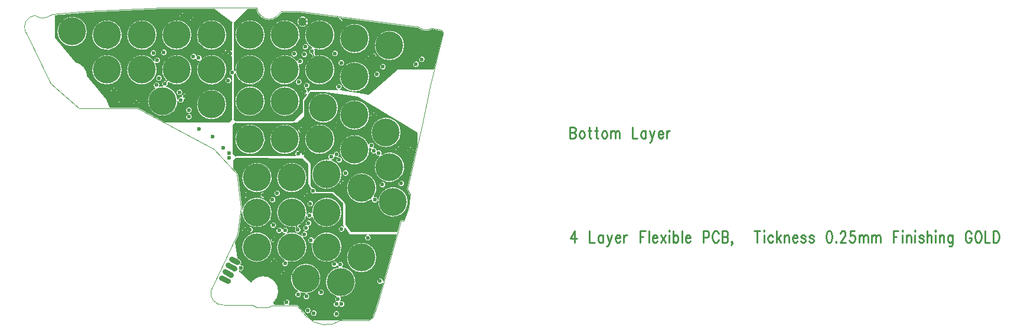
<source format=gbr>
*
*
G04 PADS 9.4.1 Build Number: 494907 generated Gerber (RS-274-X) file*
G04 PC Version=2.1*
*
%IN "MMSP_R_1.pcb"*%
*
%MOIN*%
*
%FSLAX35Y35*%
*
*
*
*
G04 PC Standard Apertures*
*
*
G04 Thermal Relief Aperture macro.*
%AMTER*
1,1,$1,0,0*
1,0,$1-$2,0,0*
21,0,$3,$4,0,0,45*
21,0,$3,$4,0,0,135*
%
*
*
G04 Annular Aperture macro.*
%AMANN*
1,1,$1,0,0*
1,0,$2,0,0*
%
*
*
G04 Odd Aperture macro.*
%AMODD*
1,1,$1,0,0*
1,0,$1-0.005,0,0*
%
*
*
G04 PC Custom Aperture Macros*
*
*
*
*
*
*
G04 PC Aperture Table*
*
%ADD010C,0.001*%
%ADD012C,0.004*%
%ADD013C,0.01*%
%ADD014C,0.00591*%
%ADD015C,0.00787*%
%ADD020C,0.05*%
%ADD031C,0.03*%
%ADD035C,0.02362*%
%ADD039C,0.15748*%
%ADD043C,0.015*%
*
*
*
*
G04 PC Circuitry*
G04 Layer Name MMSP_R_1.pcb - circuitry*
%LPD*%
*
*
G04 PC Custom Flashes*
G04 Layer Name MMSP_R_1.pcb - flashes*
%LPD*%
*
*
G04 PC Circuitry*
G04 Layer Name MMSP_R_1.pcb - circuitry*
%LPD*%
*
G54D10*
G01X1198672Y958661D02*
G75*
G03X1198672I-1822J0D01*
G01X1193554Y939567D02*
G03X1193554I-1822J0D01*
G01X1182924Y938976D02*
G03X1182924I-1822J0D01*
G01X1191782Y959055D02*
G03X1191782I-1821J0D01*
G01X1191585Y968504D02*
G03X1191585I-8514J0D01*
G01X1178003Y978346D02*
G03X1178003I-1822J0D01*
G01X1173869D02*
G03X1173869I-8515J0D01*
G01X1156546Y972441D02*
G03X1156546I-1822J0D01*
G01X1134499Y964567D02*
G03X1134499I-8515J0D01*
G01X1137058Y969882D02*
G03X1137058I-1822J0D01*
G01X1160483Y939567D02*
G03X1160483I-1822J0D01*
G01X1162058Y945472D02*
G03X1162058I-1822J0D01*
G01X1201822Y1007087D02*
G03X1201822I-1822J0D01*
G01X1205168Y1009843D02*
G03X1205168I-1822J0D01*
G01X1179774Y1001378D02*
G03X1179774I-1821J0D01*
G01X1183121Y1005709D02*
G03X1183121I-1822J0D01*
G01X1173869Y1000000D02*
G03X1173869I-8515J0D01*
G01X1193554Y1017717D02*
G03X1193554I-8515J0D01*
G01X1159696Y1007874D02*
G03X1159696I-1822J0D01*
G01X1173869Y1021654D02*
G03X1173869I-8515J0D01*
G01X1156152Y1013189D02*
G03X1156152I-1821J0D01*
G01X1158711Y1031496D02*
G03X1158711I-1821J0D01*
G01X1133121Y1012992D02*
G03X1133121I-1822J0D01*
G01X1139200Y1031185D02*
G03X1139200I-3140J0D01*
G01X1114814Y1023622D02*
G03X1114814I-8515J0D01*
G01X1135680Y997047D02*
G03X1135680I-1822J0D01*
G01X1138830Y1012598D02*
G03X1138830I-1822J0D01*
G01X1139420Y1016929D02*
G03X1139420I-1822J0D01*
G01X1156940Y865748D02*
G03X1156940I-1822J0D01*
G01X1177806Y897638D02*
G03X1177806I-8515J0D01*
G01X1148278Y877953D02*
G03X1148278I-1821J0D01*
G01X1144145Y866142D02*
G03X1144145I-1822J0D01*
G01X1140798Y867717D02*
G03X1140798I-1822J0D01*
G01X1127215Y888583D02*
G03X1127215I-1821J0D01*
G01X1142176Y928150D02*
G03X1142176I-1822J0D01*
G01X1140208Y932677D02*
G03X1140208I-1822J0D01*
G01X1121310Y915945D02*
G03X1121310I-1822J0D01*
G01X1120916Y930315D02*
G03X1120916I-1822J0D01*
G01X1123475Y934055D02*
G03X1123475I-1821J0D01*
G01X1138436Y942913D02*
G03X1138436I-8515J0D01*
G01X1115601Y933071D02*
G03X1115601I-1821J0D01*
G01X1105759D02*
G03X1105759I-1822J0D01*
G01X1121704Y895669D02*
G03X1121704I-1822J0D01*
G01X1118751Y903543D02*
G03X1118751I-8515J0D01*
G01X1121507Y907874D02*
G03X1121507I-1822J0D01*
G01X1059499Y1013780D02*
G03X1059499I-1822J0D01*
G01X1073475Y1023622D02*
G03X1073475I-8514J0D01*
G01X1075837Y1032087D02*
G03X1075837I-1821J0D01*
G01X1069932Y1034646D02*
G03X1069932I-1822J0D01*
G01X1043948Y985236D02*
G03X1043948I-1822J0D01*
G01X1053593Y1013386D02*
G03X1053593I-1821J0D01*
G01X1035680Y986024D02*
G03X1035680I-1822J0D01*
G01X1031349Y992323D02*
G03X1031349I-1821J0D01*
G01X1034105Y1003937D02*
G03X1034105I-8514J0D01*
G01X1014420Y1025591D02*
G03X1014420I-8514J0D01*
G01X1056743Y999213D02*
G03X1056743I-1822J0D01*
G01X1073672Y977362D02*
G03X1073672I-1822J0D01*
G01Y981102D02*
G03X1073672I-1822J0D01*
G01X1068357Y991142D02*
G03X1068357I-1822J0D01*
G01X1093160Y984252D02*
G03X1093160I-8514J0D01*
G01X1200541Y961963D02*
Y968476D01*
X1166883Y988731*
X1147996Y991289*
X1140353*
X1136861Y985959*
Y977339*
X1133089Y974163*
X1131252*
X1131119Y974029*
X1130491Y973769D02*
G03X1131119Y974029I0J887D01*
G01X1130491Y973769D02*
X1098464Y973787D01*
X1098003Y973916D02*
G03X1098464Y973787I461J758D01*
G01X1098003Y973916D02*
X1096507Y972420D01*
Y956517*
X1098065Y954958*
X1098212Y955105*
X1098835Y955365D02*
G03X1098212Y955105I5J-887D01*
G01X1098835Y955365D02*
X1131913Y955541D01*
X1134983Y957503D02*
G03X1131913Y955541I-1518J-1007D01*
G01X1136849Y954886D02*
G03X1134983Y957503I-235J1807D01*
G01X1136849Y954886D02*
X1140341Y951394D01*
X1140601Y950767D02*
G03X1140341Y951394I-887J-0D01*
G01X1140601Y950767D02*
Y938578D01*
X1141653Y937234*
X1143718Y935089D02*
G03X1141653Y937234I-1789J344D01*
G01X1143718Y935089D02*
X1153366D01*
X1159499Y929352*
Y928847*
X1159999Y928387*
X1160286Y927734D02*
G03X1159999Y928387I-887J-0D01*
G01X1160286Y927734D02*
Y916609D01*
X1163421Y912255*
X1189265*
X1190916Y918472*
X1191535Y918948D02*
G03X1190916Y918472I0J-641D01*
G01X1191535Y918948D02*
X1193037D01*
G03X1196238Y932838I-27584J13669*
G01X1194764Y936285*
X1194728Y936681D02*
G03X1194764Y936285I625J-144D01*
G01X1194728Y936681D02*
X1200541Y961963D01*
X1214785Y1024185D02*
G03X1214423Y1025781I-1777J437D01*
G01X1209402Y1026842*
X1201094Y1027657D02*
G03X1209402Y1026842I4690J5057D01*
G01X1201094Y1027657D02*
X1200197D01*
X1200113Y1027663D02*
G03X1200197Y1027657I84J635D01*
G01X1200113Y1027663D02*
X1133958Y1036359D01*
X1124281*
X1121520Y1033598*
X1121483Y1033564D02*
G03X1121520Y1033598I-416J487D01*
G01X1112831Y1033515D02*
G03X1121483Y1033564I4297J5144D01*
G01X1109778Y1038359D02*
G03X1112831Y1033515I5700J208D01*
G01X1109778Y1038359D02*
X1105005D01*
X1097285Y1030615*
X1097294Y1030487D02*
G03X1097285Y1030615I-887J0D01*
G01X1097294Y1030487D02*
Y1003862D01*
X1097807Y1003324D02*
G03X1097294Y1003862I-1547J-962D01*
G01X1113365Y1008688D02*
G03X1097807Y1003324I-7066J-4751D01*
G01X1114006Y1007558D02*
G03X1113365Y1008688I-1801J-275D01*
G01X1098027Y1001920D02*
G03X1114006Y1007558I8272J2017D01*
G01X1097294Y1000863D02*
G03X1098027Y1001920I-1034J1499D01*
G01X1097294Y1000863D02*
Y976202D01*
X1097224Y975856D02*
G03X1097294Y976202I-817J346D01*
G01X1097224Y975856D02*
X1097883Y975255D01*
X1098101Y975038*
X1098249Y975050D02*
G03X1098101Y975038I0J-887D01*
G01X1098249Y975050D02*
X1130885D01*
X1135777Y979942*
Y987025*
X1138131Y990164*
X1137406Y993543D02*
G03X1138131Y990164I-201J-1811D01*
G01X1138184Y993268D02*
G03X1137406Y993543I202J1811D01*
G01X1138970Y991282D02*
G03X1138184Y993268I-1765J450D01*
G01X1138970Y991282D02*
X1139936Y992570D01*
X1155901*
X1157091D02*
G03X1155901I-595J1721D01*
G01X1157091D02*
X1157484D01*
X1173232Y990207*
X1173406*
X1189548Y1004381*
X1209930*
X1214784Y1024185*
X1214785D02*
X1187382Y905169*
X1188820Y910580D01*
X1173430*
X1172239D02*
G03X1173430I596J-1722D01*
G01X1172239D02*
X1163017D01*
X1162307Y910935D02*
G03X1163017Y910580I710J532D01*
G01X1162307Y910935D02*
X1159836Y914230D01*
X1158997Y915348D02*
G03X1159836Y914230I-926J-1568D01*
G01X1158997Y915348D02*
X1158789Y915626D01*
X1158611Y916158D02*
G03X1158789Y915626I888J0D01*
G01X1158611Y916158D02*
Y928458D01*
X1152540Y934039*
X1143102*
X1140625Y936705D02*
G03X1143102Y934039I1304J-1272D01*
G01X1140625Y936705D02*
X1139714Y937777D01*
Y938272*
X1139115Y939037*
X1138926Y939584D02*
G03X1139115Y939037I888J0D01*
G01X1138926Y939584D02*
Y950441D01*
X1135479Y953888*
X1098347Y953985*
X1096900Y952538*
Y948203*
X1099469Y945436*
X1099636Y945077D02*
G03X1099469Y945436I-636J-77D01*
G01X1099636Y945077D02*
X1101974Y925666D01*
X1101973Y925505D02*
G03X1101974Y925666I-635J85D01*
G01X1101973Y925505D02*
X1101903Y924976D01*
X1118127Y920030D02*
G03X1101903Y924976I-7891J3198D01*
G01X1116926Y917961D02*
G03X1118127Y920030I-587J1724D01*
G01X1101736Y923726D02*
G03X1116926Y917961I8500J-498D01*
G01X1101736Y923726D02*
X1099973Y910505D01*
X1099916Y910312D02*
G03X1099973Y910505I-578J278D01*
G01X1099916Y910312D02*
X1097969Y906265D01*
X1099297Y897414*
X1100403Y896834*
X1101037Y893548D02*
G03X1100403Y896834I-1628J1390D01*
G01X1100396Y890089D02*
G03X1101037Y893548I785J1643D01*
G01X1100396Y890089D02*
X1100441Y889788D01*
X1106843Y883813*
X1119515Y871986D02*
G03X1106843Y883813I-5735J6557D01*
G01X1119515Y871986D02*
X1120556Y871014D01*
X1125625*
X1128312D02*
G03X1125625I-1343J1230D01*
G01X1128312D02*
X1132826D01*
X1133302Y870802D02*
G03X1132826Y871014I-476J-428D01*
G01X1133302Y870802D02*
X1138825Y864654D01*
G03X1141832Y862255I10566J10156*
G01X1156950*
G03X1157692Y862733I-7559J12555*
G01X1158055Y862845D02*
G03X1157692Y862733I-0J-640D01*
G01X1158055Y862845D02*
X1173546D01*
G03X1175319Y864211I-288J2208*
G01X1177951Y871781*
X1181156Y883125*
X1181534Y884464D02*
G03X1181156Y883125I-1810J-212D01*
G01X1181534Y884464D02*
X1187382Y905169D01*
X1096121Y1030704D02*
G03X1095881Y1030097I648J-607D01*
G01X1096121Y1030704D02*
X1086070Y1038359D01*
X1057015*
X1015041Y1036361*
X996310Y1034854*
Y1022262*
X1007924Y1008277*
X1014606Y1000232D02*
G03X1007924Y1008277I-8700J-429D01*
G01X1014606Y1000232D02*
X1025240Y987428D01*
X1027213Y982641*
X1043000*
X1043302Y982565D02*
G03X1043000Y982641I-302J-565D01*
G01X1043302Y982565D02*
X1058273Y974557D01*
X1094762*
X1096012Y975807*
X1095881Y976270D02*
G03X1096012Y975807I888J0D01*
G01X1095881Y976270D02*
Y997481D01*
Y998188D02*
G03Y997481I-1787J-353D01*
G01Y998188D02*
Y1000580D01*
Y1004144D02*
G03Y1000580I379J-1782D01*
G01Y1004144D02*
Y1011471D01*
X1093729Y1012227D02*
G03X1095881Y1011471I1547J962D01*
G01X1093870Y1014348D02*
G03X1093729Y1012227I-1547J-962D01*
G01X1095881Y1014907D02*
G03X1093870Y1014348I-605J-1718D01*
G01X1095881Y1014907D02*
Y1030097D01*
X1178520Y929802D02*
G03X1178590Y930417I8488J-668D01*
G01X1174951Y930265D02*
G03X1178520Y929802I1821J50D01*
G01X1173942Y929875D02*
G03X1174951Y930265I-123J1818D01*
G01X1176213Y932049D02*
G03X1173942Y929875I-6922J4959D01*
G01X1178590Y930417D02*
G03X1176213Y932049I-1818J-102D01*
G01X1198672Y958661D02*
G03X1198672I-1822J0D01*
G01X1193554Y939567D02*
G03X1193554I-1822J0D01*
G01X1182924Y938976D02*
G03X1182924I-1822J0D01*
G01X1179295Y955104D02*
G03X1180558Y956059I5744J-6285D01*
G01X1177151Y956529D02*
G03X1179295Y955104I1786J361D01*
G01X1174754Y959203D02*
G03X1177151Y956529I1427J-1132D01*
G01X1173829Y959484D02*
G03X1174754Y959203I974J1540D01*
G01X1173219Y961923D02*
G03X1173829Y959484I-7865J-3262D01*
G01X1176231Y959892D02*
G03X1173219Y961923I-1428J1132D01*
G01X1177967Y958432D02*
G03X1176231Y959892I-1786J-361D01*
G01X1180558Y956059D02*
G03X1177967Y958432I-1621J831D01*
G01X1191782Y959055D02*
G03X1191782I-1821J0D01*
G01X1191585Y968504D02*
G03X1191585I-8514J0D01*
G01X1178003Y978346D02*
G03X1178003I-1822J0D01*
G01X1173869D02*
G03X1173869I-8515J0D01*
G01X1152461Y969702D02*
G03X1153396Y968144I-6792J-5135D01*
X1152461Y969702I-1821J-34*
G01X1156546Y972441D02*
G03X1156546I-1822J0D01*
G01X1155552Y979143D02*
G03X1155012Y978026I-7914J3140D01*
X1155552Y979143I-1272J1305*
G01X1134499Y964567D02*
G03X1134499I-8515J0D01*
G01X1137058Y969882D02*
G03X1137058I-1822J0D01*
G01X1114695Y963148D02*
G03X1114802Y965020I-1506J1025D01*
X1114695Y963148I-8503J-453*
G01X1160483Y939567D02*
G03X1160483I-1822J0D01*
G01X1162058Y945472D02*
G03X1162058I-1822J0D01*
G01X1155487Y954319D02*
G03X1156324Y954737I1206J-1366D01*
G01X1153986Y954675D02*
G03X1155487Y954319I1132J1427D01*
G01X1152415Y952920D02*
G03X1153986Y954675I-250J1804D01*
G01X1157543Y947965D02*
G03X1152415Y952920I-7937J-3083D01*
G01X1157920Y946723D02*
G03X1157543Y947965I-1818J127D01*
G01X1151068Y953270D02*
G03X1157920Y946723I-1462J-8388D01*
G01X1153297Y956152D02*
G03X1151068Y953270I-1132J-1428D01*
G01X1156324Y954737D02*
G03X1153297Y956152I-1206J1365D01*
G01X1201822Y1007087D02*
G03X1201822I-1822J0D01*
G01X1205168Y1009843D02*
G03X1205168I-1822J0D01*
G01X1179774Y1001378D02*
G03X1179774I-1821J0D01*
G01X1183121Y1005709D02*
G03X1183121I-1822J0D01*
G01X1173869Y1000000D02*
G03X1173869I-8515J0D01*
G01X1174848Y1010373D02*
G03X1174365Y1011478I1333J1241D01*
X1174848Y1010373I-1334J-1242*
G01X1193554Y1017717D02*
G03X1193554I-8515J0D01*
G01X1159696Y1007874D02*
G03X1159696I-1822J0D01*
G01X1173869Y1021654D02*
G03X1173869I-8515J0D01*
G01X1156152Y1013189D02*
G03X1156152I-1821J0D01*
G01X1158711Y1031496D02*
G03X1158711I-1821J0D01*
G01X1148145Y1015475D02*
G03X1141529Y1016182I-2476J8147D01*
G01X1146613Y1015160D02*
G03X1148145Y1015475I434J1769D01*
G01X1142608Y1015677D02*
G03X1146613Y1015160I3061J7945D01*
G01X1142869Y1013382D02*
G03X1142608Y1015677I-1530J988D01*
G01X1142869Y1013382D02*
X1143384Y1012139D01*
X1141474Y1011346D02*
G03X1143384Y1012139I4195J-7409D01*
G01X1141474Y1011346D02*
X1140958Y1012589D01*
X1141529Y1016182D02*
G03X1140958Y1012589I-190J-1812D01*
G01X1133121Y1012992D02*
G03X1133121I-1822J0D01*
G01X1134430Y1022543D02*
G03X1134025Y1020822I-8446J1079D01*
X1134430Y1022543I-1348J1225*
G01X1139200Y1031185D02*
G03X1139200I-3140J0D01*
G01X1113704Y990425D02*
G03X1114412Y988805I-7405J-4205D01*
X1113704Y990425I-1814J171*
G01X1114814Y1023622D02*
G03X1114814I-8515J0D01*
G01X1131582Y992636D02*
G03X1132623Y991552I-5598J-6416D01*
X1131582Y992636I-1717J-607*
G01X1135680Y997047D02*
G03X1135680I-1822J0D01*
G01X1133935Y1006984D02*
G03X1132851Y1008972I711J1677D01*
X1133935Y1006984I-6867J-5035*
G01X1138830Y1012598D02*
G03X1138830I-1822J0D01*
G01X1139420Y1016929D02*
G03X1139420I-1822J0D01*
G01X1156940Y865748D02*
G03X1156940I-1822J0D01*
G01X1157530Y875344D02*
G03X1158467Y892316I-50J8514D01*
G01X1157430Y872965D02*
G03X1157530Y875344I-1328J1248D01*
G01X1156594Y870193D02*
G03X1157430Y872965I1477J1067D01*
G01X1154712Y873036D02*
G03X1156594Y870193I406J-1776D01*
G01X1155048Y875698D02*
G03X1154712Y873036I1054J-1485D01*
G01X1149774Y887479D02*
G03X1155048Y875698I7706J-3621D01*
G01X1150414Y888609D02*
G03X1149774Y887479I1161J-1404D01*
G01X1156157Y892269D02*
G03X1150414Y888609I1323J-8411D01*
G01X1155568Y893087D02*
G03X1156157Y892269I1715J614D01*
G01X1155652Y894512D02*
G03X1155568Y893087I-1715J-614D01*
G01X1158467Y892316D02*
G03X1155652Y894512I-1184J1385D01*
G01X1177806Y897638D02*
G03X1177806I-8515J0D01*
G01X1148278Y877953D02*
G03X1148278I-1821J0D01*
G01X1144145Y866142D02*
G03X1144145I-1822J0D01*
G01X1140798Y867717D02*
G03X1140798I-1822J0D01*
G01X1138644Y877355D02*
G03X1129754Y888627I-849J8472D01*
G01X1137600Y877314D02*
G03X1138644Y877355I589J-1723D01*
G01X1134973Y877794D02*
G03X1137600Y877314I2822J8033D01*
G01X1133314Y878587D02*
G03X1134973Y877794I151J-1815D01*
G01X1129349Y886906D02*
G03X1133314Y878587I8446J-1079D01*
G01X1129754Y888627D02*
G03X1129349Y886906I1348J-1225D01*
G01X1141099Y903887D02*
G03X1142443Y908147I8507J-344D01*
G01X1141186Y905712D02*
G03X1141099Y903887I1531J-988D01*
G01X1142443Y908147D02*
G03X1141186Y905712I-1695J-667D01*
G01X1127215Y888583D02*
G03X1127215I-1821J0D01*
G01X1136348Y909129D02*
G03X1135329Y910120I660J1698D01*
G01X1127678Y895330D02*
G03X1136348Y909129I2243J8213D01*
G01X1125826Y896078D02*
G03X1127678Y895330I355J-1787D01*
G01X1126137Y911171D02*
G03X1125826Y896078I3784J-7628D01*
G01X1124508Y912272D02*
G03X1126137Y911171I1673J720D01*
G01X1124508Y913712D02*
G03Y912272I-1673J-720D01*
G01X1127459Y911694D02*
G03X1124508Y913712I-1278J1298D01*
G01X1135329Y910120D02*
G03X1127459Y911694I-5408J-6577D01*
G01X1139551Y915313D02*
G03X1137812Y916183I-181J1813D01*
X1139551Y915313I180J-1813*
G01X1142540Y918478D02*
G03X1141099Y922879I7066J4750D01*
G01X1141900Y919608D02*
G03X1142540Y918478I1801J274D01*
G01X1141530Y920532D02*
G03X1141900Y919608I8076J2696D01*
G01X1138170Y921119D02*
G03X1141530Y920532I1791J338D01*
G01X1133621Y915560D02*
G03X1138170Y921119I-3700J7668D01*
G01X1133621Y915560D02*
X1133764Y915139D01*
X1131806Y914473D02*
G03X1133764Y915139I1462J-1087D01*
G01X1131806Y914473D02*
X1131663Y914894D01*
X1138394Y922387D02*
G03X1131663Y914894I-8473J841D01*
G01X1141099Y922879D02*
G03X1138394Y922387I-1138J-1422D01*
G01X1142176Y928150D02*
G03X1142176I-1822J0D01*
G01X1140208Y932677D02*
G03X1140208I-1822J0D01*
G01X1121310Y915945D02*
G03X1121310I-1822J0D01*
G01X1104894Y912227D02*
G03X1104752Y914348I1405J1159D01*
X1104894Y912227I-1406J-1159*
G01X1120916Y930315D02*
G03X1120916I-1822J0D01*
G01X1123475Y934055D02*
G03X1123475I-1821J0D01*
G01X1138436Y942913D02*
G03X1138436I-8515J0D01*
G01X1115601Y933071D02*
G03X1115601I-1821J0D01*
G01X1105759D02*
G03X1105759I-1822J0D01*
G01X1118712Y942105D02*
G03X1118477Y940772I-8476J808D01*
X1118712Y942105I-1548J960*
G01X1121704Y895669D02*
G03X1121704I-1822J0D01*
G01X1118751Y903543D02*
G03X1118751I-8515J0D01*
G01X1121507Y907874D02*
G03X1121507I-1822J0D01*
G01X1077630Y1018798D02*
G03X1076577Y1020904I7016J4824D01*
X1077630Y1018798I1769J-432*
G01X1059499Y1013780D02*
G03X1059499I-1822J0D01*
G01X1073475Y1023622D02*
G03X1073475I-8514J0D01*
G01X1075837Y1032087D02*
G03X1075837I-1821J0D01*
G01X1069932Y1034646D02*
G03X1069932I-1822J0D01*
G01X1043948Y985236D02*
G03X1043948I-1822J0D01*
G01X1052879Y1007769D02*
G03X1052136Y1008981I1058J1483D01*
G01X1048392Y1011861D02*
G03X1052879Y1007769I-3116J-7924D01*
G01X1049929Y1011067D02*
G03X1048392Y1011861I-1504J-1028D01*
G01X1052136Y1008981D02*
G03X1049929Y1011067I-6860J-5044D01*
G01X1053593Y1013386D02*
G03X1053593I-1821J0D01*
G01X1053082Y1020223D02*
G03X1052987Y1020012I-7806J3399D01*
X1053082Y1020223I-1609J854*
G01X1035680Y986024D02*
G03X1035680I-1822J0D01*
G01X1031349Y992323D02*
G03X1031349I-1821J0D01*
G01X1034105Y1003937D02*
G03X1034105I-8514J0D01*
G01X1027547Y1015335D02*
G03X1025554Y1015108I-1956J8287D01*
X1027547Y1015335I824J1624*
G01X1014420Y1025591D02*
G03X1014420I-8514J0D01*
G01X1056743Y999213D02*
G03X1056743I-1822J0D01*
G01X1073672Y977362D02*
G03X1073672I-1822J0D01*
G01Y981102D02*
G03X1073672I-1822J0D01*
G01X1068357Y991142D02*
G03X1068357I-1822J0D01*
G01X1060275Y996828D02*
G03X1058699Y998167I4686J7109D01*
G01X1060275Y996828D02*
X1060027Y996536D01*
X1059165Y994478D02*
G03X1060027Y996536I-897J1585D01*
G01X1065544Y987204D02*
G03X1059165Y994478I-8457J-984D01*
G01X1067708Y988592D02*
G03X1065544Y987204I-385J-1781D01*
G01X1069103Y987196D02*
G03X1067708Y988592I385J1780D01*
G01X1065601Y986216D02*
G03X1069103Y987196I1722J595D01*
G01X1050111Y991103D02*
G03X1065601Y986216I6976J-4883D01*
G01X1050637Y991780D02*
G03X1050111Y991103I1135J-1426D01*
G01X1052835Y993597D02*
G03X1050637Y991780I4252J-7377D01*
G01X1055203Y994524D02*
G03X1052835Y993597I-1660J752D01*
G01X1057021Y994735D02*
G03X1055203Y994524I66J-8515D01*
G01X1058451Y997875D02*
G03X1057021Y994735I-183J-1812D01*
G01X1058451Y997875D02*
X1058699Y998167D01*
X1093160Y984252D02*
G03X1093160I-8514J0D01*
G01X1077682Y1008837D02*
G03X1079176Y1010463I6964J-4900D01*
G01X1075630Y1010065D02*
G03X1077682Y1008837I1732J565D01*
G01X1076141Y1011982D02*
G03X1075630Y1010065I-1732J-565D01*
G01X1079176Y1010463D02*
G03X1076141Y1011982I-1814J167D01*
G01X1191585Y968436D02*
X1200541D01*
X1191584Y968346D02*
X1200541D01*
X1191582Y968256D02*
X1200541D01*
X1191579Y968166D02*
X1200541D01*
X1191575Y968076D02*
X1200541D01*
X1191570Y967986D02*
X1200541D01*
X1191564Y967896D02*
X1200541D01*
X1191557Y967806D02*
X1200541D01*
X1191549Y967716D02*
X1200541D01*
X1191540Y967626D02*
X1200541D01*
X1191530Y967536D02*
X1200541D01*
X1191519Y967446D02*
X1200541D01*
X1191508Y967356D02*
X1200541D01*
X1191495Y967266D02*
X1200541D01*
X1191481Y967176D02*
X1200541D01*
X1191467Y967086D02*
X1200541D01*
X1191451Y966996D02*
X1200541D01*
X1191434Y966906D02*
X1200541D01*
X1191416Y966816D02*
X1200541D01*
X1191398Y966726D02*
X1200541D01*
X1191378Y966636D02*
X1200541D01*
X1191357Y966546D02*
X1200541D01*
X1191336Y966456D02*
X1200541D01*
X1191313Y966366D02*
X1200541D01*
X1191289Y966276D02*
X1200541D01*
X1191264Y966186D02*
X1200541D01*
X1191238Y966096D02*
X1200541D01*
X1191211Y966006D02*
X1200541D01*
X1191183Y965916D02*
X1200541D01*
X1191153Y965826D02*
X1200541D01*
X1191123Y965736D02*
X1200541D01*
X1191091Y965646D02*
X1200541D01*
X1191059Y965556D02*
X1200541D01*
X1191025Y965466D02*
X1200541D01*
X1190990Y965376D02*
X1200541D01*
X1190954Y965286D02*
X1200541D01*
X1190917Y965196D02*
X1200541D01*
X1190878Y965106D02*
X1200541D01*
X1190838Y965016D02*
X1200541D01*
X1190797Y964926D02*
X1200541D01*
X1190755Y964836D02*
X1200541D01*
X1190711Y964746D02*
X1200541D01*
X1190666Y964656D02*
X1200541D01*
X1190620Y964566D02*
X1200541D01*
X1190572Y964476D02*
X1200541D01*
X1190523Y964386D02*
X1200541D01*
X1190473Y964296D02*
X1200541D01*
X1190421Y964206D02*
X1200541D01*
X1190368Y964116D02*
X1200541D01*
X1190313Y964026D02*
X1200541D01*
X1190256Y963936D02*
X1200541D01*
X1190198Y963846D02*
X1200541D01*
X1190139Y963756D02*
X1200541D01*
X1190077Y963666D02*
X1200541D01*
X1190014Y963576D02*
X1200541D01*
X1189950Y963486D02*
X1200541D01*
X1189883Y963396D02*
X1200541D01*
X1189815Y963306D02*
X1200541D01*
X1189744Y963216D02*
X1200541D01*
X1189672Y963126D02*
X1200541D01*
X1189598Y963036D02*
X1200541D01*
X1189521Y962946D02*
X1200541D01*
X1189443Y962856D02*
X1200541D01*
X1189362Y962766D02*
X1200541D01*
X1189278Y962676D02*
X1200541D01*
X1189193Y962586D02*
X1200541D01*
X1189104Y962496D02*
X1200541D01*
X1189013Y962406D02*
X1200541D01*
X1188920Y962316D02*
X1200541D01*
X1188823Y962226D02*
X1200541D01*
X1188723Y962136D02*
X1200541D01*
X1188620Y962046D02*
X1200541D01*
X1188514Y961956D02*
X1200539D01*
X1188403Y961866D02*
X1200518D01*
X1188289Y961776D02*
X1200498D01*
X1188171Y961686D02*
X1200477D01*
X1191585Y968526D02*
X1200457D01*
X1188049Y961596D02*
X1200456D01*
X1187921Y961506D02*
X1200435D01*
X1187789Y961416D02*
X1200415D01*
X1187651Y961326D02*
X1200394D01*
X1187507Y961236D02*
X1200373D01*
X1187356Y961146D02*
X1200353D01*
X1187197Y961056D02*
X1200332D01*
X1187030Y960966D02*
X1200311D01*
X1191585Y968616D02*
X1200307D01*
X1190014Y960876D02*
X1200291D01*
X1190529Y960786D02*
X1200270D01*
X1190752Y960696D02*
X1200249D01*
X1190916Y960606D02*
X1200229D01*
X1191049Y960516D02*
X1200208D01*
X1197303Y960426D02*
X1200187D01*
X1197567Y960336D02*
X1200167D01*
X1191583Y968706D02*
X1200158D01*
X1197749Y960246D02*
X1200146D01*
X1197892Y960156D02*
X1200125D01*
X1198010Y960066D02*
X1200104D01*
X1198111Y959976D02*
X1200084D01*
X1198199Y959886D02*
X1200063D01*
X1198276Y959796D02*
X1200042D01*
X1198343Y959706D02*
X1200022D01*
X1191580Y968796D02*
X1200008D01*
X1198402Y959616D02*
X1200001D01*
X1198454Y959526D02*
X1199980D01*
X1198499Y959436D02*
X1199960D01*
X1198539Y959346D02*
X1199939D01*
X1198572Y959256D02*
X1199918D01*
X1198601Y959166D02*
X1199898D01*
X1198624Y959076D02*
X1199877D01*
X1191577Y968886D02*
X1199859D01*
X1198643Y958986D02*
X1199856D01*
X1198657Y958896D02*
X1199835D01*
X1198666Y958806D02*
X1199815D01*
X1198671Y958716D02*
X1199794D01*
X1198672Y958626D02*
X1199773D01*
X1198668Y958536D02*
X1199753D01*
X1198659Y958446D02*
X1199732D01*
X1198646Y958356D02*
X1199711D01*
X1191572Y968976D02*
X1199709D01*
X1198629Y958266D02*
X1199691D01*
X1198606Y958176D02*
X1199670D01*
X1198579Y958086D02*
X1199649D01*
X1198546Y957996D02*
X1199629D01*
X1198508Y957906D02*
X1199608D01*
X1198464Y957816D02*
X1199587D01*
X1198414Y957726D02*
X1199567D01*
X1191567Y969066D02*
X1199560D01*
X1198356Y957636D02*
X1199546D01*
X1198291Y957546D02*
X1199525D01*
X1198216Y957456D02*
X1199504D01*
X1198131Y957366D02*
X1199484D01*
X1198033Y957276D02*
X1199463D01*
X1197919Y957186D02*
X1199442D01*
X1197782Y957096D02*
X1199422D01*
X1191560Y969156D02*
X1199410D01*
X1197611Y957006D02*
X1199401D01*
X1197372Y956916D02*
X1199380D01*
X1187935Y956826D02*
X1199360D01*
X1188173Y956736D02*
X1199339D01*
X1188391Y956646D02*
X1199318D01*
X1188594Y956556D02*
X1199298D01*
X1188784Y956466D02*
X1199277D01*
X1191553Y969246D02*
X1199261D01*
X1188962Y956376D02*
X1199256D01*
X1189131Y956286D02*
X1199235D01*
X1189291Y956196D02*
X1199215D01*
X1189443Y956106D02*
X1199194D01*
X1189589Y956016D02*
X1199173D01*
X1189728Y955926D02*
X1199153D01*
X1189862Y955836D02*
X1199132D01*
X1189990Y955746D02*
X1199111D01*
X1191545Y969336D02*
X1199111D01*
X1190114Y955656D02*
X1199091D01*
X1190233Y955566D02*
X1199070D01*
X1190348Y955476D02*
X1199049D01*
X1190459Y955386D02*
X1199029D01*
X1190566Y955296D02*
X1199008D01*
X1190670Y955206D02*
X1198987D01*
X1190770Y955116D02*
X1198967D01*
X1191535Y969426D02*
X1198961D01*
X1190868Y955026D02*
X1198946D01*
X1190962Y954936D02*
X1198925D01*
X1191054Y954846D02*
X1198904D01*
X1191143Y954756D02*
X1198884D01*
X1191229Y954666D02*
X1198863D01*
X1191313Y954576D02*
X1198842D01*
X1191394Y954486D02*
X1198822D01*
X1191525Y969516D02*
X1198812D01*
X1191473Y954396D02*
X1198801D01*
X1191550Y954306D02*
X1198780D01*
X1191625Y954216D02*
X1198760D01*
X1191698Y954126D02*
X1198739D01*
X1191768Y954036D02*
X1198718D01*
X1191837Y953946D02*
X1198698D01*
X1191904Y953856D02*
X1198677D01*
X1191514Y969606D02*
X1198662D01*
X1191969Y953766D02*
X1198656D01*
X1192033Y953676D02*
X1198635D01*
X1192094Y953586D02*
X1198615D01*
X1192154Y953496D02*
X1198594D01*
X1192213Y953406D02*
X1198573D01*
X1192269Y953316D02*
X1198553D01*
X1192325Y953226D02*
X1198532D01*
X1191502Y969696D02*
X1198513D01*
X1192378Y953136D02*
X1198511D01*
X1192431Y953046D02*
X1198491D01*
X1192481Y952956D02*
X1198470D01*
X1192531Y952866D02*
X1198449D01*
X1192579Y952776D02*
X1198429D01*
X1192625Y952686D02*
X1198408D01*
X1192670Y952596D02*
X1198387D01*
X1192714Y952506D02*
X1198367D01*
X1191488Y969786D02*
X1198363D01*
X1192757Y952416D02*
X1198346D01*
X1192798Y952326D02*
X1198325D01*
X1192838Y952236D02*
X1198304D01*
X1192877Y952146D02*
X1198284D01*
X1192915Y952056D02*
X1198263D01*
X1192951Y951966D02*
X1198242D01*
X1192986Y951876D02*
X1198222D01*
X1191474Y969876D02*
X1198214D01*
X1193020Y951786D02*
X1198201D01*
X1193053Y951696D02*
X1198180D01*
X1193085Y951606D02*
X1198160D01*
X1193115Y951516D02*
X1198139D01*
X1193145Y951426D02*
X1198118D01*
X1193173Y951336D02*
X1198098D01*
X1193201Y951246D02*
X1198077D01*
X1191459Y969966D02*
X1198064D01*
X1193227Y951156D02*
X1198056D01*
X1193252Y951066D02*
X1198035D01*
X1193276Y950976D02*
X1198015D01*
X1193299Y950886D02*
X1197994D01*
X1193321Y950796D02*
X1197973D01*
X1193342Y950706D02*
X1197953D01*
X1193362Y950616D02*
X1197932D01*
X1191443Y970056D02*
X1197915D01*
X1193381Y950526D02*
X1197911D01*
X1193399Y950436D02*
X1197891D01*
X1193416Y950346D02*
X1197870D01*
X1193432Y950256D02*
X1197849D01*
X1193447Y950166D02*
X1197829D01*
X1193461Y950076D02*
X1197808D01*
X1193474Y949986D02*
X1197787D01*
X1193486Y949896D02*
X1197767D01*
X1191426Y970146D02*
X1197765D01*
X1193497Y949806D02*
X1197746D01*
X1193507Y949716D02*
X1197725D01*
X1193516Y949626D02*
X1197704D01*
X1193524Y949536D02*
X1197684D01*
X1193531Y949446D02*
X1197663D01*
X1193537Y949356D02*
X1197642D01*
X1193542Y949266D02*
X1197622D01*
X1191407Y970236D02*
X1197615D01*
X1193546Y949176D02*
X1197601D01*
X1193550Y949086D02*
X1197580D01*
X1193552Y948996D02*
X1197560D01*
X1193554Y948906D02*
X1197539D01*
X1193554Y948816D02*
X1197518D01*
X1193553Y948726D02*
X1197498D01*
X1193552Y948636D02*
X1197477D01*
X1191388Y970326D02*
X1197466D01*
X1193550Y948546D02*
X1197456D01*
X1193546Y948456D02*
X1197435D01*
X1193542Y948366D02*
X1197415D01*
X1193537Y948276D02*
X1197394D01*
X1193530Y948186D02*
X1197373D01*
X1193523Y948096D02*
X1197353D01*
X1193515Y948006D02*
X1197332D01*
X1191368Y970416D02*
X1197316D01*
X1193506Y947916D02*
X1197311D01*
X1193496Y947826D02*
X1197291D01*
X1193485Y947736D02*
X1197270D01*
X1193473Y947646D02*
X1197249D01*
X1193460Y947556D02*
X1197229D01*
X1193446Y947466D02*
X1197208D01*
X1193431Y947376D02*
X1197187D01*
X1191347Y970506D02*
X1197167D01*
X1193415Y947286D02*
X1197167D01*
X1193398Y947196D02*
X1197146D01*
X1193380Y947106D02*
X1197125D01*
X1193361Y947016D02*
X1197104D01*
X1193341Y946926D02*
X1197084D01*
X1193320Y946836D02*
X1197063D01*
X1193298Y946746D02*
X1197042D01*
X1193275Y946656D02*
X1197022D01*
X1191324Y970596D02*
X1197017D01*
X1193251Y946566D02*
X1197001D01*
X1193225Y946476D02*
X1196980D01*
X1193199Y946386D02*
X1196960D01*
X1193172Y946296D02*
X1196939D01*
X1193143Y946206D02*
X1196918D01*
X1193114Y946116D02*
X1196898D01*
X1193083Y946026D02*
X1196877D01*
X1191301Y970686D02*
X1196868D01*
X1193051Y945936D02*
X1196856D01*
X1193018Y945846D02*
X1196835D01*
X1192984Y945756D02*
X1196815D01*
X1192949Y945666D02*
X1196794D01*
X1192912Y945576D02*
X1196773D01*
X1192875Y945486D02*
X1196753D01*
X1192836Y945396D02*
X1196732D01*
X1191277Y970776D02*
X1196718D01*
X1192796Y945306D02*
X1196711D01*
X1192754Y945216D02*
X1196691D01*
X1192711Y945126D02*
X1196670D01*
X1192667Y945036D02*
X1196649D01*
X1192622Y944946D02*
X1196629D01*
X1192576Y944856D02*
X1196608D01*
X1192528Y944766D02*
X1196587D01*
X1191251Y970866D02*
X1196569D01*
X1192478Y944676D02*
X1196567D01*
X1192427Y944586D02*
X1196546D01*
X1192375Y944496D02*
X1196525D01*
X1192321Y944406D02*
X1196504D01*
X1192266Y944316D02*
X1196484D01*
X1192209Y944226D02*
X1196463D01*
X1192151Y944136D02*
X1196442D01*
X1192090Y944046D02*
X1196422D01*
X1191225Y970956D02*
X1196419D01*
X1192029Y943956D02*
X1196401D01*
X1191160Y960426D02*
X1196398D01*
X1191965Y943866D02*
X1196380D01*
X1191900Y943776D02*
X1196360D01*
X1191833Y943686D02*
X1196339D01*
X1187673Y956916D02*
X1196329D01*
X1191764Y943596D02*
X1196318D01*
X1191693Y943506D02*
X1196298D01*
X1191620Y943416D02*
X1196277D01*
X1191197Y971046D02*
X1196270D01*
X1191545Y943326D02*
X1196256D01*
X1194778Y932616D02*
X1196238D01*
X1194737Y932706D02*
X1196238D01*
X1194818Y932526D02*
X1196238D01*
X1194695Y932796D02*
X1196238D01*
X1194856Y932436D02*
X1196238D01*
X1194893Y932346D02*
X1196237D01*
X1194929Y932256D02*
X1196236D01*
X1191468Y943236D02*
X1196235D01*
X1194964Y932166D02*
X1196235D01*
X1194998Y932076D02*
X1196234D01*
X1195031Y931986D02*
X1196232D01*
X1195062Y931896D02*
X1196230D01*
X1195092Y931806D02*
X1196228D01*
X1195121Y931716D02*
X1196225D01*
X1195150Y931626D02*
X1196222D01*
X1195177Y931536D02*
X1196219D01*
X1194651Y932886D02*
X1196217D01*
X1195203Y931446D02*
X1196216D01*
X1191389Y943146D02*
X1196215D01*
X1195227Y931356D02*
X1196213D01*
X1195251Y931266D02*
X1196209D01*
X1195274Y931176D02*
X1196205D01*
X1195296Y931086D02*
X1196200D01*
X1195316Y930996D02*
X1196196D01*
X1191307Y943056D02*
X1196194D01*
X1195336Y930906D02*
X1196191D01*
X1195355Y930816D02*
X1196186D01*
X1195372Y930726D02*
X1196180D01*
X1194606Y932976D02*
X1196179D01*
X1195389Y930636D02*
X1196175D01*
X1191223Y942966D02*
X1196173D01*
X1195405Y930546D02*
X1196169D01*
X1195419Y930456D02*
X1196162D01*
X1195433Y930366D02*
X1196156D01*
X1191137Y942876D02*
X1196153D01*
X1195446Y930276D02*
X1196149D01*
X1195457Y930186D02*
X1196142D01*
X1194560Y933066D02*
X1196140D01*
X1195468Y930096D02*
X1196135D01*
X1191256Y960336D02*
X1196133D01*
X1191048Y942786D02*
X1196132D01*
X1195478Y930006D02*
X1196128D01*
X1191168Y971136D02*
X1196120D01*
X1195486Y929916D02*
X1196120D01*
X1195494Y929826D02*
X1196112D01*
X1190956Y942696D02*
X1196111D01*
X1195501Y929736D02*
X1196103D01*
X1194513Y933156D02*
X1196102D01*
X1195507Y929646D02*
X1196095D01*
X1190862Y942606D02*
X1196091D01*
X1187378Y957006D02*
X1196090D01*
X1195512Y929556D02*
X1196086D01*
X1195516Y929466D02*
X1196077D01*
X1190764Y942516D02*
X1196070D01*
X1195519Y929376D02*
X1196067D01*
X1194464Y933246D02*
X1196063D01*
X1195521Y929286D02*
X1196058D01*
X1190663Y942426D02*
X1196049D01*
X1195522Y929196D02*
X1196048D01*
X1195522Y929106D02*
X1196038D01*
X1190559Y942336D02*
X1196029D01*
X1195522Y929016D02*
X1196027D01*
X1194413Y933336D02*
X1196025D01*
X1195520Y928926D02*
X1196016D01*
X1190452Y942246D02*
X1196008D01*
X1195517Y928836D02*
X1196005D01*
X1195514Y928746D02*
X1195994D01*
X1190341Y942156D02*
X1195987D01*
X1194361Y933426D02*
X1195986D01*
X1195509Y928656D02*
X1195983D01*
X1195504Y928566D02*
X1195971D01*
X1191139Y971226D02*
X1195970D01*
X1190226Y942066D02*
X1195967D01*
X1195497Y928476D02*
X1195959D01*
X1191339Y960246D02*
X1195952D01*
X1194308Y933516D02*
X1195948D01*
X1195490Y928386D02*
X1195946D01*
X1190106Y941976D02*
X1195946D01*
X1195481Y928296D02*
X1195934D01*
X1189982Y941886D02*
X1195925D01*
X1195472Y928206D02*
X1195921D01*
X1187036Y957096D02*
X1195919D01*
X1194253Y933606D02*
X1195909D01*
X1195461Y928116D02*
X1195908D01*
X1189854Y941796D02*
X1195904D01*
X1195450Y928026D02*
X1195894D01*
X1189720Y941706D02*
X1195884D01*
X1195438Y927936D02*
X1195880D01*
X1194197Y933696D02*
X1195871D01*
X1195425Y927846D02*
X1195867D01*
X1189580Y941616D02*
X1195863D01*
X1195410Y927756D02*
X1195852D01*
X1189434Y941526D02*
X1195842D01*
X1195395Y927666D02*
X1195838D01*
X1194139Y933786D02*
X1195832D01*
X1195379Y927576D02*
X1195823D01*
X1189281Y941436D02*
X1195822D01*
X1191108Y971316D02*
X1195821D01*
X1191412Y960156D02*
X1195809D01*
X1195361Y927486D02*
X1195808D01*
X1192124Y941346D02*
X1195801D01*
X1194080Y933876D02*
X1195794D01*
X1195343Y927396D02*
X1195793D01*
X1186617Y957186D02*
X1195782D01*
X1192415Y941256D02*
X1195780D01*
X1195324Y927306D02*
X1195777D01*
X1195304Y927216D02*
X1195761D01*
X1192605Y941166D02*
X1195760D01*
X1194018Y933966D02*
X1195755D01*
X1195282Y927126D02*
X1195745D01*
X1192753Y941076D02*
X1195739D01*
X1195260Y927036D02*
X1195728D01*
X1192875Y940986D02*
X1195718D01*
X1193956Y934056D02*
X1195717D01*
X1195237Y926946D02*
X1195712D01*
X1192978Y940896D02*
X1195698D01*
X1195212Y926856D02*
X1195695D01*
X1191476Y960066D02*
X1195690D01*
X1193891Y934146D02*
X1195678D01*
X1195187Y926766D02*
X1195677D01*
X1193068Y940806D02*
X1195677D01*
X1191076Y971406D02*
X1195671D01*
X1190352Y957276D02*
X1195668D01*
X1195160Y926676D02*
X1195660D01*
X1193146Y940716D02*
X1195656D01*
X1195132Y926586D02*
X1195642D01*
X1193824Y934236D02*
X1195640D01*
X1193214Y940626D02*
X1195635D01*
X1195104Y926496D02*
X1195624D01*
X1193275Y940536D02*
X1195615D01*
X1195074Y926406D02*
X1195605D01*
X1193756Y934326D02*
X1195601D01*
X1193328Y940446D02*
X1195594D01*
X1191532Y959976D02*
X1195589D01*
X1195043Y926316D02*
X1195587D01*
X1193374Y940356D02*
X1195573D01*
X1190643Y957366D02*
X1195570D01*
X1195011Y926226D02*
X1195568D01*
X1193686Y934416D02*
X1195563D01*
X1193414Y940266D02*
X1195553D01*
X1194977Y926136D02*
X1195549D01*
X1193449Y940176D02*
X1195532D01*
X1194943Y926046D02*
X1195529D01*
X1193614Y934506D02*
X1195525D01*
X1191042Y971496D02*
X1195522D01*
X1193478Y940086D02*
X1195511D01*
X1194907Y925956D02*
X1195509D01*
X1191582Y959886D02*
X1195502D01*
X1193503Y939996D02*
X1195491D01*
X1194870Y925866D02*
X1195489D01*
X1193540Y934596D02*
X1195486D01*
X1190833Y957456D02*
X1195485D01*
X1193522Y939906D02*
X1195470D01*
X1194832Y925776D02*
X1195469D01*
X1193537Y939816D02*
X1195449D01*
X1194793Y925686D02*
X1195448D01*
X1193463Y934686D02*
X1195448D01*
X1193547Y939726D02*
X1195429D01*
X1194753Y925596D02*
X1195427D01*
X1191625Y959796D02*
X1195425D01*
X1190981Y957546D02*
X1195410D01*
X1193385Y934776D02*
X1195409D01*
X1193553Y939636D02*
X1195408D01*
X1194711Y925506D02*
X1195406D01*
X1193554Y939546D02*
X1195387D01*
X1194668Y925416D02*
X1195384D01*
X1191008Y971586D02*
X1195372D01*
X1193304Y934866D02*
X1195371D01*
X1193551Y939456D02*
X1195367D01*
X1194624Y925326D02*
X1195363D01*
X1191662Y959706D02*
X1195358D01*
X1193543Y939366D02*
X1195346D01*
X1191103Y957636D02*
X1195345D01*
X1194578Y925236D02*
X1195341D01*
X1193221Y934956D02*
X1195332D01*
X1193531Y939276D02*
X1195325D01*
X1194531Y925146D02*
X1195318D01*
X1193514Y939186D02*
X1195304D01*
X1191694Y959616D02*
X1195299D01*
X1194482Y925056D02*
X1195296D01*
X1193135Y935046D02*
X1195294D01*
X1191206Y957726D02*
X1195287D01*
X1193492Y939096D02*
X1195284D01*
X1194433Y924966D02*
X1195273D01*
X1193465Y939006D02*
X1195263D01*
X1193047Y935136D02*
X1195255D01*
X1194381Y924876D02*
X1195249D01*
X1191720Y959526D02*
X1195247D01*
X1193434Y938916D02*
X1195242D01*
X1191296Y957816D02*
X1195237D01*
X1194329Y924786D02*
X1195226D01*
X1190973Y971676D02*
X1195223D01*
X1193396Y938826D02*
X1195222D01*
X1192956Y935226D02*
X1195217D01*
X1194274Y924696D02*
X1195202D01*
X1191742Y959436D02*
X1195202D01*
X1193353Y938736D02*
X1195201D01*
X1191374Y957906D02*
X1195193D01*
X1193304Y938646D02*
X1195180D01*
X1192863Y935316D02*
X1195178D01*
X1194219Y924606D02*
X1195178D01*
X1191759Y959346D02*
X1195162D01*
X1193248Y938556D02*
X1195160D01*
X1191443Y957996D02*
X1195155D01*
X1194161Y924516D02*
X1195154D01*
X1192766Y935406D02*
X1195140D01*
X1193184Y938466D02*
X1195139D01*
X1194103Y924426D02*
X1195129D01*
X1191771Y959256D02*
X1195128D01*
X1191503Y958086D02*
X1195122D01*
X1193111Y938376D02*
X1195118D01*
X1194042Y924336D02*
X1195104D01*
X1192667Y935496D02*
X1195101D01*
X1191779Y959166D02*
X1195100D01*
X1193028Y938286D02*
X1195098D01*
X1191556Y958176D02*
X1195095D01*
X1193980Y924246D02*
X1195079D01*
X1192932Y938196D02*
X1195077D01*
X1191782Y959076D02*
X1195077D01*
X1190936Y971766D02*
X1195073D01*
X1191603Y958266D02*
X1195072D01*
X1192564Y935586D02*
X1195063D01*
X1191781Y958986D02*
X1195058D01*
X1192820Y938106D02*
X1195056D01*
X1191643Y958356D02*
X1195055D01*
X1193916Y924156D02*
X1195053D01*
X1191775Y958896D02*
X1195044D01*
X1191677Y958446D02*
X1195041D01*
X1192688Y938016D02*
X1195035D01*
X1191765Y958806D02*
X1195034D01*
X1191707Y958536D02*
X1195033D01*
X1191750Y958716D02*
X1195030D01*
X1191731Y958626D02*
X1195029D01*
X1193850Y924066D02*
X1195027D01*
X1192458Y935676D02*
X1195024D01*
X1192523Y937926D02*
X1195015D01*
X1193782Y923976D02*
X1195001D01*
X1192300Y937836D02*
X1194994D01*
X1192348Y935766D02*
X1194986D01*
X1193713Y923886D02*
X1194974D01*
X1191785Y937746D02*
X1194973D01*
X1182357Y937656D02*
X1194953D01*
X1193642Y923796D02*
X1194948D01*
X1192234Y935856D02*
X1194947D01*
X1188190Y937566D02*
X1194932D01*
X1190898Y971856D02*
X1194924D01*
X1193568Y923706D02*
X1194921D01*
X1188713Y937476D02*
X1194911D01*
X1192116Y935946D02*
X1194909D01*
X1193493Y923616D02*
X1194893D01*
X1189106Y937386D02*
X1194891D01*
X1191994Y936036D02*
X1194870D01*
X1189432Y937296D02*
X1194870D01*
X1193415Y923526D02*
X1194866D01*
X1189717Y937206D02*
X1194849D01*
X1193335Y923436D02*
X1194838D01*
X1191867Y936126D02*
X1194832D01*
X1189972Y937116D02*
X1194829D01*
X1193253Y923346D02*
X1194809D01*
X1190204Y937026D02*
X1194808D01*
X1191735Y936216D02*
X1194793D01*
X1190417Y936936D02*
X1194787D01*
X1193168Y923256D02*
X1194781D01*
X1190859Y971946D02*
X1194774D01*
X1190616Y936846D02*
X1194767D01*
X1191597Y936306D02*
X1194755D01*
X1193081Y923166D02*
X1194752D01*
X1190803Y936756D02*
X1194746D01*
X1191453Y936396D02*
X1194728D01*
X1190978Y936666D02*
X1194725D01*
X1192991Y923076D02*
X1194723D01*
X1191303Y936486D02*
X1194714D01*
X1191145Y936576D02*
X1194713D01*
X1192899Y922986D02*
X1194693D01*
X1192803Y922896D02*
X1194663D01*
X1192705Y922806D02*
X1194633D01*
X1190818Y972036D02*
X1194625D01*
X1192603Y922716D02*
X1194603D01*
X1192498Y922626D02*
X1194572D01*
X1192390Y922536D02*
X1194541D01*
X1192278Y922446D02*
X1194510D01*
X1192161Y922356D02*
X1194478D01*
X1190777Y972126D02*
X1194475D01*
X1192041Y922266D02*
X1194446D01*
X1191916Y922176D02*
X1194414D01*
X1191786Y922086D02*
X1194381D01*
X1191650Y921996D02*
X1194348D01*
X1190734Y972216D02*
X1194325D01*
X1191509Y921906D02*
X1194315D01*
X1191361Y921816D02*
X1194282D01*
X1191206Y921726D02*
X1194248D01*
X1191043Y921636D02*
X1194214D01*
X1190871Y921546D02*
X1194179D01*
X1190689Y972306D02*
X1194176D01*
X1190689Y921456D02*
X1194144D01*
X1190495Y921366D02*
X1194109D01*
X1190287Y921276D02*
X1194073D01*
X1190062Y921186D02*
X1194038D01*
X1190644Y972396D02*
X1194026D01*
X1189817Y921096D02*
X1194001D01*
X1189545Y921006D02*
X1193965D01*
X1189236Y920916D02*
X1193928D01*
X1188873Y920826D02*
X1193891D01*
X1190597Y972486D02*
X1193877D01*
X1188413Y920736D02*
X1193854D01*
X1187682Y920646D02*
X1193816D01*
X1160286Y920556D02*
X1193778D01*
X1160286Y920466D02*
X1193739D01*
X1190549Y972576D02*
X1193727D01*
X1160286Y920376D02*
X1193700D01*
X1160286Y920286D02*
X1193661D01*
X1160286Y920196D02*
X1193622D01*
X1160286Y920106D02*
X1193582D01*
X1190499Y972666D02*
X1193578D01*
X1160286Y920016D02*
X1193542D01*
X1160286Y919926D02*
X1193501D01*
X1160286Y919836D02*
X1193460D01*
X1190448Y972756D02*
X1193428D01*
X1160286Y919746D02*
X1193419D01*
X1160286Y919656D02*
X1193377D01*
X1160286Y919566D02*
X1193335D01*
X1160286Y919476D02*
X1193293D01*
X1190395Y972846D02*
X1193279D01*
X1160286Y919386D02*
X1193250D01*
X1160286Y919296D02*
X1193207D01*
X1160286Y919206D02*
X1193164D01*
X1190341Y972936D02*
X1193129D01*
X1160286Y919116D02*
X1193120D01*
X1160286Y919026D02*
X1193076D01*
X1190285Y973026D02*
X1192979D01*
X1190228Y973116D02*
X1192830D01*
X1190169Y973206D02*
X1192680D01*
X1190109Y973296D02*
X1192531D01*
X1190047Y973386D02*
X1192381D01*
X1189983Y973476D02*
X1192232D01*
X1189917Y973566D02*
X1192082D01*
X1189850Y973656D02*
X1191933D01*
X1189780Y973746D02*
X1191783D01*
X1182446Y937746D02*
X1191680D01*
X1189709Y973836D02*
X1191634D01*
X1189636Y973926D02*
X1191484D01*
X1160286Y918936D02*
X1191414D01*
X1189120Y941346D02*
X1191341D01*
X1189560Y974016D02*
X1191334D01*
X1160286Y918846D02*
X1191189D01*
X1189483Y974106D02*
X1191185D01*
X1182523Y937836D02*
X1191164D01*
X1160286Y918756D02*
X1191078D01*
X1188951Y941256D02*
X1191050D01*
X1189403Y974196D02*
X1191035D01*
X1160286Y918666D02*
X1191005D01*
X1160286Y918576D02*
X1190954D01*
X1182591Y937926D02*
X1190941D01*
X1160286Y918486D02*
X1190920D01*
X1160286Y918396D02*
X1190896D01*
X1189321Y974286D02*
X1190886D01*
X1160286Y918306D02*
X1190872D01*
X1188772Y941166D02*
X1190860D01*
X1160286Y918216D02*
X1190848D01*
X1160286Y918126D02*
X1190825D01*
X1160286Y918036D02*
X1190801D01*
X1160286Y917946D02*
X1190777D01*
X1182650Y938016D02*
X1190777D01*
X1160286Y917856D02*
X1190753D01*
X1189237Y974376D02*
X1190736D01*
X1160286Y917766D02*
X1190729D01*
X1188581Y941076D02*
X1190712D01*
X1160286Y917676D02*
X1190705D01*
X1160286Y917586D02*
X1190681D01*
X1160286Y917496D02*
X1190657D01*
X1182703Y938106D02*
X1190644D01*
X1160286Y917406D02*
X1190633D01*
X1160286Y917316D02*
X1190609D01*
X1188378Y940986D02*
X1190590D01*
X1189150Y974466D02*
X1190587D01*
X1160286Y917226D02*
X1190585D01*
X1160286Y917136D02*
X1190562D01*
X1160286Y917046D02*
X1190538D01*
X1182748Y938196D02*
X1190533D01*
X1160286Y916956D02*
X1190514D01*
X1160286Y916866D02*
X1190490D01*
X1188158Y940896D02*
X1190486D01*
X1160286Y916776D02*
X1190466D01*
X1160286Y916686D02*
X1190442D01*
X1189060Y974556D02*
X1190437D01*
X1182788Y938286D02*
X1190437D01*
X1160295Y916596D02*
X1190418D01*
X1187919Y940806D02*
X1190397D01*
X1160360Y916506D02*
X1190394D01*
X1160425Y916416D02*
X1190370D01*
X1182822Y938376D02*
X1190354D01*
X1160490Y916326D02*
X1190346D01*
X1160555Y916236D02*
X1190322D01*
X1187655Y940716D02*
X1190319D01*
X1160619Y916146D02*
X1190298D01*
X1188968Y974646D02*
X1190288D01*
X1182851Y938466D02*
X1190281D01*
X1160684Y916056D02*
X1190275D01*
X1160749Y915966D02*
X1190251D01*
X1187358Y940626D02*
X1190250D01*
X1160814Y915876D02*
X1190227D01*
X1182875Y938556D02*
X1190217D01*
X1160879Y915786D02*
X1190203D01*
X1187012Y940536D02*
X1190190D01*
X1160943Y915696D02*
X1190179D01*
X1182894Y938646D02*
X1190161D01*
X1161008Y915606D02*
X1190155D01*
X1188873Y974736D02*
X1190138D01*
X1186586Y940446D02*
X1190137D01*
X1161073Y915516D02*
X1190131D01*
X1182908Y938736D02*
X1190111D01*
X1161138Y915426D02*
X1190107D01*
X1185976Y940356D02*
X1190090D01*
X1161203Y915336D02*
X1190083D01*
X1182918Y938826D02*
X1190068D01*
X1161267Y915246D02*
X1190059D01*
X1182389Y940266D02*
X1190050D01*
X1161332Y915156D02*
X1190035D01*
X1182923Y938916D02*
X1190031D01*
X1182473Y940176D02*
X1190015D01*
X1161397Y915066D02*
X1190012D01*
X1182924Y939006D02*
X1189999D01*
X1188774Y974826D02*
X1189989D01*
X1161462Y914976D02*
X1189988D01*
X1182547Y940086D02*
X1189986D01*
X1182920Y939096D02*
X1189973D01*
X1161527Y914886D02*
X1189964D01*
X1182612Y939996D02*
X1189962D01*
X1182912Y939186D02*
X1189951D01*
X1182669Y939906D02*
X1189942D01*
X1161591Y914796D02*
X1189940D01*
X1182899Y939276D02*
X1189934D01*
X1182719Y939816D02*
X1189928D01*
X1182882Y939366D02*
X1189922D01*
X1182763Y939726D02*
X1189918D01*
X1161656Y914706D02*
X1189916D01*
X1182860Y939456D02*
X1189914D01*
X1182800Y939636D02*
X1189912D01*
X1182833Y939546D02*
X1189911D01*
X1186854Y960876D02*
X1189907D01*
X1161721Y914616D02*
X1189892D01*
X1161786Y914526D02*
X1189868D01*
X1161851Y914436D02*
X1189844D01*
X1188673Y974916D02*
X1189839D01*
X1161915Y914346D02*
X1189820D01*
X1161980Y914256D02*
X1189796D01*
X1162045Y914166D02*
X1189772D01*
X1162110Y914076D02*
X1189749D01*
X1162175Y913986D02*
X1189725D01*
X1162239Y913896D02*
X1189701D01*
X1188568Y975006D02*
X1189689D01*
X1162304Y913806D02*
X1189677D01*
X1162369Y913716D02*
X1189653D01*
X1162434Y913626D02*
X1189629D01*
X1162499Y913536D02*
X1189605D01*
X1162563Y913446D02*
X1189581D01*
X1186027Y957276D02*
X1189569D01*
X1162628Y913356D02*
X1189557D01*
X1188460Y975096D02*
X1189540D01*
X1162693Y913266D02*
X1189533D01*
X1162758Y913176D02*
X1189509D01*
X1162823Y913086D02*
X1189486D01*
X1162887Y912996D02*
X1189462D01*
X1162952Y912906D02*
X1189438D01*
X1163017Y912816D02*
X1189414D01*
X1186667Y960786D02*
X1189393D01*
X1188348Y975186D02*
X1189390D01*
X1163082Y912726D02*
X1189390D01*
X1163147Y912636D02*
X1189366D01*
X1163211Y912546D02*
X1189342D01*
X1163276Y912456D02*
X1189318D01*
X1163341Y912366D02*
X1189294D01*
X1180695Y957366D02*
X1189278D01*
X1163406Y912276D02*
X1189270D01*
X1188232Y975276D02*
X1189241D01*
X1186467Y960696D02*
X1189169D01*
X1188112Y975366D02*
X1189091D01*
X1180668Y957456D02*
X1189088D01*
X1186252Y960606D02*
X1189005D01*
X1187987Y975456D02*
X1188942D01*
X1180636Y957546D02*
X1188940D01*
X1186019Y960516D02*
X1188872D01*
X1180599Y957636D02*
X1188818D01*
X1187857Y975546D02*
X1188792D01*
X1185763Y960426D02*
X1188761D01*
X1180555Y957726D02*
X1188715D01*
X1185476Y960336D02*
X1188665D01*
X1187722Y975636D02*
X1188643D01*
X1180506Y957816D02*
X1188625D01*
X1185146Y960246D02*
X1188582D01*
X1180449Y957906D02*
X1188547D01*
X1184747Y960156D02*
X1188509D01*
X1187581Y975726D02*
X1188493D01*
X1180384Y957996D02*
X1188478D01*
X1184211Y960066D02*
X1188445D01*
X1180311Y958086D02*
X1188418D01*
X1176293Y959976D02*
X1188389D01*
X1180227Y958176D02*
X1188365D01*
X1187433Y975816D02*
X1188343D01*
X1176335Y959886D02*
X1188339D01*
X1180131Y958266D02*
X1188319D01*
X1176766Y959796D02*
X1188296D01*
X1180018Y958356D02*
X1188278D01*
X1176984Y959706D02*
X1188259D01*
X1179884Y958446D02*
X1188244D01*
X1177146Y959616D02*
X1188227D01*
X1179717Y958536D02*
X1188214D01*
X1177277Y959526D02*
X1188201D01*
X1187279Y975906D02*
X1188194D01*
X1179488Y958626D02*
X1188190D01*
X1177387Y959436D02*
X1188179D01*
X1177885Y958716D02*
X1188171D01*
X1177482Y959346D02*
X1188162D01*
X1177848Y958806D02*
X1188156D01*
X1177565Y959256D02*
X1188150D01*
X1177805Y958896D02*
X1188146D01*
X1177637Y959166D02*
X1188142D01*
X1177756Y958986D02*
X1188140D01*
X1177700Y959076D02*
X1188139D01*
X1187116Y975996D02*
X1188044D01*
X1186945Y976086D02*
X1187895D01*
X1186764Y976176D02*
X1187745D01*
X1186571Y976266D02*
X1187596D01*
X1186364Y976356D02*
X1187446D01*
X1186140Y976446D02*
X1187297D01*
X1185896Y976536D02*
X1187147D01*
X1185626Y976626D02*
X1186998D01*
X1185320Y976716D02*
X1186848D01*
X1184961Y976806D02*
X1186698D01*
X1184510Y976896D02*
X1186549D01*
X1183814Y976986D02*
X1186399D01*
X1160286Y920646D02*
X1186334D01*
X1177487Y977076D02*
X1186250D01*
X1177569Y977166D02*
X1186100D01*
X1177640Y977256D02*
X1185951D01*
X1182255Y937566D02*
X1185826D01*
X1177703Y977346D02*
X1185801D01*
X1177759Y977436D02*
X1185652D01*
X1160286Y920736D02*
X1185603D01*
X1177808Y977526D02*
X1185502D01*
X1177850Y977616D02*
X1185353D01*
X1182136Y937476D02*
X1185303D01*
X1177886Y977706D02*
X1185203D01*
X1160286Y920826D02*
X1185143D01*
X1177918Y977796D02*
X1185053D01*
X1181991Y937386D02*
X1184910D01*
X1177944Y977886D02*
X1184904D01*
X1160286Y920916D02*
X1184780D01*
X1177965Y977976D02*
X1184754D01*
X1177981Y978066D02*
X1184605D01*
X1181806Y937296D02*
X1184584D01*
X1160286Y921006D02*
X1184471D01*
X1177993Y978156D02*
X1184455D01*
X1178000Y978246D02*
X1184306D01*
X1181532Y937206D02*
X1184299D01*
X1160286Y921096D02*
X1184199D01*
X1178003Y978336D02*
X1184156D01*
X1182292Y940356D02*
X1184102D01*
X1180717Y957276D02*
X1184052D01*
X1177805Y937116D02*
X1184044D01*
X1178001Y978426D02*
X1184007D01*
X1160286Y921186D02*
X1183953D01*
X1177995Y978516D02*
X1183857D01*
X1177806Y937026D02*
X1183812D01*
X1160286Y921276D02*
X1183729D01*
X1177984Y978606D02*
X1183707D01*
X1177806Y936936D02*
X1183598D01*
X1177969Y978696D02*
X1183558D01*
X1160286Y921366D02*
X1183521D01*
X1182179Y940446D02*
X1183492D01*
X1180734Y957186D02*
X1183462D01*
X1177949Y978786D02*
X1183408D01*
X1177804Y936846D02*
X1183399D01*
X1160286Y921456D02*
X1183327D01*
X1177924Y978876D02*
X1183259D01*
X1177802Y936756D02*
X1183213D01*
X1160286Y921546D02*
X1183145D01*
X1177894Y978966D02*
X1183109D01*
X1182044Y940536D02*
X1183067D01*
X1180747Y957096D02*
X1183042D01*
X1177799Y936666D02*
X1183037D01*
X1160286Y921636D02*
X1182973D01*
X1177859Y979056D02*
X1182960D01*
X1177795Y936576D02*
X1182871D01*
X1177818Y979146D02*
X1182810D01*
X1160286Y921726D02*
X1182810D01*
X1181875Y940626D02*
X1182721D01*
X1177790Y936486D02*
X1182713D01*
X1180755Y957006D02*
X1182701D01*
X1177771Y979236D02*
X1182661D01*
X1160286Y921816D02*
X1182655D01*
X1177784Y936396D02*
X1182563D01*
X1177717Y979326D02*
X1182511D01*
X1160286Y921906D02*
X1182507D01*
X1181643Y940716D02*
X1182424D01*
X1177777Y936306D02*
X1182419D01*
X1180758Y956916D02*
X1182406D01*
X1160286Y921996D02*
X1182366D01*
X1177656Y979416D02*
X1182362D01*
X1177393Y976986D02*
X1182327D01*
X1177769Y936216D02*
X1182281D01*
X1160286Y922086D02*
X1182230D01*
X1177586Y979506D02*
X1182212D01*
X1176912Y940806D02*
X1182160D01*
X1177760Y936126D02*
X1182149D01*
X1180758Y956826D02*
X1182144D01*
X1160286Y922176D02*
X1182100D01*
X1177507Y979596D02*
X1182062D01*
X1177750Y936036D02*
X1182022D01*
X1160286Y922266D02*
X1181975D01*
X1176353Y960066D02*
X1181931D01*
X1176866Y940896D02*
X1181921D01*
X1177416Y979686D02*
X1181913D01*
X1180752Y956736D02*
X1181906D01*
X1177739Y935946D02*
X1181900D01*
X1160286Y922356D02*
X1181854D01*
X1177728Y935856D02*
X1181782D01*
X1177310Y979776D02*
X1181763D01*
X1160286Y922446D02*
X1181738D01*
X1176819Y940986D02*
X1181701D01*
X1180742Y956646D02*
X1181688D01*
X1177715Y935766D02*
X1181668D01*
X1177283Y976896D02*
X1181632D01*
X1160286Y922536D02*
X1181626D01*
X1177186Y979866D02*
X1181614D01*
X1177701Y935676D02*
X1181558D01*
X1160286Y922626D02*
X1181517D01*
X1176771Y941076D02*
X1181497D01*
X1180728Y956556D02*
X1181485D01*
X1177034Y979956D02*
X1181464D01*
X1177686Y935586D02*
X1181452D01*
X1160286Y922716D02*
X1181412D01*
X1176405Y960156D02*
X1181394D01*
X1177671Y935496D02*
X1181349D01*
X1176837Y980046D02*
X1181315D01*
X1160286Y922806D02*
X1181311D01*
X1176722Y941166D02*
X1181307D01*
X1180709Y956466D02*
X1181295D01*
X1177654Y935406D02*
X1181250D01*
X1160286Y922896D02*
X1181212D01*
X1177153Y976806D02*
X1181180D01*
X1176522Y980136D02*
X1181165D01*
X1177636Y935316D02*
X1181153D01*
X1176670Y941256D02*
X1181128D01*
X1160286Y922986D02*
X1181117D01*
X1180685Y956376D02*
X1181117D01*
X1177617Y935226D02*
X1181059D01*
X1160286Y923076D02*
X1181025D01*
X1173659Y980226D02*
X1181016D01*
X1176451Y960246D02*
X1180996D01*
X1177598Y935136D02*
X1180969D01*
X1176618Y941346D02*
X1180958D01*
X1180656Y956286D02*
X1180948D01*
X1160286Y923166D02*
X1180935D01*
X1177577Y935046D02*
X1180881D01*
X1173638Y980316D02*
X1180866D01*
X1160286Y923256D02*
X1180848D01*
X1176994Y976716D02*
X1180821D01*
X1176564Y941436D02*
X1180798D01*
X1177555Y934956D02*
X1180795D01*
X1180621Y956196D02*
X1180788D01*
X1160286Y923346D02*
X1180763D01*
X1173616Y980406D02*
X1180717D01*
X1177532Y934866D02*
X1180712D01*
X1160286Y923436D02*
X1180681D01*
X1177804Y937206D02*
X1180673D01*
X1176490Y960336D02*
X1180666D01*
X1176508Y941526D02*
X1180645D01*
X1180581Y956106D02*
X1180635D01*
X1177508Y934776D02*
X1180631D01*
X1160286Y923526D02*
X1180601D01*
X1173593Y980496D02*
X1180567D01*
X1176956Y940716D02*
X1180562D01*
X1177483Y934686D02*
X1180553D01*
X1160286Y923616D02*
X1180523D01*
X1176780Y976626D02*
X1180515D01*
X1176451Y941616D02*
X1180499D01*
X1177457Y934596D02*
X1180476D01*
X1160286Y923706D02*
X1180448D01*
X1173569Y980586D02*
X1180417D01*
X1177430Y934506D02*
X1180402D01*
X1177801Y937296D02*
X1180399D01*
X1176524Y960426D02*
X1180379D01*
X1160286Y923796D02*
X1180374D01*
X1176392Y941706D02*
X1180359D01*
X1177402Y934416D02*
X1180330D01*
X1176999Y940626D02*
X1180330D01*
X1160286Y923886D02*
X1180303D01*
X1173544Y980676D02*
X1180268D01*
X1177373Y934326D02*
X1180260D01*
X1176383Y976536D02*
X1180245D01*
X1160286Y923976D02*
X1180233D01*
X1176332Y941796D02*
X1180225D01*
X1177798Y937386D02*
X1180214D01*
X1177342Y934236D02*
X1180191D01*
X1160286Y924066D02*
X1180166D01*
X1177041Y940536D02*
X1180161D01*
X1177311Y934146D02*
X1180125D01*
X1176553Y960516D02*
X1180123D01*
X1173518Y980766D02*
X1180118D01*
X1160286Y924156D02*
X1180100D01*
X1176270Y941886D02*
X1180096D01*
X1177793Y937476D02*
X1180069D01*
X1177278Y934056D02*
X1180060D01*
X1160286Y924246D02*
X1180036D01*
X1177081Y940446D02*
X1180026D01*
X1173654Y976446D02*
X1180001D01*
X1177244Y933966D02*
X1179997D01*
X1160286Y924336D02*
X1179974D01*
X1176206Y941976D02*
X1179973D01*
X1173491Y980856D02*
X1179969D01*
X1177788Y937566D02*
X1179949D01*
X1177209Y933876D02*
X1179936D01*
X1160286Y924426D02*
X1179913D01*
X1177120Y940356D02*
X1179913D01*
X1176576Y960606D02*
X1179890D01*
X1177173Y933786D02*
X1179877D01*
X1160286Y924516D02*
X1179854D01*
X1176141Y942066D02*
X1179853D01*
X1177781Y937656D02*
X1179847D01*
X1173462Y980946D02*
X1179819D01*
X1177135Y933696D02*
X1179819D01*
X1177158Y940266D02*
X1179816D01*
X1160286Y924606D02*
X1179797D01*
X1173633Y976356D02*
X1179778D01*
X1177097Y933606D02*
X1179762D01*
X1177774Y937746D02*
X1179759D01*
X1160286Y924696D02*
X1179741D01*
X1176073Y942156D02*
X1179738D01*
X1177195Y940176D02*
X1179731D01*
X1177057Y933516D02*
X1179708D01*
X1160286Y924786D02*
X1179687D01*
X1177766Y937836D02*
X1179682D01*
X1176595Y960696D02*
X1179675D01*
X1173433Y981036D02*
X1179670D01*
X1177230Y940086D02*
X1179658D01*
X1177016Y933426D02*
X1179654D01*
X1160286Y924876D02*
X1179634D01*
X1176004Y942246D02*
X1179627D01*
X1177756Y937926D02*
X1179614D01*
X1176974Y933336D02*
X1179602D01*
X1177264Y939996D02*
X1179593D01*
X1160286Y924966D02*
X1179583D01*
X1173611Y976266D02*
X1179571D01*
X1177746Y938016D02*
X1179554D01*
X1176930Y933246D02*
X1179552D01*
X1177298Y939906D02*
X1179536D01*
X1160286Y925056D02*
X1179533D01*
X1173402Y981126D02*
X1179520D01*
X1175933Y942336D02*
X1179519D01*
X1176885Y933156D02*
X1179503D01*
X1177735Y938106D02*
X1179502D01*
X1177330Y939816D02*
X1179486D01*
X1160286Y925146D02*
X1179485D01*
X1176609Y960786D02*
X1179475D01*
X1177723Y938196D02*
X1179456D01*
X1176839Y933066D02*
X1179456D01*
X1177360Y939726D02*
X1179442D01*
X1160286Y925236D02*
X1179438D01*
X1177709Y938286D02*
X1179417D01*
X1175860Y942426D02*
X1179415D01*
X1176791Y932976D02*
X1179409D01*
X1177390Y939636D02*
X1179404D01*
X1160286Y925326D02*
X1179392D01*
X1177695Y938376D02*
X1179382D01*
X1173588Y976176D02*
X1179378D01*
X1177419Y939546D02*
X1179372D01*
X1173371Y981216D02*
X1179371D01*
X1176742Y932886D02*
X1179365D01*
X1177680Y938466D02*
X1179354D01*
X1160286Y925416D02*
X1179348D01*
X1177446Y939456D02*
X1179345D01*
X1177664Y938556D02*
X1179330D01*
X1177473Y939366D02*
X1179323D01*
X1176691Y932796D02*
X1179321D01*
X1175784Y942516D02*
X1179315D01*
X1177647Y938646D02*
X1179311D01*
X1177498Y939276D02*
X1179305D01*
X1160286Y925506D02*
X1179305D01*
X1177629Y938736D02*
X1179297D01*
X1177523Y939186D02*
X1179293D01*
X1176619Y960876D02*
X1179288D01*
X1177610Y938826D02*
X1179287D01*
X1177546Y939096D02*
X1179285D01*
X1177589Y938916D02*
X1179282D01*
X1177568Y939006D02*
X1179281D01*
X1176639Y932706D02*
X1179279D01*
X1160286Y925596D02*
X1179263D01*
X1176586Y932616D02*
X1179238D01*
X1160286Y925686D02*
X1179223D01*
X1173338Y981306D02*
X1179221D01*
X1175707Y942606D02*
X1179217D01*
X1173054Y955026D02*
X1179211D01*
X1176531Y932526D02*
X1179198D01*
X1173563Y976086D02*
X1179197D01*
X1160286Y925776D02*
X1179183D01*
X1176474Y932436D02*
X1179160D01*
X1160286Y925866D02*
X1179145D01*
X1175627Y942696D02*
X1179123D01*
X1176416Y932346D02*
X1179122D01*
X1173011Y954936D02*
X1179117D01*
X1176624Y960966D02*
X1179111D01*
X1160286Y925956D02*
X1179109D01*
X1176357Y932256D02*
X1179086D01*
X1160286Y926046D02*
X1179073D01*
X1173304Y981396D02*
X1179071D01*
X1176295Y932166D02*
X1179051D01*
X1160286Y926136D02*
X1179038D01*
X1175545Y942786D02*
X1179031D01*
X1173538Y975996D02*
X1179025D01*
X1172966Y954846D02*
X1179025D01*
X1177238Y932076D02*
X1179018D01*
X1160286Y926226D02*
X1179005D01*
X1177497Y931986D02*
X1178985D01*
X1160286Y926316D02*
X1178973D01*
X1177677Y931896D02*
X1178954D01*
X1176625Y961056D02*
X1178945D01*
X1160286Y926406D02*
X1178942D01*
X1175461Y942876D02*
X1178942D01*
X1172920Y954756D02*
X1178936D01*
X1177818Y931806D02*
X1178923D01*
X1173269Y981486D02*
X1178922D01*
X1160286Y926496D02*
X1178912D01*
X1177936Y931716D02*
X1178894D01*
X1160286Y926586D02*
X1178883D01*
X1178036Y931626D02*
X1178866D01*
X1173512Y975906D02*
X1178863D01*
X1160286Y926676D02*
X1178856D01*
X1175374Y942966D02*
X1178855D01*
X1172873Y954666D02*
X1178850D01*
X1178124Y931536D02*
X1178839D01*
X1160286Y926766D02*
X1178829D01*
X1178200Y931446D02*
X1178813D01*
X1160286Y926856D02*
X1178804D01*
X1178267Y931356D02*
X1178788D01*
X1176621Y961146D02*
X1178786D01*
X1160286Y926946D02*
X1178779D01*
X1173233Y981576D02*
X1178772D01*
X1175285Y943056D02*
X1178771D01*
X1172825Y954576D02*
X1178766D01*
X1178325Y931266D02*
X1178765D01*
X1160286Y927036D02*
X1178756D01*
X1178377Y931176D02*
X1178742D01*
X1160286Y927126D02*
X1178733D01*
X1178422Y931086D02*
X1178720D01*
X1160286Y927216D02*
X1178712D01*
X1173484Y975816D02*
X1178708D01*
X1178461Y930996D02*
X1178699D01*
X1160286Y927306D02*
X1178692D01*
X1175192Y943146D02*
X1178690D01*
X1172775Y954486D02*
X1178685D01*
X1178495Y930906D02*
X1178680D01*
X1160286Y927396D02*
X1178673D01*
X1178523Y930816D02*
X1178661D01*
X1160286Y927486D02*
X1178654D01*
X1178546Y930726D02*
X1178643D01*
X1160286Y927576D02*
X1178637D01*
X1176612Y961236D02*
X1178635D01*
X1178565Y930636D02*
X1178627D01*
X1173195Y981666D02*
X1178623D01*
X1160286Y927666D02*
X1178621D01*
X1178579Y930546D02*
X1178611D01*
X1175097Y943236D02*
X1178611D01*
X1172723Y954396D02*
X1178606D01*
X1160286Y927756D02*
X1178606D01*
X1178588Y930456D02*
X1178597D01*
X1160279Y927846D02*
X1178591D01*
X1160263Y927936D02*
X1178578D01*
X1160237Y928026D02*
X1178566D01*
X1173456Y975726D02*
X1178561D01*
X1160200Y928116D02*
X1178554D01*
X1160150Y928206D02*
X1178544D01*
X1160086Y928296D02*
X1178535D01*
X1174999Y943326D02*
X1178533D01*
X1172671Y954306D02*
X1178529D01*
X1160001Y928386D02*
X1178526D01*
X1173096Y955116D02*
X1178522D01*
X1159903Y928476D02*
X1178519D01*
X1178499Y929736D02*
X1178515D01*
X1177281Y928566D02*
X1178512D01*
X1178466Y929646D02*
X1178509D01*
X1177524Y928656D02*
X1178507D01*
X1178428Y929556D02*
X1178504D01*
X1177697Y928746D02*
X1178502D01*
X1178383Y929466D02*
X1178500D01*
X1177835Y928836D02*
X1178498D01*
X1178333Y929376D02*
X1178497D01*
X1177950Y928926D02*
X1178496D01*
X1178275Y929286D02*
X1178495D01*
X1178049Y929016D02*
X1178494D01*
X1178209Y929196D02*
X1178494D01*
X1178134Y929106D02*
X1178493D01*
X1176600Y961326D02*
X1178491D01*
X1173156Y981756D02*
X1178473D01*
X1174898Y943416D02*
X1178459D01*
X1172616Y954216D02*
X1178454D01*
X1173426Y975636D02*
X1178420D01*
X1177916Y958626D02*
X1178386D01*
X1174793Y943506D02*
X1178386D01*
X1172560Y954126D02*
X1178381D01*
X1176582Y961416D02*
X1178353D01*
X1173117Y981846D02*
X1178324D01*
X1174685Y943596D02*
X1178315D01*
X1172503Y954036D02*
X1178310D01*
X1173395Y975546D02*
X1178285D01*
X1174573Y943686D02*
X1178246D01*
X1173136Y955206D02*
X1178242D01*
X1172444Y953946D02*
X1178242D01*
X1176560Y961506D02*
X1178220D01*
X1174458Y943776D02*
X1178179D01*
X1172383Y953856D02*
X1178175D01*
X1173075Y981936D02*
X1178174D01*
X1177942Y958536D02*
X1178157D01*
X1173363Y975456D02*
X1178155D01*
X1174338Y943866D02*
X1178114D01*
X1172321Y953766D02*
X1178109D01*
X1176533Y961596D02*
X1178093D01*
X1173176Y955296D02*
X1178055D01*
X1174213Y943956D02*
X1178050D01*
X1172257Y953676D02*
X1178046D01*
X1173330Y975366D02*
X1178030D01*
X1173033Y982026D02*
X1178025D01*
X1177964Y958446D02*
X1177990D01*
X1174083Y944046D02*
X1177988D01*
X1172191Y953586D02*
X1177984D01*
X1176500Y961686D02*
X1177970D01*
X1173948Y944136D02*
X1177928D01*
X1172123Y953496D02*
X1177924D01*
X1173296Y975276D02*
X1177910D01*
X1173214Y955386D02*
X1177909D01*
X1172989Y982116D02*
X1177875D01*
X1173808Y944226D02*
X1177870D01*
X1172054Y953406D02*
X1177866D01*
X1176462Y961776D02*
X1177852D01*
X1173660Y944316D02*
X1177813D01*
X1171982Y953316D02*
X1177809D01*
X1173261Y975186D02*
X1177794D01*
X1173251Y955476D02*
X1177788D01*
X1173506Y944406D02*
X1177758D01*
X1171908Y953226D02*
X1177754D01*
X1176418Y961866D02*
X1177738D01*
X1172944Y982206D02*
X1177726D01*
X1173344Y944496D02*
X1177704D01*
X1171833Y953136D02*
X1177700D01*
X1173286Y955566D02*
X1177686D01*
X1173224Y975096D02*
X1177682D01*
X1173173Y944586D02*
X1177651D01*
X1171755Y953046D02*
X1177648D01*
X1176368Y961956D02*
X1177628D01*
X1172992Y944676D02*
X1177601D01*
X1171675Y952956D02*
X1177597D01*
X1173321Y955656D02*
X1177597D01*
X1172897Y982296D02*
X1177576D01*
X1173186Y975006D02*
X1177573D01*
X1172800Y944766D02*
X1177551D01*
X1171592Y952866D02*
X1177548D01*
X1176311Y962046D02*
X1177522D01*
X1173354Y955746D02*
X1177519D01*
X1172594Y944856D02*
X1177503D01*
X1171507Y952776D02*
X1177500D01*
X1173147Y974916D02*
X1177469D01*
X1172371Y944946D02*
X1177457D01*
X1171420Y952686D02*
X1177454D01*
X1173386Y955836D02*
X1177451D01*
X1172850Y982386D02*
X1177426D01*
X1176246Y962136D02*
X1177419D01*
X1172128Y945036D02*
X1177411D01*
X1171330Y952596D02*
X1177408D01*
X1173418Y955926D02*
X1177391D01*
X1173107Y974826D02*
X1177367D01*
X1171859Y945126D02*
X1177367D01*
X1171237Y952506D02*
X1177365D01*
X1173448Y956016D02*
X1177339D01*
X1171555Y945216D02*
X1177325D01*
X1171142Y952416D02*
X1177322D01*
X1176172Y962226D02*
X1177319D01*
X1173476Y956106D02*
X1177293D01*
X1171199Y945306D02*
X1177283D01*
X1171043Y952326D02*
X1177281D01*
X1172800Y982476D02*
X1177277D01*
X1173066Y974736D02*
X1177269D01*
X1173504Y956196D02*
X1177253D01*
X1170753Y945396D02*
X1177243D01*
X1170941Y952236D02*
X1177241D01*
X1176087Y962316D02*
X1177222D01*
X1176546Y956286D02*
X1177218D01*
X1170078Y945486D02*
X1177204D01*
X1170836Y952146D02*
X1177202D01*
X1176849Y956376D02*
X1177189D01*
X1173023Y974646D02*
X1177174D01*
X1162055Y945576D02*
X1177167D01*
X1177043Y956466D02*
X1177165D01*
X1170727Y952056D02*
X1177164D01*
X1162048Y945666D02*
X1177130D01*
X1175990Y962406D02*
X1177128D01*
X1170615Y951966D02*
X1177128D01*
X1172750Y982566D02*
X1177127D01*
X1162036Y945756D02*
X1177095D01*
X1170498Y951876D02*
X1177093D01*
X1172979Y974556D02*
X1177082D01*
X1162019Y945846D02*
X1177061D01*
X1170377Y951786D02*
X1177058D01*
X1175876Y962496D02*
X1177037D01*
X1161998Y945936D02*
X1177028D01*
X1170251Y951696D02*
X1177026D01*
X1161972Y946026D02*
X1176996D01*
X1170121Y951606D02*
X1176994D01*
X1172933Y974466D02*
X1176992D01*
X1172698Y982656D02*
X1176978D01*
X1161940Y946116D02*
X1176965D01*
X1169985Y951516D02*
X1176963D01*
X1175740Y962586D02*
X1176949D01*
X1161904Y946206D02*
X1176936D01*
X1169843Y951426D02*
X1176934D01*
X1161861Y946296D02*
X1176907D01*
X1169694Y951336D02*
X1176905D01*
X1172887Y974376D02*
X1176905D01*
X1161812Y946386D02*
X1176880D01*
X1169539Y951246D02*
X1176878D01*
X1175570Y962676D02*
X1176863D01*
X1161757Y946476D02*
X1176853D01*
X1169375Y951156D02*
X1176852D01*
X1172644Y982746D02*
X1176828D01*
X1161693Y946566D02*
X1176828D01*
X1169202Y951066D02*
X1176827D01*
X1172838Y974286D02*
X1176821D01*
X1161621Y946656D02*
X1176804D01*
X1169019Y950976D02*
X1176803D01*
X1161539Y946746D02*
X1176781D01*
X1175335Y962766D02*
X1176780D01*
X1168824Y950886D02*
X1176780D01*
X1161444Y946836D02*
X1176759D01*
X1168615Y950796D02*
X1176758D01*
X1172789Y974196D02*
X1176739D01*
X1161334Y946926D02*
X1176738D01*
X1168389Y950706D02*
X1176737D01*
X1161204Y947016D02*
X1176718D01*
X1168142Y950616D02*
X1176717D01*
X1172764Y962856D02*
X1176699D01*
X1161042Y947106D02*
X1176699D01*
X1167867Y950526D02*
X1176698D01*
X1160826Y947196D02*
X1176681D01*
X1167555Y950436D02*
X1176680D01*
X1172589Y982836D02*
X1176679D01*
X1160408Y947286D02*
X1176664D01*
X1167185Y950346D02*
X1176663D01*
X1172738Y974106D02*
X1176659D01*
X1157847Y947376D02*
X1176648D01*
X1166714Y950256D02*
X1176647D01*
X1157817Y947466D02*
X1176633D01*
X1165926Y950166D02*
X1176632D01*
X1172712Y962946D02*
X1176620D01*
X1157782Y947556D02*
X1176619D01*
X1156353Y950076D02*
X1176618D01*
X1157741Y947646D02*
X1176606D01*
X1156421Y949986D02*
X1176605D01*
X1157694Y947736D02*
X1176594D01*
X1156488Y949896D02*
X1176593D01*
X1157641Y947826D02*
X1176583D01*
X1156553Y949806D02*
X1176582D01*
X1172685Y974016D02*
X1176581D01*
X1157580Y947916D02*
X1176573D01*
X1156616Y949716D02*
X1176572D01*
X1157527Y948006D02*
X1176564D01*
X1156677Y949626D02*
X1176563D01*
X1157491Y948096D02*
X1176556D01*
X1156736Y949536D02*
X1176555D01*
X1157454Y948186D02*
X1176548D01*
X1156794Y949446D02*
X1176548D01*
X1172659Y963036D02*
X1176544D01*
X1157415Y948276D02*
X1176542D01*
X1156851Y949356D02*
X1176542D01*
X1157375Y948366D02*
X1176537D01*
X1156905Y949266D02*
X1176537D01*
X1157334Y948456D02*
X1176533D01*
X1156959Y949176D02*
X1176532D01*
X1172532Y982926D02*
X1176529D01*
X1157292Y948546D02*
X1176529D01*
X1157011Y949086D02*
X1176529D01*
X1157249Y948636D02*
X1176527D01*
X1157061Y948996D02*
X1176527D01*
X1157204Y948726D02*
X1176525D01*
X1157110Y948906D02*
X1176525D01*
X1157158Y948816D02*
X1176525D01*
X1172632Y973926D02*
X1176506D01*
X1172605Y963126D02*
X1176470D01*
X1172576Y973836D02*
X1176433D01*
X1172548Y963216D02*
X1176397D01*
X1172474Y983016D02*
X1176380D01*
X1172519Y973746D02*
X1176361D01*
X1172491Y963306D02*
X1176327D01*
X1176232Y932076D02*
X1176306D01*
X1172461Y973656D02*
X1176292D01*
X1170402Y928566D02*
X1176262D01*
X1172431Y963396D02*
X1176259D01*
X1172414Y983106D02*
X1176230D01*
X1172400Y973566D02*
X1176224D01*
X1172370Y963486D02*
X1176192D01*
X1172338Y973476D02*
X1176159D01*
X1172307Y963576D02*
X1176127D01*
X1172275Y973386D02*
X1176095D01*
X1172353Y983196D02*
X1176081D01*
X1172243Y963666D02*
X1176064D01*
X1172209Y973296D02*
X1176033D01*
X1170948Y928656D02*
X1176019D01*
X1172177Y963756D02*
X1176003D01*
X1173674Y976536D02*
X1175979D01*
X1172142Y973206D02*
X1175972D01*
X1172108Y963846D02*
X1175943D01*
X1172290Y983286D02*
X1175931D01*
X1172073Y973116D02*
X1175914D01*
X1172038Y963936D02*
X1175885D01*
X1172002Y973026D02*
X1175856D01*
X1171350Y928746D02*
X1175846D01*
X1173679Y980136D02*
X1175841D01*
X1171966Y964026D02*
X1175829D01*
X1173531Y956286D02*
X1175817D01*
X1171929Y972936D02*
X1175801D01*
X1172225Y983376D02*
X1175781D01*
X1171892Y964116D02*
X1175774D01*
X1171854Y972846D02*
X1175747D01*
X1171816Y964206D02*
X1175721D01*
X1171683Y928836D02*
X1175708D01*
X1171777Y972756D02*
X1175694D01*
X1171738Y964296D02*
X1175669D01*
X1171697Y972666D02*
X1175643D01*
X1172158Y983466D02*
X1175632D01*
X1171657Y964386D02*
X1175618D01*
X1171615Y972576D02*
X1175593D01*
X1171971Y928926D02*
X1175593D01*
X1173693Y976626D02*
X1175582D01*
X1171574Y964476D02*
X1175569D01*
X1171531Y972486D02*
X1175545D01*
X1173698Y980046D02*
X1175525D01*
X1171489Y964566D02*
X1175522D01*
X1173556Y956376D02*
X1175513D01*
X1171445Y972396D02*
X1175498D01*
X1172229Y929016D02*
X1175494D01*
X1172089Y983556D02*
X1175482D01*
X1171401Y964656D02*
X1175475D01*
X1171355Y972306D02*
X1175452D01*
X1171310Y964746D02*
X1175430D01*
X1172463Y929106D02*
X1175409D01*
X1171263Y972216D02*
X1175408D01*
X1171217Y964836D02*
X1175387D01*
X1173711Y976716D02*
X1175369D01*
X1171168Y972126D02*
X1175365D01*
X1171121Y964926D02*
X1175345D01*
X1172679Y929196D02*
X1175334D01*
X1172019Y983646D02*
X1175333D01*
X1173715Y979956D02*
X1175328D01*
X1171071Y972036D02*
X1175323D01*
X1173581Y956466D02*
X1175319D01*
X1171022Y965016D02*
X1175303D01*
X1170970Y971946D02*
X1175283D01*
X1172879Y929286D02*
X1175268D01*
X1170919Y965106D02*
X1175264D01*
X1170865Y971856D02*
X1175244D01*
X1170813Y965196D02*
X1175225D01*
X1173067Y929376D02*
X1175211D01*
X1173728Y976806D02*
X1175209D01*
X1170758Y971766D02*
X1175206D01*
X1170703Y965286D02*
X1175188D01*
X1171946Y983736D02*
X1175183D01*
X1173732Y979866D02*
X1175176D01*
X1173605Y956556D02*
X1175169D01*
X1170646Y971676D02*
X1175169D01*
X1173243Y929466D02*
X1175160D01*
X1170590Y965376D02*
X1175152D01*
X1170531Y971586D02*
X1175134D01*
X1170473Y965466D02*
X1175117D01*
X1173411Y929556D02*
X1175116D01*
X1170411Y971496D02*
X1175099D01*
X1170351Y965556D02*
X1175083D01*
X1173744Y976896D02*
X1175079D01*
X1173569Y929646D02*
X1175077D01*
X1170287Y971406D02*
X1175066D01*
X1173748Y979776D02*
X1175052D01*
X1170224Y965646D02*
X1175050D01*
X1173627Y956646D02*
X1175046D01*
X1173721Y929736D02*
X1175044D01*
X1170158Y971316D02*
X1175034D01*
X1171871Y983826D02*
X1175034D01*
X1170092Y965736D02*
X1175019D01*
X1173865Y929826D02*
X1175017D01*
X1170023Y971226D02*
X1175003D01*
X1174220Y929916D02*
X1174994D01*
X1169955Y965826D02*
X1174988D01*
X1174507Y930006D02*
X1174976D01*
X1169883Y971136D02*
X1174973D01*
X1173760Y976986D02*
X1174970D01*
X1174695Y930096D02*
X1174963D01*
X1169812Y965916D02*
X1174959D01*
X1174842Y930186D02*
X1174955D01*
X1173763Y979686D02*
X1174947D01*
X1169736Y971046D02*
X1174945D01*
X1173648Y956736D02*
X1174941D01*
X1169662Y966006D02*
X1174931D01*
X1169583Y970956D02*
X1174917D01*
X1169505Y966096D02*
X1174904D01*
X1169421Y970866D02*
X1174890D01*
X1171795Y983916D02*
X1174884D01*
X1169339Y966186D02*
X1174878D01*
X1173774Y977076D02*
X1174876D01*
X1169251Y970776D02*
X1174865D01*
X1173777Y979596D02*
X1174856D01*
X1169164Y966276D02*
X1174853D01*
X1173669Y956826D02*
X1174851D01*
X1169071Y970686D02*
X1174841D01*
X1168979Y966366D02*
X1174829D01*
X1168880Y970596D02*
X1174817D01*
X1168781Y966456D02*
X1174806D01*
X1168675Y970506D02*
X1174795D01*
X1173787Y977166D02*
X1174794D01*
X1168569Y966546D02*
X1174784D01*
X1173790Y979506D02*
X1174776D01*
X1168454Y970416D02*
X1174774D01*
X1173688Y956916D02*
X1174772D01*
X1168338Y966636D02*
X1174764D01*
X1168213Y970326D02*
X1174754D01*
X1168086Y966726D02*
X1174744D01*
X1171716Y984006D02*
X1174735D01*
X1167946Y970236D02*
X1174734D01*
X1173854Y959166D02*
X1174725D01*
X1167804Y966816D02*
X1174725D01*
X1173799Y977256D02*
X1174722D01*
X1167646Y970146D02*
X1174716D01*
X1167482Y966906D02*
X1174708D01*
X1173801Y979416D02*
X1174706D01*
X1173706Y957006D02*
X1174703D01*
X1167295Y970056D02*
X1174699D01*
X1167096Y966996D02*
X1174691D01*
X1166860Y969966D02*
X1174683D01*
X1166589Y967086D02*
X1174675D01*
X1166220Y969876D02*
X1174668D01*
X1173859Y959076D02*
X1174662D01*
X1153774Y967176D02*
X1174660D01*
X1173810Y977346D02*
X1174659D01*
X1152397Y969786D02*
X1174653D01*
X1153745Y967266D02*
X1174647D01*
X1173812Y979326D02*
X1174645D01*
X1173724Y957096D02*
X1174642D01*
X1152471Y969696D02*
X1174640D01*
X1153714Y967356D02*
X1174634D01*
X1152615Y969606D02*
X1174628D01*
X1153682Y967446D02*
X1174622D01*
X1152733Y969516D02*
X1174617D01*
X1153649Y967536D02*
X1174611D01*
X1152835Y969426D02*
X1174606D01*
X1173863Y958986D02*
X1174606D01*
X1173820Y977436D02*
X1174603D01*
X1153615Y967626D02*
X1174602D01*
X1152922Y969336D02*
X1174597D01*
X1153580Y967716D02*
X1174593D01*
X1173822Y979236D02*
X1174591D01*
X1173740Y957186D02*
X1174589D01*
X1152999Y969246D02*
X1174589D01*
X1171635Y984096D02*
X1174585D01*
X1153544Y967806D02*
X1174585D01*
X1153066Y969156D02*
X1174581D01*
X1153506Y967896D02*
X1174578D01*
X1153126Y969066D02*
X1174575D01*
X1153467Y967986D02*
X1174572D01*
X1153178Y968976D02*
X1174569D01*
X1153427Y968076D02*
X1174567D01*
X1153223Y968886D02*
X1174565D01*
X1153396Y968166D02*
X1174563D01*
X1153262Y968796D02*
X1174561D01*
X1153391Y968256D02*
X1174560D01*
X1153296Y968706D02*
X1174559D01*
X1153381Y968346D02*
X1174558D01*
X1173866Y958896D02*
X1174557D01*
X1153325Y968616D02*
X1174557D01*
X1153367Y968436D02*
X1174557D01*
X1153348Y968526D02*
X1174556D01*
X1173829Y977526D02*
X1174555D01*
X1173831Y979146D02*
X1174544D01*
X1173755Y957276D02*
X1174542D01*
X1173868Y958806D02*
X1174514D01*
X1173838Y977616D02*
X1174512D01*
X1173839Y979056D02*
X1174503D01*
X1173770Y957366D02*
X1174501D01*
X1173869Y958716D02*
X1174477D01*
X1173845Y977706D02*
X1174476D01*
X1173846Y978966D02*
X1174468D01*
X1173783Y957456D02*
X1174466D01*
X1173869Y958626D02*
X1174446D01*
X1173851Y977796D02*
X1174445D01*
X1173852Y978876D02*
X1174438D01*
X1173796Y957546D02*
X1174437D01*
X1171551Y984186D02*
X1174435D01*
X1173868Y958536D02*
X1174420D01*
X1173856Y977886D02*
X1174419D01*
X1173858Y978786D02*
X1174413D01*
X1173807Y957636D02*
X1174412D01*
X1173866Y958446D02*
X1174398D01*
X1173861Y977976D02*
X1174397D01*
X1173862Y978696D02*
X1174393D01*
X1173817Y957726D02*
X1174392D01*
X1173863Y958356D02*
X1174382D01*
X1173864Y978066D02*
X1174381D01*
X1173865Y978606D02*
X1174378D01*
X1173827Y957816D02*
X1174377D01*
X1173860Y958266D02*
X1174370D01*
X1173867Y978156D02*
X1174369D01*
X1173867Y978516D02*
X1174367D01*
X1173835Y957906D02*
X1174367D01*
X1173848Y959256D02*
X1174363D01*
X1173855Y958176D02*
X1174362D01*
X1173868Y978246D02*
X1174362D01*
X1173869Y978426D02*
X1174361D01*
X1173843Y957996D02*
X1174361D01*
X1173849Y958086D02*
X1174359D01*
X1173869Y978336D02*
X1174359D01*
X1171465Y984276D02*
X1174286D01*
X1172814Y962766D02*
X1174272D01*
X1171376Y984366D02*
X1174136D01*
X1173841Y959346D02*
X1174093D01*
X1172863Y962676D02*
X1174036D01*
X1171285Y984456D02*
X1173987D01*
X1173834Y959436D02*
X1173910D01*
X1172911Y962586D02*
X1173866D01*
X1171191Y984546D02*
X1173837D01*
X1172957Y962496D02*
X1173731D01*
X1171094Y984636D02*
X1173688D01*
X1173001Y962406D02*
X1173617D01*
X1170993Y984726D02*
X1173538D01*
X1173045Y962316D02*
X1173519D01*
X1173087Y962226D02*
X1173435D01*
X1170890Y984816D02*
X1173389D01*
X1173128Y962136D02*
X1173361D01*
X1173167Y962046D02*
X1173295D01*
X1170783Y984906D02*
X1173239D01*
X1173206Y961956D02*
X1173238D01*
X1170672Y984996D02*
X1173090D01*
X1170558Y985086D02*
X1172940D01*
X1170439Y985176D02*
X1172790D01*
X1170316Y985266D02*
X1172641D01*
X1170188Y985356D02*
X1172491D01*
X1170055Y985446D02*
X1172342D01*
X1169916Y985536D02*
X1172192D01*
X1169771Y985626D02*
X1172043D01*
X1169619Y985716D02*
X1171893D01*
X1169460Y985806D02*
X1171744D01*
X1169292Y985896D02*
X1171594D01*
X1169114Y985986D02*
X1171445D01*
X1168925Y986076D02*
X1171295D01*
X1168724Y986166D02*
X1171145D01*
X1168507Y986256D02*
X1170996D01*
X1168271Y986346D02*
X1170846D01*
X1168011Y986436D02*
X1170697D01*
X1167719Y986526D02*
X1170547D01*
X1167382Y986616D02*
X1170398D01*
X1166972Y986706D02*
X1170248D01*
X1166405Y986796D02*
X1170099D01*
X1154801Y986886D02*
X1169949D01*
X1154743Y986976D02*
X1169799D01*
X1154682Y987066D02*
X1169650D01*
X1154620Y987156D02*
X1169500D01*
X1154557Y987246D02*
X1169351D01*
X1154491Y987336D02*
X1169201D01*
X1154424Y987426D02*
X1169052D01*
X1154355Y987516D02*
X1168902D01*
X1154284Y987606D02*
X1168753D01*
X1154211Y987696D02*
X1168603D01*
X1162058Y945486D02*
X1168504D01*
X1154136Y987786D02*
X1168454D01*
X1154058Y987876D02*
X1168304D01*
X1159805Y928566D02*
X1168181D01*
X1153979Y987966D02*
X1168154D01*
X1153897Y988056D02*
X1168005D01*
X1153813Y988146D02*
X1167855D01*
X1162056Y945396D02*
X1167829D01*
X1153726Y988236D02*
X1167706D01*
X1159707Y928656D02*
X1167635D01*
X1153637Y988326D02*
X1167556D01*
X1153545Y988416D02*
X1167407D01*
X1162050Y945306D02*
X1167384D01*
X1153450Y988506D02*
X1167257D01*
X1159609Y928746D02*
X1167232D01*
X1153352Y988596D02*
X1167108D01*
X1162040Y945216D02*
X1167028D01*
X1153251Y988686D02*
X1166958D01*
X1159511Y928836D02*
X1166900D01*
X1162025Y945126D02*
X1166723D01*
X1159499Y928926D02*
X1166611D01*
X1153146Y988776D02*
X1166553D01*
X1162005Y945036D02*
X1166455D01*
X1159499Y929016D02*
X1166354D01*
X1161980Y944946D02*
X1166212D01*
X1159499Y929106D02*
X1166120D01*
X1161950Y944856D02*
X1165989D01*
X1159499Y929196D02*
X1165904D01*
X1153039Y988866D02*
X1165888D01*
X1161915Y944766D02*
X1165783D01*
X1159499Y929286D02*
X1165704D01*
X1161875Y944676D02*
X1165590D01*
X1159474Y929376D02*
X1165516D01*
X1161828Y944586D02*
X1165409D01*
X1159377Y929466D02*
X1165339D01*
X1161774Y944496D02*
X1165238D01*
X1152927Y988956D02*
X1165224D01*
X1159281Y929556D02*
X1165172D01*
X1161713Y944406D02*
X1165076D01*
X1159185Y929646D02*
X1165013D01*
X1161644Y944316D02*
X1164922D01*
X1159089Y929736D02*
X1164862D01*
X1156283Y950166D02*
X1164783D01*
X1161565Y944226D02*
X1164775D01*
X1158993Y929826D02*
X1164718D01*
X1161474Y944136D02*
X1164634D01*
X1158896Y929916D02*
X1164579D01*
X1152811Y989046D02*
X1164559D01*
X1161369Y944046D02*
X1164499D01*
X1152326Y969876D02*
X1164488D01*
X1158800Y930006D02*
X1164447D01*
X1161246Y943956D02*
X1164370D01*
X1158704Y930096D02*
X1164319D01*
X1154858Y986796D02*
X1164304D01*
X1161095Y943866D02*
X1164245D01*
X1158608Y930186D02*
X1164196D01*
X1160900Y943776D02*
X1164125D01*
X1153803Y967086D02*
X1164120D01*
X1158512Y930276D02*
X1164078D01*
X1160593Y943686D02*
X1164009D01*
X1156211Y950256D02*
X1163995D01*
X1158415Y930366D02*
X1163964D01*
X1158023Y943596D02*
X1163897D01*
X1152692Y989136D02*
X1163894D01*
X1158319Y930456D02*
X1163853D01*
X1152253Y969966D02*
X1163849D01*
X1158009Y943506D02*
X1163789D01*
X1158223Y930546D02*
X1163747D01*
X1154914Y986706D02*
X1163737D01*
X1157994Y943416D02*
X1163685D01*
X1158127Y930636D02*
X1163644D01*
X1153830Y966996D02*
X1163613D01*
X1157978Y943326D02*
X1163584D01*
X1158030Y930726D02*
X1163544D01*
X1156136Y950346D02*
X1163523D01*
X1157960Y943236D02*
X1163485D01*
X1157934Y930816D02*
X1163447D01*
X1152178Y970056D02*
X1163414D01*
X1157942Y943146D02*
X1163390D01*
X1157838Y930906D02*
X1163353D01*
X1154968Y986616D02*
X1163326D01*
X1157923Y943056D02*
X1163298D01*
X1157742Y930996D02*
X1163262D01*
X1152567Y989226D02*
X1163229D01*
X1153856Y966906D02*
X1163227D01*
X1157903Y942966D02*
X1163209D01*
X1157646Y931086D02*
X1163173D01*
X1156060Y950436D02*
X1163154D01*
X1157881Y942876D02*
X1163122D01*
X1157549Y931176D02*
X1163088D01*
X1152101Y970146D02*
X1163063D01*
X1157859Y942786D02*
X1163037D01*
X1157453Y931266D02*
X1163004D01*
X1155020Y986526D02*
X1162989D01*
X1157836Y942696D02*
X1162955D01*
X1157357Y931356D02*
X1162923D01*
X1153881Y966816D02*
X1162905D01*
X1157811Y942606D02*
X1162876D01*
X1157261Y931446D02*
X1162844D01*
X1155981Y950526D02*
X1162842D01*
X1157786Y942516D02*
X1162798D01*
X1157165Y931536D02*
X1162768D01*
X1152022Y970236D02*
X1162762D01*
X1157759Y942426D02*
X1162723D01*
X1155071Y986436D02*
X1162698D01*
X1157068Y931626D02*
X1162693D01*
X1157731Y942336D02*
X1162650D01*
X1153906Y966726D02*
X1162623D01*
X1156972Y931716D02*
X1162621D01*
X1157703Y942246D02*
X1162579D01*
X1155901Y950616D02*
X1162567D01*
X1152438Y989316D02*
X1162565D01*
X1156876Y931806D02*
X1162551D01*
X1157673Y942156D02*
X1162509D01*
X1151941Y970326D02*
X1162496D01*
X1156780Y931896D02*
X1162482D01*
X1157642Y942066D02*
X1162442D01*
X1155121Y986346D02*
X1162438D01*
X1156684Y931986D02*
X1162415D01*
X1157610Y941976D02*
X1162376D01*
X1153929Y966636D02*
X1162370D01*
X1156587Y932076D02*
X1162351D01*
X1155817Y950706D02*
X1162320D01*
X1157576Y941886D02*
X1162313D01*
X1156491Y932166D02*
X1162287D01*
X1151857Y970416D02*
X1162255D01*
X1157542Y941796D02*
X1162251D01*
X1156395Y932256D02*
X1162226D01*
X1155169Y986256D02*
X1162202D01*
X1157506Y941706D02*
X1162190D01*
X1156299Y932346D02*
X1162166D01*
X1153951Y966546D02*
X1162140D01*
X1157470Y941616D02*
X1162132D01*
X1156203Y932436D02*
X1162108D01*
X1155732Y950796D02*
X1162093D01*
X1157432Y941526D02*
X1162074D01*
X1156106Y932526D02*
X1162052D01*
X1151771Y970506D02*
X1162034D01*
X1157392Y941436D02*
X1162019D01*
X1156010Y932616D02*
X1161997D01*
X1155216Y986166D02*
X1161985D01*
X1159053Y941346D02*
X1161965D01*
X1155914Y932706D02*
X1161943D01*
X1153972Y966456D02*
X1161928D01*
X1159344Y941256D02*
X1161912D01*
X1152303Y989406D02*
X1161900D01*
X1155818Y932796D02*
X1161891D01*
X1155644Y950886D02*
X1161884D01*
X1159534Y941166D02*
X1161861D01*
X1155722Y932886D02*
X1161841D01*
X1151682Y970596D02*
X1161829D01*
X1159682Y941076D02*
X1161811D01*
X1155625Y932976D02*
X1161792D01*
X1155261Y986076D02*
X1161783D01*
X1159804Y940986D02*
X1161763D01*
X1155529Y933066D02*
X1161744D01*
X1153992Y966366D02*
X1161730D01*
X1159907Y940896D02*
X1161716D01*
X1155433Y933156D02*
X1161698D01*
X1155553Y950976D02*
X1161689D01*
X1159997Y940806D02*
X1161671D01*
X1155337Y933246D02*
X1161653D01*
X1155213Y970686D02*
X1161637D01*
X1160075Y940716D02*
X1161627D01*
X1155240Y933336D02*
X1161609D01*
X1155305Y985986D02*
X1161595D01*
X1160144Y940626D02*
X1161584D01*
X1155144Y933426D02*
X1161567D01*
X1154011Y966276D02*
X1161544D01*
X1160204Y940536D02*
X1161542D01*
X1155048Y933516D02*
X1161526D01*
X1155459Y951066D02*
X1161506D01*
X1160257Y940446D02*
X1161502D01*
X1154952Y933606D02*
X1161486D01*
X1160303Y940356D02*
X1161463D01*
X1155464Y970776D02*
X1161457D01*
X1154856Y933696D02*
X1161447D01*
X1160344Y940266D02*
X1161425D01*
X1155348Y985896D02*
X1161417D01*
X1154759Y933786D02*
X1161410D01*
X1160378Y940176D02*
X1161388D01*
X1154663Y933876D02*
X1161374D01*
X1154029Y966186D02*
X1161370D01*
X1160408Y940086D02*
X1161353D01*
X1154567Y933966D02*
X1161339D01*
X1156993Y951156D02*
X1161334D01*
X1160432Y939996D02*
X1161318D01*
X1154471Y934056D02*
X1161305D01*
X1155640Y970866D02*
X1161287D01*
X1160451Y939906D02*
X1161285D01*
X1154375Y934146D02*
X1161272D01*
X1160466Y939816D02*
X1161253D01*
X1155390Y985806D02*
X1161249D01*
X1154278Y934236D02*
X1161241D01*
X1152163Y989496D02*
X1161235D01*
X1160476Y939726D02*
X1161222D01*
X1154182Y934326D02*
X1161210D01*
X1154045Y966096D02*
X1161204D01*
X1160482Y939636D02*
X1161193D01*
X1154086Y934416D02*
X1161181D01*
X1157330Y951246D02*
X1161170D01*
X1160483Y939546D02*
X1161164D01*
X1153990Y934506D02*
X1161153D01*
X1160480Y939456D02*
X1161136D01*
X1155780Y970956D02*
X1161126D01*
X1153894Y934596D02*
X1161125D01*
X1160472Y939366D02*
X1161110D01*
X1153797Y934686D02*
X1161099D01*
X1155430Y985716D02*
X1161090D01*
X1160460Y939276D02*
X1161084D01*
X1153701Y934776D02*
X1161074D01*
X1160443Y939186D02*
X1161060D01*
X1153605Y934866D02*
X1161051D01*
X1154061Y966006D02*
X1161047D01*
X1160421Y939096D02*
X1161037D01*
X1153509Y934956D02*
X1161028D01*
X1160395Y939006D02*
X1161015D01*
X1157532Y951336D02*
X1161014D01*
X1153413Y935046D02*
X1161006D01*
X1160363Y938916D02*
X1160993D01*
X1143726Y935136D02*
X1160985D01*
X1160326Y938826D02*
X1160973D01*
X1155896Y971046D02*
X1160972D01*
X1143739Y935226D02*
X1160965D01*
X1160283Y938736D02*
X1160954D01*
X1143747Y935316D02*
X1160947D01*
X1155469Y985626D02*
X1160938D01*
X1160233Y938646D02*
X1160936D01*
X1143751Y935406D02*
X1160929D01*
X1160177Y938556D02*
X1160919D01*
X1143750Y935496D02*
X1160912D01*
X1160113Y938466D02*
X1160903D01*
X1154076Y965916D02*
X1160897D01*
X1143744Y935586D02*
X1160896D01*
X1160040Y938376D02*
X1160887D01*
X1143735Y935676D02*
X1160882D01*
X1159957Y938286D02*
X1160873D01*
X1143720Y935766D02*
X1160868D01*
X1157687Y951426D02*
X1160866D01*
X1159861Y938196D02*
X1160860D01*
X1143701Y935856D02*
X1160855D01*
X1159750Y938106D02*
X1160848D01*
X1143677Y935946D02*
X1160843D01*
X1159617Y938016D02*
X1160837D01*
X1143648Y936036D02*
X1160832D01*
X1159453Y937926D02*
X1160826D01*
X1155995Y971136D02*
X1160826D01*
X1143614Y936126D02*
X1160823D01*
X1159229Y937836D02*
X1160817D01*
X1143574Y936216D02*
X1160814D01*
X1158714Y937746D02*
X1160809D01*
X1143528Y936306D02*
X1160806D01*
X1154110Y937656D02*
X1160801D01*
X1150305Y936396D02*
X1160799D01*
X1153962Y937566D02*
X1160795D01*
X1151023Y936486D02*
X1160793D01*
X1155507Y985536D02*
X1160793D01*
X1153808Y937476D02*
X1160790D01*
X1151480Y936576D02*
X1160788D01*
X1153645Y937386D02*
X1160785D01*
X1151842Y936666D02*
X1160784D01*
X1153473Y937296D02*
X1160782D01*
X1152150Y936756D02*
X1160780D01*
X1153291Y937206D02*
X1160779D01*
X1152421Y936846D02*
X1160778D01*
X1153098Y937116D02*
X1160777D01*
X1152666Y936936D02*
X1160777D01*
X1152890Y937026D02*
X1160777D01*
X1154090Y965826D02*
X1160754D01*
X1157813Y951516D02*
X1160724D01*
X1156082Y971226D02*
X1160686D01*
X1155543Y985446D02*
X1160654D01*
X1154103Y965736D02*
X1160616D01*
X1157920Y951606D02*
X1160588D01*
X1152016Y989586D02*
X1160570D01*
X1156157Y971316D02*
X1160551D01*
X1155579Y985356D02*
X1160521D01*
X1154115Y965646D02*
X1160485D01*
X1158012Y951696D02*
X1160457D01*
X1156224Y971406D02*
X1160422D01*
X1155613Y985266D02*
X1160393D01*
X1154126Y965556D02*
X1160358D01*
X1158092Y951786D02*
X1160332D01*
X1156282Y971496D02*
X1160298D01*
X1155646Y985176D02*
X1160270D01*
X1154136Y965466D02*
X1160236D01*
X1158162Y951876D02*
X1160211D01*
X1156333Y971586D02*
X1160178D01*
X1155678Y985086D02*
X1160151D01*
X1154145Y965376D02*
X1160119D01*
X1158224Y951966D02*
X1160094D01*
X1157871Y947286D02*
X1160065D01*
X1156378Y971676D02*
X1160063D01*
X1155709Y984996D02*
X1160036D01*
X1154153Y965286D02*
X1160005D01*
X1158279Y952056D02*
X1159982D01*
X1156416Y971766D02*
X1159951D01*
X1155738Y984906D02*
X1159926D01*
X1151863Y989676D02*
X1159906D01*
X1154161Y965196D02*
X1159896D01*
X1158036Y943686D02*
X1159880D01*
X1158326Y952146D02*
X1159873D01*
X1156450Y971856D02*
X1159843D01*
X1155767Y984816D02*
X1159819D01*
X1154167Y965106D02*
X1159790D01*
X1158368Y952236D02*
X1159768D01*
X1156478Y971946D02*
X1159739D01*
X1155795Y984726D02*
X1159715D01*
X1154172Y965016D02*
X1159687D01*
X1158403Y952326D02*
X1159666D01*
X1157891Y947196D02*
X1159646D01*
X1156501Y972036D02*
X1159638D01*
X1155821Y984636D02*
X1159615D01*
X1154176Y964926D02*
X1159588D01*
X1158049Y943776D02*
X1159572D01*
X1158434Y952416D02*
X1159567D01*
X1156519Y972126D02*
X1159540D01*
X1155846Y984546D02*
X1159518D01*
X1154180Y964836D02*
X1159492D01*
X1158459Y952506D02*
X1159471D01*
X1156532Y972216D02*
X1159445D01*
X1157906Y947106D02*
X1159430D01*
X1155871Y984456D02*
X1159424D01*
X1154182Y964746D02*
X1159398D01*
X1158479Y952596D02*
X1159379D01*
X1158060Y943866D02*
X1159377D01*
X1156541Y972306D02*
X1159353D01*
X1155894Y984366D02*
X1159332D01*
X1154183Y964656D02*
X1159308D01*
X1158495Y952686D02*
X1159289D01*
X1157916Y947016D02*
X1159269D01*
X1156546Y972396D02*
X1159264D01*
X1155916Y984276D02*
X1159244D01*
X1151701Y989766D02*
X1159241D01*
X1158070Y943956D02*
X1159227D01*
X1154184Y964566D02*
X1159220D01*
X1158506Y952776D02*
X1159201D01*
X1156546Y972486D02*
X1159177D01*
X1155937Y984186D02*
X1159158D01*
X1157922Y946926D02*
X1159138D01*
X1154183Y964476D02*
X1159134D01*
X1158513Y952866D02*
X1159116D01*
X1158080Y944046D02*
X1159103D01*
X1156541Y972576D02*
X1159093D01*
X1155957Y984096D02*
X1159074D01*
X1154182Y964386D02*
X1159051D01*
X1158515Y952956D02*
X1159034D01*
X1157924Y946836D02*
X1159028D01*
X1156532Y972666D02*
X1159012D01*
X1158088Y944136D02*
X1158998D01*
X1155976Y984006D02*
X1158993D01*
X1154180Y964296D02*
X1158971D01*
X1158512Y953046D02*
X1158954D01*
X1157921Y946746D02*
X1158934D01*
X1156519Y972756D02*
X1158932D01*
X1155994Y983916D02*
X1158914D01*
X1158096Y944226D02*
X1158908D01*
X1154176Y964206D02*
X1158892D01*
X1158505Y953136D02*
X1158876D01*
X1156500Y972846D02*
X1158855D01*
X1157934Y946656D02*
X1158851D01*
X1156011Y983826D02*
X1158837D01*
X1158102Y944316D02*
X1158829D01*
X1154172Y964116D02*
X1158816D01*
X1158494Y953226D02*
X1158800D01*
X1156478Y972936D02*
X1158780D01*
X1157953Y946566D02*
X1158779D01*
X1156028Y983736D02*
X1158763D01*
X1158108Y944406D02*
X1158759D01*
X1154167Y964026D02*
X1158742D01*
X1158478Y953316D02*
X1158727D01*
X1157970Y946476D02*
X1158716D01*
X1156450Y973026D02*
X1158707D01*
X1158112Y944496D02*
X1158698D01*
X1156043Y983646D02*
X1158690D01*
X1154160Y963936D02*
X1158670D01*
X1157987Y946386D02*
X1158660D01*
X1158457Y953406D02*
X1158655D01*
X1158116Y944586D02*
X1158645D01*
X1156416Y973116D02*
X1158636D01*
X1156057Y983556D02*
X1158619D01*
X1158003Y946296D02*
X1158611D01*
X1154251Y937746D02*
X1158609D01*
X1154153Y963846D02*
X1158600D01*
X1158118Y944676D02*
X1158598D01*
X1158432Y953496D02*
X1158586D01*
X1151531Y989856D02*
X1158576D01*
X1158017Y946206D02*
X1158569D01*
X1156378Y973206D02*
X1158567D01*
X1158120Y944766D02*
X1158557D01*
X1156070Y983466D02*
X1158551D01*
X1154145Y963756D02*
X1158532D01*
X1158031Y946116D02*
X1158532D01*
X1158121Y944856D02*
X1158522D01*
X1158401Y953586D02*
X1158518D01*
X1158044Y946026D02*
X1158501D01*
X1156333Y973296D02*
X1158499D01*
X1158121Y944946D02*
X1158492D01*
X1156082Y983376D02*
X1158484D01*
X1158055Y945936D02*
X1158475D01*
X1158119Y945036D02*
X1158468D01*
X1154136Y963666D02*
X1158466D01*
X1158066Y945846D02*
X1158453D01*
X1158365Y953676D02*
X1158452D01*
X1158117Y945126D02*
X1158448D01*
X1158076Y945756D02*
X1158437D01*
X1156282Y973386D02*
X1158434D01*
X1158114Y945216D02*
X1158433D01*
X1158085Y945666D02*
X1158425D01*
X1158110Y945306D02*
X1158422D01*
X1156093Y983286D02*
X1158419D01*
X1158093Y945576D02*
X1158417D01*
X1158105Y945396D02*
X1158416D01*
X1158099Y945486D02*
X1158415D01*
X1154126Y963576D02*
X1158401D01*
X1158323Y953766D02*
X1158388D01*
X1156223Y973476D02*
X1158370D01*
X1156103Y983196D02*
X1158356D01*
X1154115Y963486D02*
X1158339D01*
X1158275Y953856D02*
X1158325D01*
X1156157Y973566D02*
X1158308D01*
X1156113Y983106D02*
X1158294D01*
X1154103Y963396D02*
X1158277D01*
X1157352Y941346D02*
X1158270D01*
X1158220Y953946D02*
X1158265D01*
X1156082Y973656D02*
X1158248D01*
X1156121Y983016D02*
X1158234D01*
X1154090Y963306D02*
X1158218D01*
X1158158Y954036D02*
X1158206D01*
X1155995Y973746D02*
X1158190D01*
X1156128Y982926D02*
X1158176D01*
X1154076Y963216D02*
X1158160D01*
X1158086Y954126D02*
X1158148D01*
X1155896Y973836D02*
X1158133D01*
X1156134Y982836D02*
X1158120D01*
X1154061Y963126D02*
X1158104D01*
X1154387Y937836D02*
X1158094D01*
X1158005Y954216D02*
X1158092D01*
X1155779Y973926D02*
X1158077D01*
X1156140Y982746D02*
X1158064D01*
X1154045Y963036D02*
X1158049D01*
X1157912Y954306D02*
X1158038D01*
X1155640Y974016D02*
X1158023D01*
X1156144Y982656D02*
X1158011D01*
X1154028Y962946D02*
X1157996D01*
X1157804Y954396D02*
X1157985D01*
X1157310Y941256D02*
X1157979D01*
X1155463Y974106D02*
X1157971D01*
X1156148Y982566D02*
X1157959D01*
X1154010Y962856D02*
X1157945D01*
X1157677Y954486D02*
X1157934D01*
X1155213Y974196D02*
X1157920D01*
X1151350Y989946D02*
X1157912D01*
X1156150Y982476D02*
X1157908D01*
X1153991Y962766D02*
X1157894D01*
X1157520Y954576D02*
X1157884D01*
X1154517Y937926D02*
X1157870D01*
X1150560Y974286D02*
X1157870D01*
X1156152Y982386D02*
X1157859D01*
X1153971Y962676D02*
X1157846D01*
X1157312Y954666D02*
X1157835D01*
X1150795Y974376D02*
X1157822D01*
X1156152Y982296D02*
X1157811D01*
X1153950Y962586D02*
X1157798D01*
X1157267Y941166D02*
X1157789D01*
X1156951Y954756D02*
X1157788D01*
X1151012Y974466D02*
X1157775D01*
X1156152Y982206D02*
X1157765D01*
X1153928Y962496D02*
X1157752D01*
X1156437Y954846D02*
X1157742D01*
X1151213Y974556D02*
X1157730D01*
X1156151Y982116D02*
X1157720D01*
X1153905Y962406D02*
X1157707D01*
X1154642Y938016D02*
X1157706D01*
X1156517Y954936D02*
X1157698D01*
X1151402Y974646D02*
X1157686D01*
X1156148Y982026D02*
X1157676D01*
X1153881Y962316D02*
X1157664D01*
X1156588Y955026D02*
X1157655D01*
X1151579Y974736D02*
X1157643D01*
X1157223Y941076D02*
X1157641D01*
X1156145Y981936D02*
X1157633D01*
X1153856Y962226D02*
X1157622D01*
X1156650Y955116D02*
X1157613D01*
X1151747Y974826D02*
X1157602D01*
X1156141Y981846D02*
X1157592D01*
X1153829Y962136D02*
X1157581D01*
X1154762Y938106D02*
X1157573D01*
X1156704Y955206D02*
X1157572D01*
X1151906Y974916D02*
X1157561D01*
X1156136Y981756D02*
X1157552D01*
X1153802Y962046D02*
X1157541D01*
X1156752Y955296D02*
X1157533D01*
X1152058Y975006D02*
X1157522D01*
X1157177Y940986D02*
X1157519D01*
X1156130Y981666D02*
X1157513D01*
X1153774Y961956D02*
X1157503D01*
X1156793Y955386D02*
X1157495D01*
X1152203Y975096D02*
X1157485D01*
X1156123Y981576D02*
X1157476D01*
X1153744Y961866D02*
X1157466D01*
X1154879Y938196D02*
X1157462D01*
X1156829Y955476D02*
X1157458D01*
X1152341Y975186D02*
X1157448D01*
X1156115Y981486D02*
X1157440D01*
X1153713Y961776D02*
X1157430D01*
X1156859Y955566D02*
X1157422D01*
X1157130Y940896D02*
X1157416D01*
X1152475Y975276D02*
X1157413D01*
X1156106Y981396D02*
X1157405D01*
X1153682Y961686D02*
X1157395D01*
X1156884Y955656D02*
X1157388D01*
X1152602Y975366D02*
X1157378D01*
X1156096Y981306D02*
X1157371D01*
X1154991Y938286D02*
X1157366D01*
X1153649Y961596D02*
X1157361D01*
X1156905Y955746D02*
X1157354D01*
X1152725Y975456D02*
X1157345D01*
X1156085Y981216D02*
X1157338D01*
X1153615Y961506D02*
X1157329D01*
X1157082Y940806D02*
X1157326D01*
X1156920Y955836D02*
X1157322D01*
X1152844Y975546D02*
X1157313D01*
X1156073Y981126D02*
X1157306D01*
X1153579Y961416D02*
X1157298D01*
X1156931Y955926D02*
X1157291D01*
X1155099Y938376D02*
X1157283D01*
X1152958Y975636D02*
X1157283D01*
X1156061Y981036D02*
X1157276D01*
X1153543Y961326D02*
X1157267D01*
X1156938Y956016D02*
X1157261D01*
X1153069Y975726D02*
X1157253D01*
X1157032Y940716D02*
X1157248D01*
X1151159Y990036D02*
X1157247D01*
X1156047Y980946D02*
X1157246D01*
X1153505Y961236D02*
X1157238D01*
X1156940Y956106D02*
X1157232D01*
X1153176Y975816D02*
X1157224D01*
X1156032Y980856D02*
X1157218D01*
X1153466Y961146D02*
X1157210D01*
X1155204Y938466D02*
X1157210D01*
X1156937Y956196D02*
X1157204D01*
X1153279Y975906D02*
X1157197D01*
X1156016Y980766D02*
X1157191D01*
X1153426Y961056D02*
X1157183D01*
X1156981Y940626D02*
X1157179D01*
X1156931Y956286D02*
X1157178D01*
X1153379Y975996D02*
X1157171D01*
X1155999Y980676D02*
X1157165D01*
X1153385Y960966D02*
X1157158D01*
X1156919Y956376D02*
X1157152D01*
X1155306Y938556D02*
X1157146D01*
X1153476Y976086D02*
X1157145D01*
X1155981Y980586D02*
X1157140D01*
X1153342Y960876D02*
X1157133D01*
X1156903Y956466D02*
X1157128D01*
X1153571Y976176D02*
X1157121D01*
X1156928Y940536D02*
X1157119D01*
X1155963Y980496D02*
X1157116D01*
X1153298Y960786D02*
X1157109D01*
X1156882Y956556D02*
X1157104D01*
X1153662Y976266D02*
X1157098D01*
X1155943Y980406D02*
X1157093D01*
X1155404Y938646D02*
X1157090D01*
X1153253Y960696D02*
X1157086D01*
X1156857Y956646D02*
X1157082D01*
X1153750Y976356D02*
X1157076D01*
X1155922Y980316D02*
X1157071D01*
X1156874Y940446D02*
X1157066D01*
X1153206Y960606D02*
X1157065D01*
X1156826Y956736D02*
X1157060D01*
X1153836Y976446D02*
X1157055D01*
X1155900Y980226D02*
X1157050D01*
X1153159Y960516D02*
X1157044D01*
X1155499Y938736D02*
X1157040D01*
X1156790Y956826D02*
X1157040D01*
X1153920Y976536D02*
X1157034D01*
X1155877Y980136D02*
X1157030D01*
X1153109Y960426D02*
X1157025D01*
X1156748Y956916D02*
X1157021D01*
X1156818Y940356D02*
X1157020D01*
X1154001Y976626D02*
X1157015D01*
X1155853Y980046D02*
X1157011D01*
X1153058Y960336D02*
X1157006D01*
X1156700Y957006D02*
X1157002D01*
X1154080Y976716D02*
X1156997D01*
X1155592Y938826D02*
X1156997D01*
X1155828Y979956D02*
X1156993D01*
X1153006Y960246D02*
X1156988D01*
X1156645Y957096D02*
X1156985D01*
X1154157Y976806D02*
X1156980D01*
X1156761Y940266D02*
X1156979D01*
X1155802Y979866D02*
X1156976D01*
X1152952Y960156D02*
X1156972D01*
X1156582Y957186D02*
X1156969D01*
X1154231Y976896D02*
X1156964D01*
X1155775Y979776D02*
X1156961D01*
X1155681Y938916D02*
X1156960D01*
X1152897Y960066D02*
X1156956D01*
X1156511Y957276D02*
X1156953D01*
X1154304Y976986D02*
X1156949D01*
X1155747Y979686D02*
X1156946D01*
X1156702Y940176D02*
X1156945D01*
X1152840Y959976D02*
X1156942D01*
X1156430Y957366D02*
X1156939D01*
X1154374Y977076D02*
X1156935D01*
X1155717Y979596D02*
X1156932D01*
X1152782Y959886D02*
X1156928D01*
X1155768Y939006D02*
X1156928D01*
X1156337Y957456D02*
X1156925D01*
X1154443Y977166D02*
X1156922D01*
X1155687Y979506D02*
X1156919D01*
X1152722Y959796D02*
X1156916D01*
X1156642Y940086D02*
X1156915D01*
X1156229Y957546D02*
X1156913D01*
X1154510Y977256D02*
X1156910D01*
X1155655Y979416D02*
X1156907D01*
X1152660Y959706D02*
X1156904D01*
X1156101Y957636D02*
X1156902D01*
X1155853Y939096D02*
X1156902D01*
X1154575Y977346D02*
X1156899D01*
X1155622Y979326D02*
X1156896D01*
X1152597Y959616D02*
X1156893D01*
X1155944Y957726D02*
X1156891D01*
X1156580Y939996D02*
X1156891D01*
X1154638Y977436D02*
X1156889D01*
X1155588Y979236D02*
X1156886D01*
X1152531Y959526D02*
X1156884D01*
X1155736Y957816D02*
X1156882D01*
X1155935Y939186D02*
X1156880D01*
X1154699Y977526D02*
X1156879D01*
X1155553Y979146D02*
X1156877D01*
X1152464Y959436D02*
X1156875D01*
X1155374Y957906D02*
X1156873D01*
X1156516Y939906D02*
X1156872D01*
X1154759Y977616D02*
X1156871D01*
X1155541Y979056D02*
X1156869D01*
X1152395Y959346D02*
X1156867D01*
X1151084Y957996D02*
X1156866D01*
X1154817Y977706D02*
X1156864D01*
X1156015Y939276D02*
X1156863D01*
X1155525Y978966D02*
X1156862D01*
X1152325Y959256D02*
X1156861D01*
X1151192Y958086D02*
X1156859D01*
X1154874Y977796D02*
X1156858D01*
X1156450Y939816D02*
X1156857D01*
X1155504Y978876D02*
X1156856D01*
X1152252Y959166D02*
X1156855D01*
X1151296Y958176D02*
X1156854D01*
X1154929Y977886D02*
X1156852D01*
X1155478Y978786D02*
X1156851D01*
X1156093Y939366D02*
X1156851D01*
X1152177Y959076D02*
X1156850D01*
X1151396Y958266D02*
X1156849D01*
X1154982Y977976D02*
X1156848D01*
X1155448Y978696D02*
X1156847D01*
X1156382Y939726D02*
X1156847D01*
X1152100Y958986D02*
X1156846D01*
X1151494Y958356D02*
X1156845D01*
X1155051Y978066D02*
X1156844D01*
X1155411Y978606D02*
X1156844D01*
X1156168Y939456D02*
X1156843D01*
X1152021Y958896D02*
X1156843D01*
X1151588Y958446D02*
X1156842D01*
X1155132Y978156D02*
X1156842D01*
X1155370Y978516D02*
X1156841D01*
X1156313Y939636D02*
X1156841D01*
X1151939Y958806D02*
X1156841D01*
X1151680Y958536D02*
X1156841D01*
X1155204Y978246D02*
X1156840D01*
X1155321Y978426D02*
X1156840D01*
X1151855Y958716D02*
X1156840D01*
X1156242Y939546D02*
X1156840D01*
X1151769Y958626D02*
X1156840D01*
X1155266Y978336D02*
X1156840D01*
X1150953Y990126D02*
X1156582D01*
X1156345Y954756D02*
X1156435D01*
X1155362Y951156D02*
X1156393D01*
X1155263Y951246D02*
X1156056D01*
X1150732Y990216D02*
X1155917D01*
X1155160Y951336D02*
X1155853D01*
X1155054Y951426D02*
X1155699D01*
X1154944Y951516D02*
X1155573D01*
X1155421Y954306D02*
X1155473D01*
X1154830Y951606D02*
X1155466D01*
X1153915Y954216D02*
X1155380D01*
X1154712Y951696D02*
X1155374D01*
X1153886Y954126D02*
X1155299D01*
X1154589Y951786D02*
X1155294D01*
X1150490Y990306D02*
X1155253D01*
X1153852Y954036D02*
X1155228D01*
X1154462Y951876D02*
X1155224D01*
X1153812Y953946D02*
X1155166D01*
X1154330Y951966D02*
X1155162D01*
X1153767Y953856D02*
X1155111D01*
X1154192Y952056D02*
X1155107D01*
X1153715Y953766D02*
X1155063D01*
X1154048Y952146D02*
X1155060D01*
X1153655Y953676D02*
X1155021D01*
X1153898Y952236D02*
X1155018D01*
X1153588Y953586D02*
X1154985D01*
X1153739Y952326D02*
X1154982D01*
X1153511Y953496D02*
X1154954D01*
X1153573Y952416D02*
X1154952D01*
X1153422Y953406D02*
X1154929D01*
X1153397Y952506D02*
X1154927D01*
X1153321Y953316D02*
X1154908D01*
X1153211Y952596D02*
X1154907D01*
X1153201Y953226D02*
X1154892D01*
X1153011Y952686D02*
X1154891D01*
X1153057Y953136D02*
X1154880D01*
X1152797Y952776D02*
X1154880D01*
X1152874Y953046D02*
X1154874D01*
X1152565Y952866D02*
X1154873D01*
X1152603Y952956D02*
X1154871D01*
X1150973Y957906D02*
X1154862D01*
X1153938Y954306D02*
X1154815D01*
X1150223Y990396D02*
X1154588D01*
X1150858Y957816D02*
X1154500D01*
X1153957Y954396D02*
X1154480D01*
X1150739Y957726D02*
X1154292D01*
X1153971Y954486D02*
X1154278D01*
X1150301Y974196D02*
X1154236D01*
X1151590Y970686D02*
X1154236D01*
X1150615Y957636D02*
X1154135D01*
X1153981Y954576D02*
X1154124D01*
X1150486Y957546D02*
X1154007D01*
X1153986Y954666D02*
X1153998D01*
X1150010Y974106D02*
X1153985D01*
X1151496Y970776D02*
X1153985D01*
X1149922Y990486D02*
X1153923D01*
X1150353Y957456D02*
X1153899D01*
X1149674Y974016D02*
X1153809D01*
X1151398Y970866D02*
X1153809D01*
X1150213Y957366D02*
X1153806D01*
X1150067Y957276D02*
X1153725D01*
X1149266Y973926D02*
X1153669D01*
X1151298Y970956D02*
X1153669D01*
X1149914Y957186D02*
X1153654D01*
X1149754Y957096D02*
X1153591D01*
X1148705Y973836D02*
X1153553D01*
X1151194Y971046D02*
X1153553D01*
X1149585Y957006D02*
X1153536D01*
X1149406Y956916D02*
X1153488D01*
X1097832Y973746D02*
X1153453D01*
X1151086Y971136D02*
X1153453D01*
X1149216Y956826D02*
X1153446D01*
X1149012Y956736D02*
X1153410D01*
X1148793Y956646D02*
X1153379D01*
X1097742Y973656D02*
X1153367D01*
X1150975Y971226D02*
X1153367D01*
X1148554Y956556D02*
X1153354D01*
X1152700Y956466D02*
X1153333D01*
X1152934Y956376D02*
X1153317D01*
X1153103Y956286D02*
X1153306D01*
X1153239Y956196D02*
X1153299D01*
X1097652Y973566D02*
X1153292D01*
X1150860Y971316D02*
X1153292D01*
X1149570Y990576D02*
X1153259D01*
X1097562Y973476D02*
X1153225D01*
X1150741Y971406D02*
X1153225D01*
X1097472Y973386D02*
X1153167D01*
X1150618Y971496D02*
X1153167D01*
X1097382Y973296D02*
X1153116D01*
X1150489Y971586D02*
X1153116D01*
X1097292Y973206D02*
X1153071D01*
X1150355Y971676D02*
X1153071D01*
X1097202Y973116D02*
X1153032D01*
X1150216Y971766D02*
X1153032D01*
X1146640Y973026D02*
X1152999D01*
X1150070Y971856D02*
X1152999D01*
X1147237Y972936D02*
X1152971D01*
X1149918Y971946D02*
X1152971D01*
X1147658Y972846D02*
X1152948D01*
X1149757Y972036D02*
X1152948D01*
X1148001Y972756D02*
X1152930D01*
X1149588Y972126D02*
X1152930D01*
X1148297Y972666D02*
X1152917D01*
X1149410Y972216D02*
X1152917D01*
X1148559Y972576D02*
X1152908D01*
X1149220Y972306D02*
X1152908D01*
X1148798Y972486D02*
X1152903D01*
X1149016Y972396D02*
X1152903D01*
X1149131Y990666D02*
X1152594D01*
X1148483Y990756D02*
X1151929D01*
X1148291Y956466D02*
X1151631D01*
X1147995Y956376D02*
X1151397D01*
X1140063Y990846D02*
X1151264D01*
X1147650Y956286D02*
X1151227D01*
X1147227Y956196D02*
X1151092D01*
X1150774Y953316D02*
X1151010D01*
X1146624Y956106D02*
X1150978D01*
X1138329Y953406D02*
X1150908D01*
X1138305Y956016D02*
X1150881D01*
X1138239Y953496D02*
X1150820D01*
X1138267Y955926D02*
X1150796D01*
X1138149Y953586D02*
X1150743D01*
X1138222Y955836D02*
X1150722D01*
X1138059Y953676D02*
X1150676D01*
X1138170Y955746D02*
X1150657D01*
X1137969Y953766D02*
X1150616D01*
X1138112Y955656D02*
X1150600D01*
X1140122Y990936D02*
X1150600D01*
X1137879Y953856D02*
X1150564D01*
X1138045Y955566D02*
X1150550D01*
X1137789Y953946D02*
X1150518D01*
X1137970Y955476D02*
X1150506D01*
X1137699Y954036D02*
X1150479D01*
X1137883Y955386D02*
X1150468D01*
X1137609Y954126D02*
X1150445D01*
X1137783Y955296D02*
X1150436D01*
X1137519Y954216D02*
X1150416D01*
X1137667Y955206D02*
X1150408D01*
X1137429Y954306D02*
X1150392D01*
X1137526Y955116D02*
X1150386D01*
X1137339Y954396D02*
X1150374D01*
X1137349Y955026D02*
X1150369D01*
X1137249Y954486D02*
X1150359D01*
X1137096Y954936D02*
X1150356D01*
X1137159Y954576D02*
X1150350D01*
X1136889Y954846D02*
X1150348D01*
X1137069Y954666D02*
X1150345D01*
X1136979Y954756D02*
X1150344D01*
X1140181Y991026D02*
X1149935D01*
X1140240Y991116D02*
X1149270D01*
X1143475Y936396D02*
X1148908D01*
X1140299Y991206D02*
X1148605D01*
X1138419Y953316D02*
X1148438D01*
X1143416Y936486D02*
X1148189D01*
X1138509Y953226D02*
X1147911D01*
X1143348Y936576D02*
X1147733D01*
X1138599Y953136D02*
X1147516D01*
X1143270Y936666D02*
X1147371D01*
X1138689Y953046D02*
X1147189D01*
X1143181Y936756D02*
X1147063D01*
X1138779Y952956D02*
X1146903D01*
X1140004Y990756D02*
X1146793D01*
X1143079Y936846D02*
X1146792D01*
X1138869Y952866D02*
X1146648D01*
X1130830Y973836D02*
X1146571D01*
X1142959Y936936D02*
X1146547D01*
X1138959Y952776D02*
X1146416D01*
X1142813Y937026D02*
X1146322D01*
X1139049Y952686D02*
X1146201D01*
X1139945Y990666D02*
X1146144D01*
X1142626Y937116D02*
X1146115D01*
X1130995Y973926D02*
X1146010D01*
X1139139Y952596D02*
X1146002D01*
X1142348Y937206D02*
X1145921D01*
X1139229Y952506D02*
X1145815D01*
X1141605Y937296D02*
X1145739D01*
X1139886Y990576D02*
X1145706D01*
X1139319Y952416D02*
X1145640D01*
X1131106Y974016D02*
X1145601D01*
X1141534Y937386D02*
X1145568D01*
X1139409Y952326D02*
X1145473D01*
X1141464Y937476D02*
X1145405D01*
X1139827Y990486D02*
X1145354D01*
X1139499Y952236D02*
X1145315D01*
X1131196Y974106D02*
X1145266D01*
X1141393Y937566D02*
X1145250D01*
X1139589Y952146D02*
X1145164D01*
X1141323Y937656D02*
X1145102D01*
X1139768Y990396D02*
X1145052D01*
X1139679Y952056D02*
X1145020D01*
X1133129Y974196D02*
X1144975D01*
X1141252Y937746D02*
X1144961D01*
X1139769Y951966D02*
X1144883D01*
X1141182Y937836D02*
X1144826D01*
X1139709Y990306D02*
X1144785D01*
X1139859Y951876D02*
X1144750D01*
X1133236Y974286D02*
X1144716D01*
X1138339Y956106D02*
X1144715D01*
X1126955Y973026D02*
X1144699D01*
X1141111Y937926D02*
X1144696D01*
X1139949Y951786D02*
X1144623D01*
X1141041Y938016D02*
X1144571D01*
X1139650Y990216D02*
X1144544D01*
X1140039Y951696D02*
X1144501D01*
X1133343Y974376D02*
X1144480D01*
X1140971Y938106D02*
X1144450D01*
X1140129Y951606D02*
X1144383D01*
X1140900Y938196D02*
X1144334D01*
X1139591Y990126D02*
X1144322D01*
X1140219Y951516D02*
X1144269D01*
X1133449Y974466D02*
X1144264D01*
X1140830Y938286D02*
X1144222D01*
X1140309Y951426D02*
X1144159D01*
X1139532Y990036D02*
X1144117D01*
X1140759Y938376D02*
X1144113D01*
X1138367Y956196D02*
X1144112D01*
X1127552Y972936D02*
X1144102D01*
X1133556Y974556D02*
X1144062D01*
X1140395Y951336D02*
X1144053D01*
X1140689Y938466D02*
X1144009D01*
X1140461Y951246D02*
X1143950D01*
X1139473Y989946D02*
X1143925D01*
X1140618Y938556D02*
X1143907D01*
X1133663Y974646D02*
X1143874D01*
X1140511Y951156D02*
X1143850D01*
X1140601Y938646D02*
X1143809D01*
X1140549Y951066D02*
X1143754D01*
X1139414Y989856D02*
X1143745D01*
X1140601Y938736D02*
X1143713D01*
X1133770Y974736D02*
X1143696D01*
X1138390Y956286D02*
X1143688D01*
X1127973Y972846D02*
X1143681D01*
X1140576Y950976D02*
X1143660D01*
X1140601Y938826D02*
X1143621D01*
X1139355Y989766D02*
X1143575D01*
X1140593Y950886D02*
X1143569D01*
X1140601Y938916D02*
X1143531D01*
X1133877Y974826D02*
X1143529D01*
X1140601Y950796D02*
X1143481D01*
X1140601Y939006D02*
X1143444D01*
X1139296Y989676D02*
X1143413D01*
X1140601Y950706D02*
X1143395D01*
X1133984Y974916D02*
X1143369D01*
X1140601Y939096D02*
X1143360D01*
X1138408Y956376D02*
X1143344D01*
X1128316Y972756D02*
X1143338D01*
X1140601Y950616D02*
X1143312D01*
X1140601Y939186D02*
X1143277D01*
X1139238Y989586D02*
X1143259D01*
X1140601Y950526D02*
X1143231D01*
X1134091Y975006D02*
X1143218D01*
X1140601Y939276D02*
X1143198D01*
X1140601Y950436D02*
X1143153D01*
X1140601Y939366D02*
X1143120D01*
X1139179Y989496D02*
X1143113D01*
X1140601Y950346D02*
X1143076D01*
X1134198Y975096D02*
X1143073D01*
X1138422Y956466D02*
X1143048D01*
X1140601Y939456D02*
X1143044D01*
X1128612Y972666D02*
X1143042D01*
X1140601Y950256D02*
X1143002D01*
X1139120Y989406D02*
X1142972D01*
X1140601Y939546D02*
X1142971D01*
X1134304Y975186D02*
X1142934D01*
X1140601Y950166D02*
X1142930D01*
X1140601Y939636D02*
X1142900D01*
X1140601Y950076D02*
X1142859D01*
X1139061Y989316D02*
X1142838D01*
X1140601Y939726D02*
X1142830D01*
X1134411Y975276D02*
X1142801D01*
X1140601Y949986D02*
X1142791D01*
X1138431Y956556D02*
X1142784D01*
X1128874Y972576D02*
X1142779D01*
X1140601Y939816D02*
X1142763D01*
X1140601Y949896D02*
X1142725D01*
X1139002Y989226D02*
X1142708D01*
X1140601Y939906D02*
X1142697D01*
X1134518Y975366D02*
X1142673D01*
X1140601Y949806D02*
X1142660D01*
X1140601Y939996D02*
X1142633D01*
X1140601Y949716D02*
X1142597D01*
X1138943Y989136D02*
X1142584D01*
X1140601Y940086D02*
X1142571D01*
X1134625Y975456D02*
X1142550D01*
X1138435Y956646D02*
X1142546D01*
X1129113Y972486D02*
X1142541D01*
X1140601Y949626D02*
X1142536D01*
X1140601Y940176D02*
X1142510D01*
X1140601Y949536D02*
X1142476D01*
X1138884Y989046D02*
X1142464D01*
X1140601Y940266D02*
X1142451D01*
X1134732Y975546D02*
X1142432D01*
X1140601Y949446D02*
X1142418D01*
X1140601Y940356D02*
X1142394D01*
X1140601Y949356D02*
X1142362D01*
X1138825Y988956D02*
X1142349D01*
X1140601Y940446D02*
X1142338D01*
X1138435Y956736D02*
X1142326D01*
X1129331Y972396D02*
X1142322D01*
X1134839Y975636D02*
X1142317D01*
X1140601Y949266D02*
X1142307D01*
X1140601Y940536D02*
X1142284D01*
X1140601Y949176D02*
X1142254D01*
X1138766Y988866D02*
X1142237D01*
X1140601Y940626D02*
X1142232D01*
X1134946Y975726D02*
X1142207D01*
X1140601Y949086D02*
X1142202D01*
X1140601Y940716D02*
X1142180D01*
X1140601Y948996D02*
X1142152D01*
X1140601Y940806D02*
X1142131D01*
X1138707Y988776D02*
X1142129D01*
X1138431Y956826D02*
X1142123D01*
X1129535Y972306D02*
X1142119D01*
X1140601Y948906D02*
X1142103D01*
X1135053Y975816D02*
X1142100D01*
X1140601Y940896D02*
X1142082D01*
X1140601Y948816D02*
X1142055D01*
X1140601Y940986D02*
X1142035D01*
X1138648Y988686D02*
X1142025D01*
X1140601Y948726D02*
X1142009D01*
X1135159Y975906D02*
X1141996D01*
X1140601Y941076D02*
X1141990D01*
X1140601Y948636D02*
X1141964D01*
X1140601Y941166D02*
X1141945D01*
X1138422Y956916D02*
X1141933D01*
X1129725Y972216D02*
X1141929D01*
X1138589Y988596D02*
X1141924D01*
X1140601Y948546D02*
X1141920D01*
X1140601Y941256D02*
X1141902D01*
X1135266Y975996D02*
X1141896D01*
X1140601Y948456D02*
X1141878D01*
X1140601Y941346D02*
X1141861D01*
X1140601Y948366D02*
X1141837D01*
X1138530Y988506D02*
X1141826D01*
X1140601Y941436D02*
X1141820D01*
X1135373Y976086D02*
X1141799D01*
X1140601Y948276D02*
X1141797D01*
X1140601Y941526D02*
X1141781D01*
X1140601Y948186D02*
X1141759D01*
X1138409Y957006D02*
X1141754D01*
X1129903Y972126D02*
X1141750D01*
X1140601Y941616D02*
X1141743D01*
X1138471Y988416D02*
X1141731D01*
X1140601Y948096D02*
X1141722D01*
X1140601Y941706D02*
X1141706D01*
X1135480Y976176D02*
X1141705D01*
X1140601Y948006D02*
X1141686D01*
X1140601Y941796D02*
X1141671D01*
X1140601Y947916D02*
X1141651D01*
X1138412Y988326D02*
X1141639D01*
X1140601Y941886D02*
X1141636D01*
X1140601Y947826D02*
X1141617D01*
X1135587Y976266D02*
X1141614D01*
X1140601Y941976D02*
X1141603D01*
X1138391Y957096D02*
X1141585D01*
X1140601Y947736D02*
X1141584D01*
X1130072Y972036D02*
X1141581D01*
X1140601Y942066D02*
X1141571D01*
X1140601Y947646D02*
X1141553D01*
X1138353Y988236D02*
X1141550D01*
X1140601Y942156D02*
X1141540D01*
X1135694Y976356D02*
X1141525D01*
X1140601Y947556D02*
X1141523D01*
X1140601Y942246D02*
X1141510D01*
X1140601Y947466D02*
X1141493D01*
X1140601Y942336D02*
X1141481D01*
X1140601Y947376D02*
X1141465D01*
X1138294Y988146D02*
X1141463D01*
X1140601Y942426D02*
X1141454D01*
X1135801Y976446D02*
X1141439D01*
X1140601Y947286D02*
X1141438D01*
X1140601Y942516D02*
X1141427D01*
X1138368Y957186D02*
X1141424D01*
X1130232Y971946D02*
X1141421D01*
X1140601Y947196D02*
X1141412D01*
X1140601Y942606D02*
X1141402D01*
X1140601Y947106D02*
X1141387D01*
X1138235Y988056D02*
X1141379D01*
X1140601Y942696D02*
X1141377D01*
X1140601Y947016D02*
X1141364D01*
X1135908Y976536D02*
X1141356D01*
X1140601Y942786D02*
X1141354D01*
X1140601Y946926D02*
X1141341D01*
X1140601Y942876D02*
X1141331D01*
X1140601Y946836D02*
X1141319D01*
X1140601Y942966D02*
X1141310D01*
X1140601Y946746D02*
X1141298D01*
X1138176Y987966D02*
X1141297D01*
X1140601Y943056D02*
X1141290D01*
X1140601Y946656D02*
X1141279D01*
X1136014Y976626D02*
X1141275D01*
X1138340Y957276D02*
X1141271D01*
X1140601Y943146D02*
X1141271D01*
X1130385Y971856D02*
X1141268D01*
X1140601Y946566D02*
X1141260D01*
X1140601Y943236D02*
X1141252D01*
X1140601Y946476D02*
X1141242D01*
X1140601Y943326D02*
X1141235D01*
X1140601Y946386D02*
X1141226D01*
X1140601Y943416D02*
X1141219D01*
X1138117Y987876D02*
X1141217D01*
X1140601Y946296D02*
X1141210D01*
X1140601Y943506D02*
X1141204D01*
X1136121Y976716D02*
X1141196D01*
X1140601Y946206D02*
X1141195D01*
X1140601Y943596D02*
X1141189D01*
X1140601Y946116D02*
X1141182D01*
X1140601Y943686D02*
X1141176D01*
X1140601Y946026D02*
X1141169D01*
X1140601Y943776D02*
X1141164D01*
X1140601Y945936D02*
X1141157D01*
X1140601Y943866D02*
X1141153D01*
X1140601Y945846D02*
X1141146D01*
X1140601Y943956D02*
X1141142D01*
X1138058Y987786D02*
X1141140D01*
X1140601Y945756D02*
X1141137D01*
X1140601Y944046D02*
X1141133D01*
X1140601Y945666D02*
X1141128D01*
X1138307Y957366D02*
X1141126D01*
X1140601Y944136D02*
X1141124D01*
X1130531Y971766D02*
X1141123D01*
X1140601Y945576D02*
X1141120D01*
X1136228Y976806D02*
X1141119D01*
X1140601Y944226D02*
X1141117D01*
X1140601Y945486D02*
X1141113D01*
X1140601Y944316D02*
X1141111D01*
X1140601Y945396D02*
X1141107D01*
X1140601Y944406D02*
X1141105D01*
X1140601Y945306D02*
X1141102D01*
X1140601Y944496D02*
X1141100D01*
X1140601Y945216D02*
X1141098D01*
X1140601Y944586D02*
X1141097D01*
X1140601Y945126D02*
X1141095D01*
X1140601Y944676D02*
X1141094D01*
X1140601Y945036D02*
X1141093D01*
X1140601Y944766D02*
X1141092D01*
X1140601Y944946D02*
X1141092D01*
X1140601Y944856D02*
X1141092D01*
X1137999Y987696D02*
X1141065D01*
X1136335Y976896D02*
X1141044D01*
X1137940Y987606D02*
X1140992D01*
X1138268Y957456D02*
X1140986D01*
X1135552Y971676D02*
X1140983D01*
X1136442Y976986D02*
X1140972D01*
X1137881Y987516D02*
X1140921D01*
X1136549Y977076D02*
X1140901D01*
X1138224Y957546D02*
X1140852D01*
X1137822Y987426D02*
X1140852D01*
X1135880Y971586D02*
X1140849D01*
X1136656Y977166D02*
X1140833D01*
X1137763Y987336D02*
X1140784D01*
X1136763Y977256D02*
X1140766D01*
X1138173Y957636D02*
X1140724D01*
X1136081Y971496D02*
X1140721D01*
X1137704Y987246D02*
X1140719D01*
X1136861Y977346D02*
X1140701D01*
X1137645Y987156D02*
X1140655D01*
X1136861Y977436D02*
X1140638D01*
X1138115Y957726D02*
X1140600D01*
X1136234Y971406D02*
X1140597D01*
X1137586Y987066D02*
X1140593D01*
X1136861Y977526D02*
X1140576D01*
X1137527Y986976D02*
X1140533D01*
X1136861Y977616D02*
X1140516D01*
X1138048Y957816D02*
X1140481D01*
X1136360Y971316D02*
X1140478D01*
X1137468Y986886D02*
X1140474D01*
X1136861Y977706D02*
X1140458D01*
X1137409Y986796D02*
X1140417D01*
X1136861Y977796D02*
X1140402D01*
X1137973Y957906D02*
X1140365D01*
X1136466Y971226D02*
X1140363D01*
X1137350Y986706D02*
X1140362D01*
X1136861Y977886D02*
X1140347D01*
X1137291Y986616D02*
X1140308D01*
X1136861Y977976D02*
X1140293D01*
X1137232Y986526D02*
X1140255D01*
X1137887Y957996D02*
X1140254D01*
X1136557Y971136D02*
X1140252D01*
X1136861Y978066D02*
X1140241D01*
X1137173Y986436D02*
X1140204D01*
X1136861Y978156D02*
X1140190D01*
X1137114Y986346D02*
X1140155D01*
X1137788Y958086D02*
X1140147D01*
X1136637Y971046D02*
X1140145D01*
X1136861Y978246D02*
X1140141D01*
X1137055Y986256D02*
X1140107D01*
X1136861Y978336D02*
X1140094D01*
X1136996Y986166D02*
X1140060D01*
X1136861Y978426D02*
X1140047D01*
X1137672Y958176D02*
X1140043D01*
X1136708Y970956D02*
X1140041D01*
X1136937Y986076D02*
X1140014D01*
X1136861Y978516D02*
X1140002D01*
X1136878Y985986D02*
X1139970D01*
X1136861Y978606D02*
X1139958D01*
X1137533Y958266D02*
X1139942D01*
X1136769Y970866D02*
X1139940D01*
X1136861Y985896D02*
X1139928D01*
X1136861Y978696D02*
X1139916D01*
X1136861Y985806D02*
X1139886D01*
X1136861Y978786D02*
X1139875D01*
X1136861Y985716D02*
X1139846D01*
X1137358Y958356D02*
X1139845D01*
X1136823Y970776D02*
X1139843D01*
X1136861Y978876D02*
X1139835D01*
X1136861Y985626D02*
X1139807D01*
X1136861Y978966D02*
X1139796D01*
X1136861Y985536D02*
X1139769D01*
X1136861Y979056D02*
X1139759D01*
X1137109Y958446D02*
X1139750D01*
X1136871Y970686D02*
X1139749D01*
X1136861Y985446D02*
X1139732D01*
X1136861Y979146D02*
X1139722D01*
X1136861Y985356D02*
X1139697D01*
X1136861Y979236D02*
X1139687D01*
X1136861Y985266D02*
X1139663D01*
X1131995Y958536D02*
X1139659D01*
X1136912Y970596D02*
X1139657D01*
X1136861Y979326D02*
X1139653D01*
X1136861Y985176D02*
X1139630D01*
X1136861Y979416D02*
X1139621D01*
X1136861Y985086D02*
X1139598D01*
X1136861Y979506D02*
X1139589D01*
X1132084Y958626D02*
X1139570D01*
X1136948Y970506D02*
X1139568D01*
X1136861Y984996D02*
X1139567D01*
X1136861Y979596D02*
X1139558D01*
X1136861Y984906D02*
X1139537D01*
X1136861Y979686D02*
X1139529D01*
X1136861Y984816D02*
X1139509D01*
X1136861Y979776D02*
X1139501D01*
X1132170Y958716D02*
X1139483D01*
X1136978Y970416D02*
X1139482D01*
X1136861Y984726D02*
X1139481D01*
X1136861Y979866D02*
X1139474D01*
X1136861Y984636D02*
X1139455D01*
X1136861Y979956D02*
X1139447D01*
X1136861Y984546D02*
X1139429D01*
X1136861Y980046D02*
X1139422D01*
X1136861Y984456D02*
X1139405D01*
X1132254Y958806D02*
X1139400D01*
X1136861Y980136D02*
X1139398D01*
X1137003Y970326D02*
X1139398D01*
X1136861Y984366D02*
X1139382D01*
X1136861Y980226D02*
X1139376D01*
X1136861Y984276D02*
X1139360D01*
X1136861Y980316D02*
X1139354D01*
X1136861Y984186D02*
X1139338D01*
X1136861Y980406D02*
X1139333D01*
X1136861Y984096D02*
X1139318D01*
X1132336Y958896D02*
X1139318D01*
X1137023Y970236D02*
X1139316D01*
X1136861Y980496D02*
X1139313D01*
X1136861Y984006D02*
X1139299D01*
X1136861Y980586D02*
X1139294D01*
X1136861Y983916D02*
X1139281D01*
X1136861Y980676D02*
X1139276D01*
X1136861Y983826D02*
X1139264D01*
X1136861Y980766D02*
X1139260D01*
X1136861Y983736D02*
X1139248D01*
X1136861Y980856D02*
X1139244D01*
X1132415Y958986D02*
X1139239D01*
X1137039Y970146D02*
X1139237D01*
X1136861Y983646D02*
X1139233D01*
X1136861Y980946D02*
X1139229D01*
X1136861Y983556D02*
X1139219D01*
X1136861Y981036D02*
X1139215D01*
X1136861Y983466D02*
X1139206D01*
X1136861Y981126D02*
X1139202D01*
X1136861Y983376D02*
X1139194D01*
X1136861Y981216D02*
X1139190D01*
X1136861Y983286D02*
X1139182D01*
X1136861Y981306D02*
X1139179D01*
X1136861Y983196D02*
X1139172D01*
X1136861Y981396D02*
X1139170D01*
X1136861Y983106D02*
X1139163D01*
X1132492Y959076D02*
X1139162D01*
X1136861Y981486D02*
X1139161D01*
X1137050Y970056D02*
X1139160D01*
X1136861Y983016D02*
X1139155D01*
X1136861Y981576D02*
X1139153D01*
X1136861Y982926D02*
X1139147D01*
X1136861Y981666D02*
X1139146D01*
X1136861Y982836D02*
X1139141D01*
X1136861Y981756D02*
X1139140D01*
X1136861Y982746D02*
X1139136D01*
X1136861Y981846D02*
X1139134D01*
X1136861Y982656D02*
X1139131D01*
X1136861Y981936D02*
X1139130D01*
X1136861Y982566D02*
X1139128D01*
X1136861Y982026D02*
X1139127D01*
X1136861Y982476D02*
X1139125D01*
X1136861Y982116D02*
X1139125D01*
X1136861Y982386D02*
X1139124D01*
X1136861Y982206D02*
X1139124D01*
X1136861Y982296D02*
X1139123D01*
X1132567Y959166D02*
X1139087D01*
X1137056Y969966D02*
X1139085D01*
X1132640Y959256D02*
X1139014D01*
X1137058Y969876D02*
X1139013D01*
X1132710Y959346D02*
X1138943D01*
X1137055Y969786D02*
X1138942D01*
X1132779Y959436D02*
X1138874D01*
X1137048Y969696D02*
X1138873D01*
X1132846Y959526D02*
X1138807D01*
X1137037Y969606D02*
X1138806D01*
X1132911Y959616D02*
X1138742D01*
X1137021Y969516D02*
X1138741D01*
X1132975Y959706D02*
X1138679D01*
X1137000Y969426D02*
X1138677D01*
X1133037Y959796D02*
X1138617D01*
X1136974Y969336D02*
X1138616D01*
X1133097Y959886D02*
X1138557D01*
X1136943Y969246D02*
X1138556D01*
X1133155Y959976D02*
X1138498D01*
X1136907Y969156D02*
X1138497D01*
X1133212Y960066D02*
X1138442D01*
X1136865Y969066D02*
X1138440D01*
X1133267Y960156D02*
X1138386D01*
X1136817Y968976D02*
X1138385D01*
X1133321Y960246D02*
X1138333D01*
X1136762Y968886D02*
X1138331D01*
X1133373Y960336D02*
X1138280D01*
X1136699Y968796D02*
X1138279D01*
X1133424Y960426D02*
X1138229D01*
X1136628Y968706D02*
X1138228D01*
X1133473Y960516D02*
X1138180D01*
X1136546Y968616D02*
X1138179D01*
X1133521Y960606D02*
X1138132D01*
X1136453Y968526D02*
X1138131D01*
X1133568Y960696D02*
X1138085D01*
X1136344Y968436D02*
X1138085D01*
X1133613Y960786D02*
X1138040D01*
X1136216Y968346D02*
X1138039D01*
X1133657Y960876D02*
X1137996D01*
X1136058Y968256D02*
X1137995D01*
X1133700Y960966D02*
X1137954D01*
X1135848Y968166D02*
X1137953D01*
X1133741Y961056D02*
X1137912D01*
X1135476Y968076D02*
X1137911D01*
X1133781Y961146D02*
X1137872D01*
X1133782Y967986D02*
X1137871D01*
X1133820Y961236D02*
X1137833D01*
X1133821Y967896D02*
X1137832D01*
X1133858Y961326D02*
X1137796D01*
X1133859Y967806D02*
X1137795D01*
X1133894Y961416D02*
X1137759D01*
X1133895Y967716D02*
X1137758D01*
X1133930Y961506D02*
X1137724D01*
X1133930Y967626D02*
X1137723D01*
X1133964Y961596D02*
X1137690D01*
X1133964Y967536D02*
X1137689D01*
X1133997Y961686D02*
X1137657D01*
X1133997Y967446D02*
X1137656D01*
X1134028Y961776D02*
X1137625D01*
X1134029Y967356D02*
X1137624D01*
X1134059Y961866D02*
X1137594D01*
X1134060Y967266D02*
X1137594D01*
X1134089Y961956D02*
X1137565D01*
X1134089Y967176D02*
X1137564D01*
X1134117Y962046D02*
X1137536D01*
X1134118Y967086D02*
X1137536D01*
X1134144Y962136D02*
X1137509D01*
X1134145Y966996D02*
X1137509D01*
X1134171Y962226D02*
X1137483D01*
X1134171Y966906D02*
X1137482D01*
X1134196Y962316D02*
X1137458D01*
X1134196Y966816D02*
X1137457D01*
X1134220Y962406D02*
X1137433D01*
X1134221Y966726D02*
X1137433D01*
X1134243Y962496D02*
X1137410D01*
X1134244Y966636D02*
X1137410D01*
X1134265Y962586D02*
X1137388D01*
X1134266Y966546D02*
X1137388D01*
X1134286Y962676D02*
X1137367D01*
X1134287Y966456D02*
X1137367D01*
X1134306Y962766D02*
X1137347D01*
X1134307Y966366D02*
X1137347D01*
X1134325Y962856D02*
X1137328D01*
X1134326Y966276D02*
X1137328D01*
X1134343Y962946D02*
X1137310D01*
X1134343Y966186D02*
X1137310D01*
X1134360Y963036D02*
X1137293D01*
X1134360Y966096D02*
X1137293D01*
X1134376Y963126D02*
X1137278D01*
X1134376Y966006D02*
X1137277D01*
X1134391Y963216D02*
X1137263D01*
X1134391Y965916D02*
X1137262D01*
X1134405Y963306D02*
X1137249D01*
X1134405Y965826D02*
X1137248D01*
X1134418Y963396D02*
X1137236D01*
X1134418Y965736D02*
X1137235D01*
X1134430Y963486D02*
X1137224D01*
X1134430Y965646D02*
X1137223D01*
X1134441Y963576D02*
X1137213D01*
X1134441Y965556D02*
X1137212D01*
X1134451Y963666D02*
X1137203D01*
X1134451Y965466D02*
X1137202D01*
X1134460Y963756D02*
X1137193D01*
X1134460Y965376D02*
X1137193D01*
X1134468Y963846D02*
X1137185D01*
X1134468Y965286D02*
X1137185D01*
X1134475Y963936D02*
X1137178D01*
X1134476Y965196D02*
X1137178D01*
X1134482Y964026D02*
X1137172D01*
X1134482Y965106D02*
X1137172D01*
X1134487Y964116D02*
X1137167D01*
X1134487Y965016D02*
X1137167D01*
X1134491Y964206D02*
X1137162D01*
X1134491Y964926D02*
X1137162D01*
X1134495Y964296D02*
X1137159D01*
X1134495Y964836D02*
X1137159D01*
X1134497Y964386D02*
X1137157D01*
X1134497Y964746D02*
X1137157D01*
X1134498Y964476D02*
X1137155D01*
X1134498Y964656D02*
X1137155D01*
X1134499Y964566D02*
X1137155D01*
X1131903Y958446D02*
X1136119D01*
X1131809Y958356D02*
X1135871D01*
X1133896Y958266D02*
X1135696D01*
X1134169Y958176D02*
X1135556D01*
X1134354Y958086D02*
X1135440D01*
X1134498Y957996D02*
X1135341D01*
X1134618Y957906D02*
X1135255D01*
X1134720Y957816D02*
X1135180D01*
X1134808Y957726D02*
X1135114D01*
X1134885Y957636D02*
X1135056D01*
X1134953Y957546D02*
X1135005D01*
X1133742Y968076D02*
X1134997D01*
X1130670Y971676D02*
X1134921D01*
X1133701Y968166D02*
X1134624D01*
X1130804Y971586D02*
X1134592D01*
X1133658Y968256D02*
X1134415D01*
X1130933Y971496D02*
X1134392D01*
X1133614Y968346D02*
X1134257D01*
X1131056Y971406D02*
X1134238D01*
X1133569Y968436D02*
X1134128D01*
X1131175Y971316D02*
X1134113D01*
X1133522Y968526D02*
X1134020D01*
X1131290Y971226D02*
X1134007D01*
X1133474Y968616D02*
X1133926D01*
X1131401Y971136D02*
X1133915D01*
X1133425Y968706D02*
X1133845D01*
X1131509Y971046D02*
X1133835D01*
X1133374Y968796D02*
X1133774D01*
X1131613Y970956D02*
X1133765D01*
X1133322Y968886D02*
X1133711D01*
X1131713Y970866D02*
X1133703D01*
X1133268Y968976D02*
X1133656D01*
X1131811Y970776D02*
X1133649D01*
X1133213Y969066D02*
X1133607D01*
X1131905Y970686D02*
X1133602D01*
X1133156Y969156D02*
X1133565D01*
X1131997Y970596D02*
X1133560D01*
X1133098Y969246D02*
X1133529D01*
X1132086Y970506D02*
X1133525D01*
X1133038Y969336D02*
X1133498D01*
X1132172Y970416D02*
X1133495D01*
X1132976Y969426D02*
X1133473D01*
X1132256Y970326D02*
X1133470D01*
X1132913Y969516D02*
X1133452D01*
X1132337Y970236D02*
X1133449D01*
X1132848Y969606D02*
X1133436D01*
X1132416Y970146D02*
X1133434D01*
X1132781Y969696D02*
X1133424D01*
X1132493Y970056D02*
X1133423D01*
X1132712Y969786D02*
X1133417D01*
X1132568Y969966D02*
X1133416D01*
X1132641Y969876D02*
X1133415D01*
X1131711Y958266D02*
X1133034D01*
X1131610Y958176D02*
X1132760D01*
X1131507Y958086D02*
X1132575D01*
X1131399Y957996D02*
X1132431D01*
X1131288Y957906D02*
X1132311D01*
X1131173Y957816D02*
X1132209D01*
X1131054Y957726D02*
X1132121D01*
X1130930Y957636D02*
X1132044D01*
X1130801Y957546D02*
X1131976D01*
X1130668Y957456D02*
X1131916D01*
X1097457Y955566D02*
X1131898D01*
X1130528Y957366D02*
X1131864D01*
X1097367Y955656D02*
X1131848D01*
X1130382Y957276D02*
X1131818D01*
X1097277Y955746D02*
X1131804D01*
X1130229Y957186D02*
X1131779D01*
X1097187Y955836D02*
X1131767D01*
X1130069Y957096D02*
X1131745D01*
X1097097Y955926D02*
X1131734D01*
X1129900Y957006D02*
X1131716D01*
X1097007Y956016D02*
X1131707D01*
X1129721Y956916D02*
X1131692D01*
X1126939Y956106D02*
X1131685D01*
X1129531Y956826D02*
X1131673D01*
X1127542Y956196D02*
X1131668D01*
X1129327Y956736D02*
X1131659D01*
X1127965Y956286D02*
X1131655D01*
X1129108Y956646D02*
X1131649D01*
X1128310Y956376D02*
X1131647D01*
X1128869Y956556D02*
X1131644D01*
X1128606Y956466D02*
X1131643D01*
X1107254Y956106D02*
X1125030D01*
X1107270Y973026D02*
X1125014D01*
X1107857Y956196D02*
X1124427D01*
X1107867Y972936D02*
X1124417D01*
X1108280Y956286D02*
X1124003D01*
X1108288Y972846D02*
X1123996D01*
X1108625Y956376D02*
X1123659D01*
X1108631Y972756D02*
X1123652D01*
X1108921Y956466D02*
X1123363D01*
X1108927Y972666D02*
X1123357D01*
X1109184Y956556D02*
X1123099D01*
X1109189Y972576D02*
X1123094D01*
X1109423Y956646D02*
X1122861D01*
X1109428Y972486D02*
X1122856D01*
X1109642Y956736D02*
X1122641D01*
X1109646Y972396D02*
X1122637D01*
X1109846Y956826D02*
X1122438D01*
X1109850Y972306D02*
X1122434D01*
X1110036Y956916D02*
X1122248D01*
X1110040Y972216D02*
X1122244D01*
X1110215Y957006D02*
X1122069D01*
X1110218Y972126D02*
X1122065D01*
X1110384Y957096D02*
X1121900D01*
X1110387Y972036D02*
X1121896D01*
X1110544Y957186D02*
X1121739D01*
X1110547Y971946D02*
X1121736D01*
X1110697Y957276D02*
X1121586D01*
X1110700Y971856D02*
X1121583D01*
X1110843Y957366D02*
X1121441D01*
X1110846Y971766D02*
X1121438D01*
X1110982Y957456D02*
X1121301D01*
X1110985Y971676D02*
X1121298D01*
X1111116Y957546D02*
X1121167D01*
X1111119Y971586D02*
X1121164D01*
X1111245Y957636D02*
X1121038D01*
X1111248Y971496D02*
X1121036D01*
X1111369Y957726D02*
X1120915D01*
X1111371Y971406D02*
X1120912D01*
X1111488Y957816D02*
X1120795D01*
X1111490Y971316D02*
X1120793D01*
X1111603Y957906D02*
X1120680D01*
X1111605Y971226D02*
X1120678D01*
X1111714Y957996D02*
X1120569D01*
X1111716Y971136D02*
X1120567D01*
X1111822Y958086D02*
X1120462D01*
X1111824Y971046D02*
X1120460D01*
X1111925Y958176D02*
X1120358D01*
X1111928Y970956D02*
X1120356D01*
X1112026Y958266D02*
X1120257D01*
X1112028Y970866D02*
X1120255D01*
X1112124Y958356D02*
X1120160D01*
X1112125Y970776D02*
X1120158D01*
X1112218Y958446D02*
X1120065D01*
X1112220Y970686D02*
X1120064D01*
X1112310Y958536D02*
X1119974D01*
X1112312Y970596D02*
X1119972D01*
X1112399Y958626D02*
X1119885D01*
X1112400Y970506D02*
X1119883D01*
X1112485Y958716D02*
X1119798D01*
X1112487Y970416D02*
X1119797D01*
X1112569Y958806D02*
X1119714D01*
X1112571Y970326D02*
X1119713D01*
X1097547Y955476D02*
X1119690D01*
X1112651Y958896D02*
X1119633D01*
X1112652Y970236D02*
X1119631D01*
X1112730Y958986D02*
X1119554D01*
X1112731Y970146D02*
X1119552D01*
X1112807Y959076D02*
X1119477D01*
X1112808Y970056D02*
X1119475D01*
X1112882Y959166D02*
X1119402D01*
X1112883Y969966D02*
X1119400D01*
X1112954Y959256D02*
X1119329D01*
X1112956Y969876D02*
X1119328D01*
X1113025Y959346D02*
X1119258D01*
X1113027Y969786D02*
X1119257D01*
X1113094Y959436D02*
X1119189D01*
X1113096Y969696D02*
X1119188D01*
X1113161Y959526D02*
X1119122D01*
X1113163Y969606D02*
X1119121D01*
X1113226Y959616D02*
X1119057D01*
X1113228Y969516D02*
X1119056D01*
X1113290Y959706D02*
X1118994D01*
X1113291Y969426D02*
X1118992D01*
X1113352Y959796D02*
X1118932D01*
X1113353Y969336D02*
X1118931D01*
X1113412Y959886D02*
X1118872D01*
X1113413Y969246D02*
X1118871D01*
X1113470Y959976D02*
X1118813D01*
X1113471Y969156D02*
X1118812D01*
X1113527Y960066D02*
X1118757D01*
X1113528Y969066D02*
X1118755D01*
X1113582Y960156D02*
X1118701D01*
X1113583Y968976D02*
X1118700D01*
X1113636Y960246D02*
X1118648D01*
X1113637Y968886D02*
X1118646D01*
X1113688Y960336D02*
X1118595D01*
X1113689Y968796D02*
X1118594D01*
X1113739Y960426D02*
X1118544D01*
X1113740Y968706D02*
X1118543D01*
X1113788Y960516D02*
X1118495D01*
X1113789Y968616D02*
X1118494D01*
X1113836Y960606D02*
X1118447D01*
X1113837Y968526D02*
X1118446D01*
X1113883Y960696D02*
X1118400D01*
X1113884Y968436D02*
X1118400D01*
X1113928Y960786D02*
X1118355D01*
X1113929Y968346D02*
X1118354D01*
X1113972Y960876D02*
X1118311D01*
X1113973Y968256D02*
X1118310D01*
X1114015Y960966D02*
X1118269D01*
X1114016Y968166D02*
X1118268D01*
X1114056Y961056D02*
X1118227D01*
X1114057Y968076D02*
X1118226D01*
X1114096Y961146D02*
X1118187D01*
X1114097Y967986D02*
X1118186D01*
X1114135Y961236D02*
X1118148D01*
X1114136Y967896D02*
X1118147D01*
X1114173Y961326D02*
X1118111D01*
X1114174Y967806D02*
X1118110D01*
X1114209Y961416D02*
X1118074D01*
X1114210Y967716D02*
X1118073D01*
X1114245Y961506D02*
X1118039D01*
X1114245Y967626D02*
X1118038D01*
X1114279Y961596D02*
X1118005D01*
X1114279Y967536D02*
X1118004D01*
X1114312Y961686D02*
X1117972D01*
X1114312Y967446D02*
X1117971D01*
X1114343Y961776D02*
X1117940D01*
X1114344Y967356D02*
X1117939D01*
X1114374Y961866D02*
X1117909D01*
X1114375Y967266D02*
X1117909D01*
X1114404Y961956D02*
X1117880D01*
X1114404Y967176D02*
X1117879D01*
X1114432Y962046D02*
X1117851D01*
X1114433Y967086D02*
X1117851D01*
X1114459Y962136D02*
X1117824D01*
X1114460Y966996D02*
X1117824D01*
X1114486Y962226D02*
X1117798D01*
X1114486Y966906D02*
X1117797D01*
X1114511Y962316D02*
X1117773D01*
X1114511Y966816D02*
X1117772D01*
X1114535Y962406D02*
X1117748D01*
X1114536Y966726D02*
X1117748D01*
X1114558Y962496D02*
X1117725D01*
X1114559Y966636D02*
X1117725D01*
X1114580Y962586D02*
X1117703D01*
X1114581Y966546D02*
X1117703D01*
X1114601Y962676D02*
X1117682D01*
X1114602Y966456D02*
X1117682D01*
X1114621Y962766D02*
X1117662D01*
X1114622Y966366D02*
X1117662D01*
X1114640Y962856D02*
X1117643D01*
X1114641Y966276D02*
X1117643D01*
X1114658Y962946D02*
X1117625D01*
X1114658Y966186D02*
X1117625D01*
X1114675Y963036D02*
X1117608D01*
X1114675Y966096D02*
X1117608D01*
X1114691Y963126D02*
X1117592D01*
X1114691Y966006D02*
X1117592D01*
X1114739Y963216D02*
X1117578D01*
X1114706Y965916D02*
X1117577D01*
X1114791Y963306D02*
X1117564D01*
X1114720Y965826D02*
X1117563D01*
X1114837Y963396D02*
X1117551D01*
X1114733Y965736D02*
X1117550D01*
X1114876Y963486D02*
X1117539D01*
X1114745Y965646D02*
X1117538D01*
X1114910Y963576D02*
X1117528D01*
X1114756Y965556D02*
X1117527D01*
X1114939Y963666D02*
X1117517D01*
X1114766Y965466D02*
X1117517D01*
X1114962Y963756D02*
X1117508D01*
X1114775Y965376D02*
X1117508D01*
X1114981Y963846D02*
X1117500D01*
X1114783Y965286D02*
X1117500D01*
X1114995Y963936D02*
X1117493D01*
X1114791Y965196D02*
X1117493D01*
X1115005Y964026D02*
X1117487D01*
X1114797Y965106D02*
X1117487D01*
X1115010Y964116D02*
X1117482D01*
X1114804Y965016D02*
X1117482D01*
X1115010Y964206D02*
X1117477D01*
X1114848Y964926D02*
X1117477D01*
X1115007Y964296D02*
X1117474D01*
X1114886Y964836D02*
X1117474D01*
X1114998Y964386D02*
X1117472D01*
X1114918Y964746D02*
X1117472D01*
X1114985Y964476D02*
X1117470D01*
X1114946Y964656D02*
X1117470D01*
X1114968Y964566D02*
X1117470D01*
X1096917Y956106D02*
X1105345D01*
X1097112Y973026D02*
X1105329D01*
X1096827Y956196D02*
X1104742D01*
X1097022Y972936D02*
X1104732D01*
X1096737Y956286D02*
X1104318D01*
X1096932Y972846D02*
X1104310D01*
X1096647Y956376D02*
X1103974D01*
X1096842Y972756D02*
X1103967D01*
X1096557Y956466D02*
X1103678D01*
X1096752Y972666D02*
X1103672D01*
X1096507Y956556D02*
X1103414D01*
X1096662Y972576D02*
X1103409D01*
X1096507Y956646D02*
X1103176D01*
X1096572Y972486D02*
X1103171D01*
X1096507Y956736D02*
X1102956D01*
X1096507Y972396D02*
X1102952D01*
X1097637Y955386D02*
X1102770D01*
X1096507Y956826D02*
X1102753D01*
X1096507Y972306D02*
X1102749D01*
X1096507Y956916D02*
X1102563D01*
X1096507Y972216D02*
X1102559D01*
X1096507Y957006D02*
X1102384D01*
X1096507Y972126D02*
X1102380D01*
X1096507Y957096D02*
X1102215D01*
X1096507Y972036D02*
X1102211D01*
X1096507Y957186D02*
X1102054D01*
X1096507Y971946D02*
X1102051D01*
X1096507Y957276D02*
X1101901D01*
X1096507Y971856D02*
X1101898D01*
X1096507Y957366D02*
X1101756D01*
X1096507Y971766D02*
X1101753D01*
X1096507Y957456D02*
X1101616D01*
X1096507Y971676D02*
X1101613D01*
X1096507Y957546D02*
X1101482D01*
X1096507Y971586D02*
X1101479D01*
X1096507Y957636D02*
X1101353D01*
X1096507Y971496D02*
X1101351D01*
X1096507Y957726D02*
X1101230D01*
X1096507Y971406D02*
X1101227D01*
X1096507Y957816D02*
X1101110D01*
X1096507Y971316D02*
X1101108D01*
X1096507Y957906D02*
X1100995D01*
X1096507Y971226D02*
X1100993D01*
X1096507Y957996D02*
X1100884D01*
X1096507Y971136D02*
X1100882D01*
X1096507Y958086D02*
X1100777D01*
X1096507Y971046D02*
X1100775D01*
X1096507Y958176D02*
X1100673D01*
X1096507Y970956D02*
X1100671D01*
X1096507Y958266D02*
X1100572D01*
X1096507Y970866D02*
X1100570D01*
X1096507Y958356D02*
X1100475D01*
X1096507Y970776D02*
X1100473D01*
X1096507Y958446D02*
X1100380D01*
X1096507Y970686D02*
X1100378D01*
X1096507Y958536D02*
X1100289D01*
X1096507Y970596D02*
X1100287D01*
X1096507Y958626D02*
X1100200D01*
X1096507Y970506D02*
X1100198D01*
X1096507Y958716D02*
X1100113D01*
X1096507Y970416D02*
X1100112D01*
X1096507Y958806D02*
X1100029D01*
X1096507Y970326D02*
X1100028D01*
X1096507Y958896D02*
X1099948D01*
X1096507Y970236D02*
X1099946D01*
X1096507Y958986D02*
X1099869D01*
X1096507Y970146D02*
X1099867D01*
X1096507Y959076D02*
X1099792D01*
X1096507Y970056D02*
X1099790D01*
X1096507Y959166D02*
X1099717D01*
X1096507Y969966D02*
X1099715D01*
X1096507Y959256D02*
X1099644D01*
X1096507Y969876D02*
X1099642D01*
X1096507Y959346D02*
X1099573D01*
X1096507Y969786D02*
X1099572D01*
X1096507Y959436D02*
X1099504D01*
X1096507Y969696D02*
X1099503D01*
X1096507Y959526D02*
X1099437D01*
X1096507Y969606D02*
X1099436D01*
X1096507Y959616D02*
X1099372D01*
X1096507Y969516D02*
X1099371D01*
X1096507Y959706D02*
X1099309D01*
X1096507Y969426D02*
X1099307D01*
X1096507Y959796D02*
X1099247D01*
X1096507Y969336D02*
X1099246D01*
X1096507Y959886D02*
X1099187D01*
X1096507Y969246D02*
X1099186D01*
X1096507Y959976D02*
X1099128D01*
X1096507Y969156D02*
X1099127D01*
X1096507Y960066D02*
X1099071D01*
X1096507Y969066D02*
X1099070D01*
X1096507Y960156D02*
X1099016D01*
X1096507Y968976D02*
X1099015D01*
X1096507Y960246D02*
X1098962D01*
X1096507Y968886D02*
X1098961D01*
X1096507Y960336D02*
X1098910D01*
X1096507Y968796D02*
X1098909D01*
X1096507Y960426D02*
X1098859D01*
X1096507Y968706D02*
X1098858D01*
X1096507Y960516D02*
X1098810D01*
X1096507Y968616D02*
X1098809D01*
X1096507Y960606D02*
X1098762D01*
X1096507Y968526D02*
X1098761D01*
X1096507Y960696D02*
X1098715D01*
X1096507Y968436D02*
X1098714D01*
X1096507Y960786D02*
X1098670D01*
X1096507Y968346D02*
X1098669D01*
X1096507Y960876D02*
X1098626D01*
X1096507Y968256D02*
X1098625D01*
X1096507Y960966D02*
X1098584D01*
X1096507Y968166D02*
X1098583D01*
X1096507Y961056D02*
X1098542D01*
X1096507Y968076D02*
X1098541D01*
X1096507Y961146D02*
X1098502D01*
X1096507Y967986D02*
X1098501D01*
X1097727Y955296D02*
X1098496D01*
X1096507Y961236D02*
X1098463D01*
X1096507Y967896D02*
X1098462D01*
X1096507Y961326D02*
X1098426D01*
X1096507Y967806D02*
X1098425D01*
X1096507Y961416D02*
X1098389D01*
X1096507Y967716D02*
X1098388D01*
X1096507Y961506D02*
X1098354D01*
X1096507Y967626D02*
X1098353D01*
X1097817Y955206D02*
X1098333D01*
X1096507Y961596D02*
X1098320D01*
X1096507Y967536D02*
X1098319D01*
X1096507Y961686D02*
X1098287D01*
X1096507Y967446D02*
X1098286D01*
X1096507Y961776D02*
X1098255D01*
X1096507Y967356D02*
X1098254D01*
X1096507Y961866D02*
X1098224D01*
X1096507Y967266D02*
X1098224D01*
X1097907Y955116D02*
X1098223D01*
X1096507Y961956D02*
X1098195D01*
X1096507Y967176D02*
X1098194D01*
X1097922Y973836D02*
X1098173D01*
X1096507Y962046D02*
X1098166D01*
X1096507Y967086D02*
X1098166D01*
X1096507Y962136D02*
X1098139D01*
X1096507Y966996D02*
X1098138D01*
X1097997Y955026D02*
X1098133D01*
X1096507Y962226D02*
X1098113D01*
X1096507Y966906D02*
X1098112D01*
X1096507Y962316D02*
X1098088D01*
X1096507Y966816D02*
X1098087D01*
X1096507Y962406D02*
X1098063D01*
X1096507Y966726D02*
X1098063D01*
X1096507Y962496D02*
X1098040D01*
X1096507Y966636D02*
X1098040D01*
X1096507Y962586D02*
X1098018D01*
X1096507Y966546D02*
X1098018D01*
X1096507Y962676D02*
X1097997D01*
X1096507Y966456D02*
X1097997D01*
X1096507Y962766D02*
X1097977D01*
X1096507Y966366D02*
X1097977D01*
X1096507Y962856D02*
X1097958D01*
X1096507Y966276D02*
X1097958D01*
X1096507Y962946D02*
X1097940D01*
X1096507Y966186D02*
X1097940D01*
X1096507Y963036D02*
X1097923D01*
X1096507Y966096D02*
X1097923D01*
X1096507Y963126D02*
X1097907D01*
X1096507Y966006D02*
X1097907D01*
X1096507Y963216D02*
X1097892D01*
X1096507Y965916D02*
X1097892D01*
X1096507Y963306D02*
X1097879D01*
X1096507Y965826D02*
X1097878D01*
X1096507Y963396D02*
X1097866D01*
X1096507Y965736D02*
X1097865D01*
X1096507Y963486D02*
X1097854D01*
X1096507Y965646D02*
X1097853D01*
X1096507Y963576D02*
X1097842D01*
X1096507Y965556D02*
X1097842D01*
X1096507Y963666D02*
X1097832D01*
X1096507Y965466D02*
X1097832D01*
X1096507Y963756D02*
X1097823D01*
X1096507Y965376D02*
X1097823D01*
X1096507Y963846D02*
X1097815D01*
X1096507Y965286D02*
X1097815D01*
X1096507Y963936D02*
X1097808D01*
X1096507Y965196D02*
X1097808D01*
X1096507Y964026D02*
X1097802D01*
X1096507Y965106D02*
X1097802D01*
X1096507Y964116D02*
X1097797D01*
X1096507Y965016D02*
X1097796D01*
X1096507Y964206D02*
X1097792D01*
X1096507Y964926D02*
X1097792D01*
X1096507Y964296D02*
X1097789D01*
X1096507Y964836D02*
X1097789D01*
X1096507Y964386D02*
X1097787D01*
X1096507Y964746D02*
X1097787D01*
X1096507Y964476D02*
X1097785D01*
X1096507Y964656D02*
X1097785D01*
X1096507Y964566D02*
X1097785D01*
X1190044Y1024605D02*
X1214837D01*
X1189918Y1024695D02*
X1214836D01*
X1190166Y1024515D02*
X1214834D01*
X1189786Y1024785D02*
X1214830D01*
X1190283Y1024425D02*
X1214827D01*
X1189650Y1024875D02*
X1214820D01*
X1190396Y1024335D02*
X1214815D01*
X1189507Y1024965D02*
X1214805D01*
X1190505Y1024245D02*
X1214798D01*
X1189357Y1025055D02*
X1214785D01*
X1190611Y1024155D02*
X1214777D01*
X1189201Y1025145D02*
X1214761D01*
X1190713Y1024065D02*
X1214755D01*
X1190813Y1023975D02*
X1214733D01*
X1189036Y1025235D02*
X1214732D01*
X1190909Y1023885D02*
X1214711D01*
X1188862Y1025325D02*
X1214697D01*
X1191002Y1023795D02*
X1214689D01*
X1191092Y1023705D02*
X1214667D01*
X1188677Y1025415D02*
X1214657D01*
X1191180Y1023615D02*
X1214645D01*
X1191265Y1023525D02*
X1214623D01*
X1188480Y1025505D02*
X1214610D01*
X1191348Y1023435D02*
X1214601D01*
X1191428Y1023345D02*
X1214579D01*
X1188269Y1025595D02*
X1214557D01*
X1191506Y1023255D02*
X1214557D01*
X1191582Y1023165D02*
X1214534D01*
X1191656Y1023075D02*
X1214512D01*
X1188040Y1025685D02*
X1214497D01*
X1191728Y1022985D02*
X1214490D01*
X1191798Y1022895D02*
X1214468D01*
X1191866Y1022805D02*
X1214446D01*
X1187789Y1025775D02*
X1214428D01*
X1191932Y1022715D02*
X1214424D01*
X1191997Y1022625D02*
X1214402D01*
X1192059Y1022535D02*
X1214380D01*
X1192120Y1022445D02*
X1214358D01*
X1192180Y1022355D02*
X1214336D01*
X1192237Y1022265D02*
X1214314D01*
X1192293Y1022175D02*
X1214292D01*
X1192348Y1022085D02*
X1214270D01*
X1192401Y1021995D02*
X1214248D01*
X1192453Y1021905D02*
X1214226D01*
X1192503Y1021815D02*
X1214204D01*
X1192551Y1021725D02*
X1214182D01*
X1192599Y1021635D02*
X1214159D01*
X1192645Y1021545D02*
X1214137D01*
X1192689Y1021455D02*
X1214115D01*
X1192733Y1021365D02*
X1214093D01*
X1192775Y1021275D02*
X1214071D01*
X1192815Y1021185D02*
X1214049D01*
X1206596Y1025865D02*
X1214027D01*
X1192855Y1021095D02*
X1214027D01*
X1192893Y1021005D02*
X1214005D01*
X1192930Y1020915D02*
X1213983D01*
X1192966Y1020825D02*
X1213961D01*
X1193001Y1020735D02*
X1213939D01*
X1193035Y1020645D02*
X1213917D01*
X1193067Y1020555D02*
X1213895D01*
X1193098Y1020465D02*
X1213873D01*
X1193128Y1020375D02*
X1213851D01*
X1193157Y1020285D02*
X1213829D01*
X1193185Y1020195D02*
X1213806D01*
X1193212Y1020105D02*
X1213784D01*
X1193238Y1020015D02*
X1213762D01*
X1193263Y1019925D02*
X1213740D01*
X1193286Y1019835D02*
X1213718D01*
X1193309Y1019745D02*
X1213696D01*
X1193330Y1019655D02*
X1213674D01*
X1193351Y1019565D02*
X1213652D01*
X1193370Y1019475D02*
X1213630D01*
X1193389Y1019385D02*
X1213608D01*
X1207157Y1025955D02*
X1213601D01*
X1193406Y1019295D02*
X1213586D01*
X1193423Y1019205D02*
X1213564D01*
X1193438Y1019115D02*
X1213542D01*
X1193453Y1019025D02*
X1213520D01*
X1193466Y1018935D02*
X1213498D01*
X1193479Y1018845D02*
X1213476D01*
X1193490Y1018755D02*
X1213453D01*
X1193501Y1018665D02*
X1213431D01*
X1193511Y1018575D02*
X1213409D01*
X1193519Y1018485D02*
X1213387D01*
X1193527Y1018395D02*
X1213365D01*
X1193534Y1018305D02*
X1213343D01*
X1193539Y1018215D02*
X1213321D01*
X1193544Y1018125D02*
X1213299D01*
X1193548Y1018035D02*
X1213277D01*
X1193551Y1017945D02*
X1213255D01*
X1193553Y1017855D02*
X1213233D01*
X1193554Y1017765D02*
X1213211D01*
X1193554Y1017675D02*
X1213189D01*
X1207543Y1026045D02*
X1213175D01*
X1193553Y1017585D02*
X1213167D01*
X1193551Y1017495D02*
X1213145D01*
X1193548Y1017405D02*
X1213123D01*
X1193544Y1017315D02*
X1213100D01*
X1193540Y1017225D02*
X1213078D01*
X1193534Y1017135D02*
X1213056D01*
X1193527Y1017045D02*
X1213034D01*
X1193520Y1016955D02*
X1213012D01*
X1193511Y1016865D02*
X1212990D01*
X1193502Y1016775D02*
X1212968D01*
X1193491Y1016685D02*
X1212946D01*
X1193480Y1016595D02*
X1212924D01*
X1193467Y1016505D02*
X1212902D01*
X1193454Y1016415D02*
X1212880D01*
X1193439Y1016325D02*
X1212858D01*
X1193424Y1016235D02*
X1212836D01*
X1193408Y1016145D02*
X1212814D01*
X1193390Y1016055D02*
X1212792D01*
X1193372Y1015965D02*
X1212770D01*
X1207854Y1026135D02*
X1212749D01*
X1193352Y1015875D02*
X1212747D01*
X1193332Y1015785D02*
X1212725D01*
X1193310Y1015695D02*
X1212703D01*
X1193288Y1015605D02*
X1212681D01*
X1193264Y1015515D02*
X1212659D01*
X1193240Y1015425D02*
X1212637D01*
X1193214Y1015335D02*
X1212615D01*
X1193187Y1015245D02*
X1212593D01*
X1193160Y1015155D02*
X1212571D01*
X1193131Y1015065D02*
X1212549D01*
X1193101Y1014975D02*
X1212527D01*
X1193069Y1014885D02*
X1212505D01*
X1193037Y1014795D02*
X1212483D01*
X1193004Y1014705D02*
X1212461D01*
X1192969Y1014615D02*
X1212439D01*
X1192933Y1014525D02*
X1212417D01*
X1192896Y1014435D02*
X1212394D01*
X1192858Y1014345D02*
X1212372D01*
X1192819Y1014255D02*
X1212350D01*
X1192778Y1014165D02*
X1212328D01*
X1208121Y1026225D02*
X1212323D01*
X1192736Y1014075D02*
X1212306D01*
X1192693Y1013985D02*
X1212284D01*
X1192648Y1013895D02*
X1212262D01*
X1192602Y1013805D02*
X1212240D01*
X1192555Y1013715D02*
X1212218D01*
X1192506Y1013625D02*
X1212196D01*
X1192456Y1013535D02*
X1212174D01*
X1192405Y1013445D02*
X1212152D01*
X1192352Y1013355D02*
X1212130D01*
X1192298Y1013265D02*
X1212108D01*
X1192242Y1013175D02*
X1212086D01*
X1192184Y1013085D02*
X1212064D01*
X1192125Y1012995D02*
X1212041D01*
X1192064Y1012905D02*
X1212019D01*
X1192002Y1012815D02*
X1211997D01*
X1191937Y1012725D02*
X1211975D01*
X1191871Y1012635D02*
X1211953D01*
X1191803Y1012545D02*
X1211931D01*
X1191734Y1012455D02*
X1211909D01*
X1208357Y1026315D02*
X1211897D01*
X1191662Y1012365D02*
X1211887D01*
X1191588Y1012275D02*
X1211865D01*
X1191512Y1012185D02*
X1211843D01*
X1191434Y1012095D02*
X1211821D01*
X1191354Y1012005D02*
X1211799D01*
X1191272Y1011915D02*
X1211777D01*
X1191187Y1011825D02*
X1211755D01*
X1191099Y1011735D02*
X1211733D01*
X1203610Y1011645D02*
X1211711D01*
X1203968Y1011555D02*
X1211688D01*
X1204175Y1011465D02*
X1211666D01*
X1204331Y1011375D02*
X1211644D01*
X1204459Y1011285D02*
X1211622D01*
X1204567Y1011195D02*
X1211600D01*
X1204660Y1011105D02*
X1211578D01*
X1204741Y1011015D02*
X1211556D01*
X1204812Y1010925D02*
X1211534D01*
X1204874Y1010835D02*
X1211512D01*
X1204929Y1010745D02*
X1211490D01*
X1208571Y1026405D02*
X1211471D01*
X1204977Y1010655D02*
X1211468D01*
X1205019Y1010565D02*
X1211446D01*
X1205055Y1010475D02*
X1211424D01*
X1205085Y1010385D02*
X1211402D01*
X1205111Y1010295D02*
X1211380D01*
X1205132Y1010205D02*
X1211358D01*
X1205148Y1010115D02*
X1211335D01*
X1205159Y1010025D02*
X1211313D01*
X1205166Y1009935D02*
X1211291D01*
X1205168Y1009845D02*
X1211269D01*
X1205166Y1009755D02*
X1211247D01*
X1205159Y1009665D02*
X1211225D01*
X1205148Y1009575D02*
X1211203D01*
X1205133Y1009485D02*
X1211181D01*
X1205112Y1009395D02*
X1211159D01*
X1205087Y1009305D02*
X1211137D01*
X1205057Y1009215D02*
X1211115D01*
X1205021Y1009125D02*
X1211093D01*
X1204979Y1009035D02*
X1211071D01*
X1204932Y1008945D02*
X1211049D01*
X1208766Y1026495D02*
X1211045D01*
X1204877Y1008855D02*
X1211027D01*
X1204815Y1008765D02*
X1211005D01*
X1204745Y1008675D02*
X1210983D01*
X1204664Y1008585D02*
X1210960D01*
X1204572Y1008495D02*
X1210938D01*
X1204465Y1008405D02*
X1210916D01*
X1204339Y1008315D02*
X1210894D01*
X1204184Y1008225D02*
X1210872D01*
X1203981Y1008135D02*
X1210850D01*
X1203642Y1008045D02*
X1210828D01*
X1201601Y1007955D02*
X1210806D01*
X1201647Y1007865D02*
X1210784D01*
X1201687Y1007775D02*
X1210762D01*
X1201721Y1007685D02*
X1210740D01*
X1201749Y1007595D02*
X1210718D01*
X1201773Y1007505D02*
X1210696D01*
X1201792Y1007415D02*
X1210674D01*
X1201806Y1007325D02*
X1210652D01*
X1201816Y1007235D02*
X1210630D01*
X1208947Y1026585D02*
X1210619D01*
X1201821Y1007145D02*
X1210607D01*
X1201821Y1007055D02*
X1210585D01*
X1201818Y1006965D02*
X1210563D01*
X1201809Y1006875D02*
X1210541D01*
X1201797Y1006785D02*
X1210519D01*
X1201779Y1006695D02*
X1210497D01*
X1201757Y1006605D02*
X1210475D01*
X1201730Y1006515D02*
X1210453D01*
X1201697Y1006425D02*
X1210431D01*
X1201659Y1006335D02*
X1210409D01*
X1201616Y1006245D02*
X1210387D01*
X1201565Y1006155D02*
X1210365D01*
X1201508Y1006065D02*
X1210343D01*
X1201443Y1005975D02*
X1210321D01*
X1201369Y1005885D02*
X1210299D01*
X1201285Y1005795D02*
X1210277D01*
X1201187Y1005705D02*
X1210254D01*
X1201074Y1005615D02*
X1210232D01*
X1200938Y1005525D02*
X1210210D01*
X1209116Y1026675D02*
X1210193D01*
X1200769Y1005435D02*
X1210188D01*
X1200534Y1005345D02*
X1210166D01*
X1183063Y1005255D02*
X1210144D01*
X1183038Y1005165D02*
X1210122D01*
X1183007Y1005075D02*
X1210100D01*
X1182971Y1004985D02*
X1210078D01*
X1182929Y1004895D02*
X1210056D01*
X1182881Y1004805D02*
X1210034D01*
X1182826Y1004715D02*
X1210012D01*
X1182764Y1004625D02*
X1209990D01*
X1182692Y1004535D02*
X1209968D01*
X1182611Y1004445D02*
X1209946D01*
X1209274Y1026765D02*
X1209767D01*
X1187509Y1025865D02*
X1204972D01*
X1187190Y1025955D02*
X1204412D01*
X1186810Y1026045D02*
X1204026D01*
X1186315Y1026135D02*
X1203714D01*
X1185362Y1026225D02*
X1203447D01*
X1172480Y1026315D02*
X1203211D01*
X1191009Y1011645D02*
X1203083D01*
X1201549Y1008045D02*
X1203051D01*
X1172420Y1026405D02*
X1202998D01*
X1172359Y1026495D02*
X1202802D01*
X1190916Y1011555D02*
X1202725D01*
X1201490Y1008135D02*
X1202712D01*
X1172295Y1026585D02*
X1202621D01*
X1190820Y1011465D02*
X1202518D01*
X1201422Y1008225D02*
X1202509D01*
X1172231Y1026675D02*
X1202453D01*
X1190721Y1011375D02*
X1202362D01*
X1201345Y1008315D02*
X1202354D01*
X1172164Y1026765D02*
X1202295D01*
X1190619Y1011285D02*
X1202234D01*
X1201257Y1008405D02*
X1202228D01*
X1172095Y1026855D02*
X1202145D01*
X1190514Y1011195D02*
X1202126D01*
X1201155Y1008495D02*
X1202121D01*
X1190405Y1011105D02*
X1202033D01*
X1201036Y1008585D02*
X1202028D01*
X1172025Y1026945D02*
X1202004D01*
X1190292Y1011015D02*
X1201952D01*
X1200892Y1008675D02*
X1201948D01*
X1190175Y1010925D02*
X1201881D01*
X1200708Y1008765D02*
X1201878D01*
X1171953Y1027035D02*
X1201871D01*
X1190054Y1010835D02*
X1201819D01*
X1200437Y1008855D02*
X1201816D01*
X1189928Y1010745D02*
X1201764D01*
X1174316Y1008945D02*
X1201761D01*
X1171878Y1027125D02*
X1201743D01*
X1189797Y1010655D02*
X1201716D01*
X1174401Y1009035D02*
X1201714D01*
X1189660Y1010565D02*
X1201674D01*
X1174475Y1009125D02*
X1201672D01*
X1189518Y1010475D02*
X1201638D01*
X1185511Y1009215D02*
X1201636D01*
X1171802Y1027215D02*
X1201621D01*
X1189369Y1010385D02*
X1201607D01*
X1186360Y1009305D02*
X1201606D01*
X1189213Y1010295D02*
X1201582D01*
X1186842Y1009395D02*
X1201581D01*
X1189049Y1010205D02*
X1201561D01*
X1187217Y1009485D02*
X1201560D01*
X1188875Y1010115D02*
X1201545D01*
X1187532Y1009575D02*
X1201545D01*
X1188692Y1010025D02*
X1201534D01*
X1187809Y1009665D02*
X1201533D01*
X1188496Y1009935D02*
X1201527D01*
X1188058Y1009755D02*
X1201527D01*
X1188285Y1009845D02*
X1201525D01*
X1171723Y1027305D02*
X1201505D01*
X1171642Y1027395D02*
X1201394D01*
X1171559Y1027485D02*
X1201287D01*
X1171473Y1027575D02*
X1201184D01*
X1171384Y1027665D02*
X1200096D01*
X1174219Y1008855D02*
X1199563D01*
X1183084Y1005345D02*
X1199466D01*
X1171293Y1027755D02*
X1199411D01*
X1174106Y1008765D02*
X1199292D01*
X1183100Y1005435D02*
X1199231D01*
X1173970Y1008675D02*
X1199108D01*
X1183112Y1005525D02*
X1199062D01*
X1173801Y1008585D02*
X1198964D01*
X1183118Y1005615D02*
X1198926D01*
X1173567Y1008495D02*
X1198845D01*
X1183121Y1005705D02*
X1198813D01*
X1166716Y1008405D02*
X1198743D01*
X1171199Y1027845D02*
X1198727D01*
X1183119Y1005795D02*
X1198715D01*
X1167187Y1008315D02*
X1198655D01*
X1183112Y1005885D02*
X1198631D01*
X1167556Y1008225D02*
X1198578D01*
X1183101Y1005975D02*
X1198557D01*
X1167868Y1008135D02*
X1198510D01*
X1183086Y1006065D02*
X1198492D01*
X1168143Y1008045D02*
X1198451D01*
X1183065Y1006155D02*
X1198435D01*
X1168390Y1007955D02*
X1198399D01*
X1183040Y1006245D02*
X1198384D01*
X1168616Y1007865D02*
X1198353D01*
X1183010Y1006335D02*
X1198341D01*
X1168825Y1007775D02*
X1198313D01*
X1182974Y1006425D02*
X1198303D01*
X1169020Y1007685D02*
X1198279D01*
X1182933Y1006515D02*
X1198270D01*
X1169203Y1007595D02*
X1198251D01*
X1182885Y1006605D02*
X1198243D01*
X1181602Y1007505D02*
X1198227D01*
X1182831Y1006695D02*
X1198221D01*
X1181937Y1007415D02*
X1198208D01*
X1182769Y1006785D02*
X1198203D01*
X1182139Y1007325D02*
X1198194D01*
X1182699Y1006875D02*
X1198191D01*
X1182294Y1007235D02*
X1198184D01*
X1182618Y1006965D02*
X1198182D01*
X1182420Y1007145D02*
X1198179D01*
X1182526Y1007055D02*
X1198179D01*
X1171103Y1027935D02*
X1198042D01*
X1171003Y1028025D02*
X1197357D01*
X1170899Y1028115D02*
X1196673D01*
X1170793Y1028205D02*
X1195988D01*
X1170682Y1028295D02*
X1195303D01*
X1170568Y1028385D02*
X1194619D01*
X1170450Y1028475D02*
X1193934D01*
X1170327Y1028565D02*
X1193250D01*
X1170200Y1028655D02*
X1192565D01*
X1170067Y1028745D02*
X1191880D01*
X1169929Y1028835D02*
X1191196D01*
X1169784Y1028925D02*
X1190511D01*
X1169633Y1029015D02*
X1189826D01*
X1182518Y1004355D02*
X1189519D01*
X1182410Y1004265D02*
X1189416D01*
X1182282Y1004175D02*
X1189314D01*
X1182125Y1004085D02*
X1189211D01*
X1169474Y1029105D02*
X1189142D01*
X1181917Y1003995D02*
X1189109D01*
X1181555Y1003905D02*
X1189006D01*
X1172966Y1003815D02*
X1188904D01*
X1173011Y1003725D02*
X1188801D01*
X1173054Y1003635D02*
X1188699D01*
X1173096Y1003545D02*
X1188596D01*
X1173136Y1003455D02*
X1188494D01*
X1169307Y1029195D02*
X1188457D01*
X1173176Y1003365D02*
X1188391D01*
X1173214Y1003275D02*
X1188289D01*
X1178183Y1003185D02*
X1188186D01*
X1178561Y1003095D02*
X1188084D01*
X1178772Y1003005D02*
X1187981D01*
X1178931Y1002915D02*
X1187879D01*
X1179059Y1002825D02*
X1187776D01*
X1169130Y1029285D02*
X1187773D01*
X1179168Y1002735D02*
X1187674D01*
X1179262Y1002645D02*
X1187571D01*
X1179343Y1002555D02*
X1187469D01*
X1179415Y1002465D02*
X1187366D01*
X1179477Y1002375D02*
X1187264D01*
X1179533Y1002285D02*
X1187161D01*
X1168943Y1029375D02*
X1187088D01*
X1179581Y1002195D02*
X1187059D01*
X1179623Y1002105D02*
X1186956D01*
X1179659Y1002015D02*
X1186854D01*
X1179690Y1001925D02*
X1186751D01*
X1179716Y1001835D02*
X1186649D01*
X1179737Y1001745D02*
X1186546D01*
X1179753Y1001655D02*
X1186444D01*
X1168742Y1029465D02*
X1186403D01*
X1179765Y1001565D02*
X1186341D01*
X1179772Y1001475D02*
X1186239D01*
X1179774Y1001385D02*
X1186136D01*
X1179773Y1001295D02*
X1186034D01*
X1179766Y1001205D02*
X1185931D01*
X1179755Y1001115D02*
X1185829D01*
X1179740Y1001025D02*
X1185726D01*
X1168527Y1029555D02*
X1185719D01*
X1179720Y1000935D02*
X1185624D01*
X1179695Y1000845D02*
X1185521D01*
X1179665Y1000755D02*
X1185419D01*
X1179629Y1000665D02*
X1185316D01*
X1179588Y1000575D02*
X1185214D01*
X1179541Y1000485D02*
X1185111D01*
X1168293Y1029645D02*
X1185034D01*
X1179486Y1000395D02*
X1185009D01*
X1179425Y1000305D02*
X1184906D01*
X1179355Y1000215D02*
X1184804D01*
X1172538Y1026225D02*
X1184716D01*
X1179275Y1000125D02*
X1184701D01*
X1179184Y1000035D02*
X1184599D01*
X1174540Y1009215D02*
X1184568D01*
X1179078Y999945D02*
X1184496D01*
X1178952Y999855D02*
X1184394D01*
X1168035Y1029735D02*
X1184350D01*
X1178799Y999765D02*
X1184291D01*
X1178600Y999675D02*
X1184189D01*
X1178275Y999585D02*
X1184086D01*
X1173854Y999495D02*
X1183984D01*
X1173848Y999405D02*
X1183881D01*
X1173841Y999315D02*
X1183779D01*
X1172594Y1026135D02*
X1183764D01*
X1174597Y1009305D02*
X1183719D01*
X1173834Y999225D02*
X1183676D01*
X1167747Y1029825D02*
X1183665D01*
X1173825Y999135D02*
X1183574D01*
X1173815Y999045D02*
X1183471D01*
X1173805Y998955D02*
X1183369D01*
X1172649Y1026045D02*
X1183269D01*
X1173793Y998865D02*
X1183266D01*
X1174647Y1009395D02*
X1183237D01*
X1173780Y998775D02*
X1183164D01*
X1173767Y998685D02*
X1183061D01*
X1167415Y1029915D02*
X1182980D01*
X1173752Y998595D02*
X1182959D01*
X1172703Y1025955D02*
X1182889D01*
X1174691Y1009485D02*
X1182862D01*
X1173737Y998505D02*
X1182856D01*
X1173720Y998415D02*
X1182754D01*
X1173703Y998325D02*
X1182651D01*
X1172754Y1025865D02*
X1182569D01*
X1173684Y998235D02*
X1182549D01*
X1174729Y1009575D02*
X1182547D01*
X1173664Y998145D02*
X1182446D01*
X1173644Y998055D02*
X1182344D01*
X1167013Y1030005D02*
X1182296D01*
X1172805Y1025775D02*
X1182290D01*
X1174761Y1009665D02*
X1182270D01*
X1173622Y997965D02*
X1182241D01*
X1173599Y997875D02*
X1182139D01*
X1172854Y1025685D02*
X1182039D01*
X1173576Y997785D02*
X1182036D01*
X1174788Y1009755D02*
X1182021D01*
X1173551Y997695D02*
X1181934D01*
X1173525Y997605D02*
X1181831D01*
X1172902Y1025595D02*
X1181810D01*
X1176615Y1009845D02*
X1181793D01*
X1173498Y997515D02*
X1181729D01*
X1173470Y997425D02*
X1181626D01*
X1166468Y1030095D02*
X1181611D01*
X1172948Y1025505D02*
X1181599D01*
X1176887Y1009935D02*
X1181583D01*
X1173441Y997335D02*
X1181524D01*
X1173411Y997245D02*
X1181421D01*
X1172993Y1025415D02*
X1181402D01*
X1177072Y1010025D02*
X1181387D01*
X1173380Y997155D02*
X1181319D01*
X1173037Y1025325D02*
X1181217D01*
X1173347Y997065D02*
X1181216D01*
X1177216Y1010115D02*
X1181203D01*
X1173313Y996975D02*
X1181114D01*
X1172921Y1003905D02*
X1181044D01*
X1173079Y1025235D02*
X1181043D01*
X1177336Y1010205D02*
X1181030D01*
X1173279Y996885D02*
X1181011D01*
X1169376Y1007505D02*
X1180996D01*
X1158155Y1030185D02*
X1180926D01*
X1173243Y996795D02*
X1180909D01*
X1173120Y1025145D02*
X1180878D01*
X1177437Y1010295D02*
X1180866D01*
X1173206Y996705D02*
X1180806D01*
X1173160Y1025055D02*
X1180721D01*
X1177526Y1010385D02*
X1180710D01*
X1173167Y996615D02*
X1180704D01*
X1172874Y1003995D02*
X1180681D01*
X1169540Y1007415D02*
X1180661D01*
X1173128Y996525D02*
X1180601D01*
X1173199Y1024965D02*
X1180572D01*
X1177603Y1010475D02*
X1180561D01*
X1173087Y996435D02*
X1180499D01*
X1172825Y1004085D02*
X1180473D01*
X1169695Y1007325D02*
X1180459D01*
X1173236Y1024875D02*
X1180429D01*
X1177670Y1010565D02*
X1180418D01*
X1173045Y996345D02*
X1180396D01*
X1172775Y1004175D02*
X1180316D01*
X1169844Y1007235D02*
X1180305D01*
X1173001Y996255D02*
X1180294D01*
X1173272Y1024785D02*
X1180292D01*
X1177730Y1010655D02*
X1180282D01*
X1158242Y1030275D02*
X1180242D01*
X1172956Y996165D02*
X1180191D01*
X1172724Y1004265D02*
X1180188D01*
X1169985Y1007145D02*
X1180179D01*
X1173307Y1024695D02*
X1180161D01*
X1177782Y1010745D02*
X1180151D01*
X1172910Y996075D02*
X1180089D01*
X1172671Y1004355D02*
X1180080D01*
X1170121Y1007055D02*
X1180072D01*
X1173341Y1024605D02*
X1180035D01*
X1177828Y1010835D02*
X1180025D01*
X1172617Y1004445D02*
X1179987D01*
X1172863Y995985D02*
X1179986D01*
X1170252Y1006965D02*
X1179980D01*
X1173374Y1024515D02*
X1179913D01*
X1172561Y1004535D02*
X1179906D01*
X1177867Y1010925D02*
X1179904D01*
X1170378Y1006875D02*
X1179900D01*
X1172814Y995895D02*
X1179884D01*
X1172503Y1004625D02*
X1179835D01*
X1170498Y1006785D02*
X1179830D01*
X1173405Y1024425D02*
X1179796D01*
X1177901Y1011015D02*
X1179787D01*
X1172764Y995805D02*
X1179781D01*
X1172444Y1004715D02*
X1179772D01*
X1170615Y1006695D02*
X1179768D01*
X1172384Y1004805D02*
X1179717D01*
X1170728Y1006605D02*
X1179713D01*
X1173436Y1024335D02*
X1179683D01*
X1172712Y995715D02*
X1179679D01*
X1177930Y1011105D02*
X1179674D01*
X1172321Y1004895D02*
X1179669D01*
X1170836Y1006515D02*
X1179666D01*
X1172257Y1004985D02*
X1179627D01*
X1170942Y1006425D02*
X1179624D01*
X1172191Y1005075D02*
X1179591D01*
X1171043Y1006335D02*
X1179589D01*
X1172659Y995625D02*
X1179576D01*
X1173465Y1024245D02*
X1179573D01*
X1177954Y1011195D02*
X1179565D01*
X1172123Y1005165D02*
X1179561D01*
X1171142Y1006245D02*
X1179558D01*
X1158318Y1030365D02*
X1179557D01*
X1172054Y1005255D02*
X1179535D01*
X1171238Y1006155D02*
X1179533D01*
X1171982Y1005345D02*
X1179514D01*
X1171330Y1006065D02*
X1179513D01*
X1171909Y1005435D02*
X1179498D01*
X1171420Y1005975D02*
X1179497D01*
X1171833Y1005525D02*
X1179487D01*
X1171508Y1005885D02*
X1179486D01*
X1171755Y1005615D02*
X1179480D01*
X1171593Y1005795D02*
X1179480D01*
X1171675Y1005705D02*
X1179478D01*
X1172604Y995535D02*
X1179474D01*
X1173493Y1024155D02*
X1179468D01*
X1177973Y1011285D02*
X1179460D01*
X1172548Y995445D02*
X1179371D01*
X1173520Y1024065D02*
X1179365D01*
X1177987Y1011375D02*
X1179358D01*
X1172490Y995355D02*
X1179269D01*
X1173546Y1023975D02*
X1179266D01*
X1177997Y1011465D02*
X1179259D01*
X1173571Y1023885D02*
X1179170D01*
X1172431Y995265D02*
X1179166D01*
X1178002Y1011555D02*
X1179163D01*
X1173595Y1023795D02*
X1179077D01*
X1178003Y1011645D02*
X1179070D01*
X1172370Y995175D02*
X1179064D01*
X1173618Y1023705D02*
X1178987D01*
X1177999Y1011735D02*
X1178980D01*
X1172307Y995085D02*
X1178961D01*
X1173640Y1023615D02*
X1178899D01*
X1177991Y1011825D02*
X1178892D01*
X1158385Y1030455D02*
X1178873D01*
X1172243Y994995D02*
X1178859D01*
X1173661Y1023525D02*
X1178814D01*
X1177978Y1011915D02*
X1178807D01*
X1172176Y994905D02*
X1178756D01*
X1173680Y1023435D02*
X1178731D01*
X1177960Y1012005D02*
X1178725D01*
X1172108Y994815D02*
X1178654D01*
X1173699Y1023345D02*
X1178650D01*
X1177938Y1012095D02*
X1178644D01*
X1173717Y1023255D02*
X1178572D01*
X1177911Y1012185D02*
X1178566D01*
X1172038Y994725D02*
X1178551D01*
X1173734Y1023165D02*
X1178496D01*
X1177879Y1012275D02*
X1178490D01*
X1171966Y994635D02*
X1178449D01*
X1173749Y1023075D02*
X1178422D01*
X1177841Y1012365D02*
X1178417D01*
X1173764Y1022985D02*
X1178350D01*
X1171892Y994545D02*
X1178346D01*
X1177797Y1012455D02*
X1178345D01*
X1173778Y1022895D02*
X1178281D01*
X1177747Y1012545D02*
X1178275D01*
X1171816Y994455D02*
X1178244D01*
X1173791Y1022805D02*
X1178213D01*
X1177690Y1012635D02*
X1178207D01*
X1158443Y1030545D02*
X1178188D01*
X1173802Y1022715D02*
X1178146D01*
X1177625Y1012725D02*
X1178141D01*
X1171738Y994365D02*
X1178141D01*
X1173813Y1022625D02*
X1178082D01*
X1177551Y1012815D02*
X1178077D01*
X1171657Y994275D02*
X1178039D01*
X1173823Y1022535D02*
X1178019D01*
X1177467Y1012905D02*
X1178015D01*
X1173832Y1022445D02*
X1177958D01*
X1177369Y1012995D02*
X1177954D01*
X1171574Y994185D02*
X1177936D01*
X1173840Y1022355D02*
X1177899D01*
X1177256Y1013085D02*
X1177895D01*
X1173847Y1022265D02*
X1177841D01*
X1177120Y1013175D02*
X1177837D01*
X1171489Y994095D02*
X1177834D01*
X1173853Y1022175D02*
X1177785D01*
X1176951Y1013265D02*
X1177781D01*
X1171401Y994005D02*
X1177731D01*
X1173858Y1022085D02*
X1177731D01*
X1176718Y1013355D02*
X1177727D01*
X1173251Y1003185D02*
X1177722D01*
X1173862Y1021995D02*
X1177678D01*
X1167617Y1013445D02*
X1177674D01*
X1173859Y999585D02*
X1177631D01*
X1171310Y993915D02*
X1177629D01*
X1173865Y1021905D02*
X1177626D01*
X1167921Y1013535D02*
X1177622D01*
X1173867Y1021815D02*
X1177576D01*
X1168190Y1013625D02*
X1177572D01*
X1173869Y1021725D02*
X1177527D01*
X1171217Y993825D02*
X1177526D01*
X1168433Y1013715D02*
X1177524D01*
X1158495Y1030635D02*
X1177503D01*
X1173869Y1021635D02*
X1177480D01*
X1168656Y1013805D02*
X1177476D01*
X1173868Y1021545D02*
X1177434D01*
X1168862Y1013895D02*
X1177431D01*
X1171120Y993735D02*
X1177424D01*
X1173867Y1021455D02*
X1177389D01*
X1169055Y1013985D02*
X1177386D01*
X1173864Y1021365D02*
X1177346D01*
X1173286Y1003095D02*
X1177344D01*
X1169236Y1014075D02*
X1177343D01*
X1171021Y993645D02*
X1177321D01*
X1173863Y999675D02*
X1177306D01*
X1173860Y1021275D02*
X1177304D01*
X1169406Y1014165D02*
X1177301D01*
X1173856Y1021185D02*
X1177263D01*
X1169569Y1014255D02*
X1177260D01*
X1173851Y1021095D02*
X1177224D01*
X1169723Y1014345D02*
X1177221D01*
X1170919Y993555D02*
X1177219D01*
X1173844Y1021005D02*
X1177185D01*
X1169870Y1014435D02*
X1177183D01*
X1173837Y1020915D02*
X1177148D01*
X1170011Y1014525D02*
X1177146D01*
X1173321Y1003005D02*
X1177133D01*
X1170813Y993465D02*
X1177116D01*
X1173829Y1020825D02*
X1177112D01*
X1170146Y1014615D02*
X1177110D01*
X1173866Y999765D02*
X1177106D01*
X1173819Y1020735D02*
X1177078D01*
X1170275Y1014705D02*
X1177075D01*
X1173809Y1020645D02*
X1177044D01*
X1170400Y1014795D02*
X1177042D01*
X1170703Y993375D02*
X1177014D01*
X1173798Y1020555D02*
X1177012D01*
X1170520Y1014885D02*
X1177009D01*
X1173786Y1020465D02*
X1176981D01*
X1170636Y1014975D02*
X1176978D01*
X1173354Y1002915D02*
X1176975D01*
X1173868Y999855D02*
X1176953D01*
X1173772Y1020375D02*
X1176950D01*
X1170748Y1015065D02*
X1176948D01*
X1173758Y1020285D02*
X1176921D01*
X1170856Y1015155D02*
X1176919D01*
X1170589Y993285D02*
X1176911D01*
X1173743Y1020195D02*
X1176893D01*
X1170960Y1015245D02*
X1176891D01*
X1173727Y1020105D02*
X1176867D01*
X1171062Y1015335D02*
X1176865D01*
X1173387Y1002825D02*
X1176846D01*
X1173710Y1020015D02*
X1176841D01*
X1171160Y1015425D02*
X1176839D01*
X1173869Y999945D02*
X1176828D01*
X1158540Y1030725D02*
X1176819D01*
X1173692Y1019925D02*
X1176816D01*
X1171255Y1015515D02*
X1176814D01*
X1170472Y993195D02*
X1176809D01*
X1173672Y1019835D02*
X1176793D01*
X1171347Y1015605D02*
X1176791D01*
X1173652Y1019745D02*
X1176770D01*
X1171437Y1015695D02*
X1176768D01*
X1173631Y1019655D02*
X1176748D01*
X1171523Y1015785D02*
X1176747D01*
X1173418Y1002735D02*
X1176737D01*
X1173609Y1019565D02*
X1176728D01*
X1171608Y1015875D02*
X1176726D01*
X1173869Y1000035D02*
X1176722D01*
X1173585Y1019475D02*
X1176708D01*
X1171690Y1015965D02*
X1176707D01*
X1170350Y993105D02*
X1176706D01*
X1173561Y1019385D02*
X1176690D01*
X1171770Y1016055D02*
X1176688D01*
X1173536Y1019295D02*
X1176672D01*
X1171847Y1016145D02*
X1176671D01*
X1173509Y1019205D02*
X1176656D01*
X1171922Y1016235D02*
X1176655D01*
X1173448Y1002645D02*
X1176644D01*
X1173482Y1019115D02*
X1176640D01*
X1171995Y1016325D02*
X1176639D01*
X1173868Y1000125D02*
X1176630D01*
X1173453Y1019025D02*
X1176626D01*
X1172067Y1016415D02*
X1176625D01*
X1173423Y1018935D02*
X1176612D01*
X1172136Y1016505D02*
X1176611D01*
X1170223Y993015D02*
X1176604D01*
X1173392Y1018845D02*
X1176600D01*
X1172203Y1016595D02*
X1176599D01*
X1173360Y1018755D02*
X1176588D01*
X1172269Y1016685D02*
X1176587D01*
X1173327Y1018665D02*
X1176578D01*
X1172333Y1016775D02*
X1176577D01*
X1173293Y1018575D02*
X1176568D01*
X1172395Y1016865D02*
X1176567D01*
X1173477Y1002555D02*
X1176562D01*
X1173257Y1018485D02*
X1176560D01*
X1172455Y1016955D02*
X1176559D01*
X1173221Y1018395D02*
X1176552D01*
X1172514Y1017045D02*
X1176551D01*
X1173866Y1000215D02*
X1176551D01*
X1173183Y1018305D02*
X1176545D01*
X1172571Y1017135D02*
X1176545D01*
X1173144Y1018215D02*
X1176539D01*
X1172627Y1017225D02*
X1176539D01*
X1173103Y1018125D02*
X1176535D01*
X1172681Y1017315D02*
X1176534D01*
X1173062Y1018035D02*
X1176531D01*
X1172733Y1017405D02*
X1176530D01*
X1173019Y1017945D02*
X1176528D01*
X1172784Y1017495D02*
X1176528D01*
X1172975Y1017855D02*
X1176526D01*
X1172834Y1017585D02*
X1176526D01*
X1172929Y1017765D02*
X1176525D01*
X1172882Y1017675D02*
X1176525D01*
X1170092Y992925D02*
X1176501D01*
X1173504Y1002465D02*
X1176491D01*
X1173863Y1000305D02*
X1176481D01*
X1173531Y1002375D02*
X1176428D01*
X1173860Y1000395D02*
X1176419D01*
X1169954Y992835D02*
X1176399D01*
X1173557Y1002285D02*
X1176373D01*
X1173855Y1000485D02*
X1176365D01*
X1173581Y1002195D02*
X1176325D01*
X1173849Y1000575D02*
X1176318D01*
X1169811Y992745D02*
X1176296D01*
X1173605Y1002105D02*
X1176282D01*
X1173843Y1000665D02*
X1176276D01*
X1173627Y1002015D02*
X1176246D01*
X1173835Y1000755D02*
X1176241D01*
X1173648Y1001925D02*
X1176215D01*
X1173827Y1000845D02*
X1176211D01*
X1169661Y992655D02*
X1176194D01*
X1173669Y1001835D02*
X1176189D01*
X1173817Y1000935D02*
X1176186D01*
X1173688Y1001745D02*
X1176168D01*
X1173807Y1001025D02*
X1176166D01*
X1173707Y1001655D02*
X1176152D01*
X1173796Y1001115D02*
X1176150D01*
X1173724Y1001565D02*
X1176141D01*
X1173783Y1001205D02*
X1176139D01*
X1158579Y1030815D02*
X1176134D01*
X1173740Y1001475D02*
X1176134D01*
X1173770Y1001295D02*
X1176133D01*
X1173756Y1001385D02*
X1176131D01*
X1169504Y992565D02*
X1176091D01*
X1169338Y992475D02*
X1175989D01*
X1169164Y992385D02*
X1175886D01*
X1168978Y992295D02*
X1175784D01*
X1174811Y1009845D02*
X1175747D01*
X1168780Y992205D02*
X1175681D01*
X1167260Y1013355D02*
X1175644D01*
X1168568Y992115D02*
X1175579D01*
X1168337Y992025D02*
X1175476D01*
X1174828Y1009935D02*
X1175475D01*
X1158613Y1030905D02*
X1175449D01*
X1166814Y1013265D02*
X1175411D01*
X1168085Y991935D02*
X1175374D01*
X1174841Y1010025D02*
X1175291D01*
X1167803Y991845D02*
X1175271D01*
X1166137Y1013175D02*
X1175242D01*
X1167480Y991755D02*
X1175169D01*
X1174849Y1010115D02*
X1175146D01*
X1156149Y1013085D02*
X1175106D01*
X1167094Y991665D02*
X1175066D01*
X1174853Y1010205D02*
X1175027D01*
X1156142Y1012995D02*
X1174993D01*
X1166586Y991575D02*
X1174964D01*
X1174852Y1010295D02*
X1174925D01*
X1156130Y1012905D02*
X1174896D01*
X1164715Y991485D02*
X1174861D01*
X1156114Y1012815D02*
X1174811D01*
X1158641Y1030995D02*
X1174765D01*
X1165315Y991395D02*
X1174759D01*
X1156092Y1012725D02*
X1174737D01*
X1156066Y1012635D02*
X1174672D01*
X1165915Y991305D02*
X1174656D01*
X1156035Y1012545D02*
X1174615D01*
X1155998Y1012455D02*
X1174565D01*
X1166515Y991215D02*
X1174554D01*
X1155955Y1012365D02*
X1174521D01*
X1155907Y1012275D02*
X1174484D01*
X1167115Y991125D02*
X1174451D01*
X1155851Y1012185D02*
X1174451D01*
X1155787Y1012095D02*
X1174424D01*
X1173467Y1012005D02*
X1174402D01*
X1173739Y1011915D02*
X1174384D01*
X1173923Y1011825D02*
X1174372D01*
X1174067Y1011735D02*
X1174363D01*
X1174288Y1011555D02*
X1174360D01*
X1174186Y1011645D02*
X1174360D01*
X1167715Y991035D02*
X1174349D01*
X1168315Y990945D02*
X1174246D01*
X1168915Y990855D02*
X1174144D01*
X1158664Y1031085D02*
X1174080D01*
X1169515Y990765D02*
X1174041D01*
X1170115Y990675D02*
X1173939D01*
X1170715Y990585D02*
X1173836D01*
X1171315Y990495D02*
X1173734D01*
X1171915Y990405D02*
X1173631D01*
X1172515Y990315D02*
X1173529D01*
X1173115Y990225D02*
X1173426D01*
X1158683Y1031175D02*
X1173396D01*
X1158697Y1031265D02*
X1172711D01*
X1155715Y1012005D02*
X1172596D01*
X1165932Y1008495D02*
X1172496D01*
X1155633Y1011915D02*
X1172324D01*
X1159551Y1008585D02*
X1172262D01*
X1155538Y1011825D02*
X1172140D01*
X1159510Y1008675D02*
X1172093D01*
X1158706Y1031355D02*
X1172026D01*
X1155428Y1011735D02*
X1171996D01*
X1159463Y1008765D02*
X1171957D01*
X1155297Y1011645D02*
X1171877D01*
X1159409Y1008855D02*
X1171844D01*
X1155136Y1011555D02*
X1171775D01*
X1159348Y1008945D02*
X1171746D01*
X1154919Y1011465D02*
X1171687D01*
X1159278Y1009035D02*
X1171662D01*
X1154498Y1011375D02*
X1171610D01*
X1159198Y1009125D02*
X1171588D01*
X1149971Y1011285D02*
X1171542D01*
X1159107Y1009215D02*
X1171523D01*
X1150121Y1011195D02*
X1171483D01*
X1159001Y1009305D02*
X1171466D01*
X1150265Y1011105D02*
X1171430D01*
X1158877Y1009395D02*
X1171416D01*
X1150402Y1011015D02*
X1171385D01*
X1158724Y1009485D02*
X1171372D01*
X1150534Y1010925D02*
X1171345D01*
X1158711Y1031445D02*
X1171342D01*
X1158526Y1009575D02*
X1171334D01*
X1150661Y1010835D02*
X1171311D01*
X1158207Y1009665D02*
X1171302D01*
X1150783Y1010745D02*
X1171282D01*
X1151886Y1009755D02*
X1171275D01*
X1150901Y1010655D02*
X1171259D01*
X1151801Y1009845D02*
X1171252D01*
X1151014Y1010565D02*
X1171240D01*
X1151713Y1009935D02*
X1171235D01*
X1151124Y1010475D02*
X1171226D01*
X1151622Y1010025D02*
X1171222D01*
X1151230Y1010385D02*
X1171216D01*
X1151529Y1010115D02*
X1171214D01*
X1151333Y1010295D02*
X1171211D01*
X1151432Y1010205D02*
X1171210D01*
X1158711Y1031535D02*
X1170657D01*
X1158707Y1031625D02*
X1169972D01*
X1158698Y1031715D02*
X1169288D01*
X1158685Y1031805D02*
X1168603D01*
X1158667Y1031895D02*
X1167919D01*
X1158645Y1031985D02*
X1167234D01*
X1158617Y1032075D02*
X1166549D01*
X1158584Y1032165D02*
X1165865D01*
X1158546Y1032255D02*
X1165180D01*
X1159587Y1008495D02*
X1164777D01*
X1156152Y1013175D02*
X1164572D01*
X1158502Y1032345D02*
X1164495D01*
X1158054Y1030095D02*
X1164241D01*
X1164115Y991575D02*
X1164122D01*
X1159617Y1008405D02*
X1163993D01*
X1156151Y1013265D02*
X1163895D01*
X1158451Y1032435D02*
X1163811D01*
X1157936Y1030005D02*
X1163696D01*
X1163515Y991665D02*
X1163615D01*
X1159642Y1008315D02*
X1163522D01*
X1156145Y1013355D02*
X1163448D01*
X1157795Y1029915D02*
X1163294D01*
X1162915Y991755D02*
X1163229D01*
X1159662Y1008225D02*
X1163153D01*
X1158393Y1032525D02*
X1163126D01*
X1156134Y1013445D02*
X1163092D01*
X1157615Y1029825D02*
X1162962D01*
X1162315Y991845D02*
X1162906D01*
X1159677Y1008135D02*
X1162840D01*
X1156119Y1013535D02*
X1162788D01*
X1157356Y1029735D02*
X1162673D01*
X1161715Y991935D02*
X1162624D01*
X1159688Y1008045D02*
X1162566D01*
X1156099Y1013625D02*
X1162519D01*
X1158327Y1032615D02*
X1162442D01*
X1151688Y1029645D02*
X1162416D01*
X1161115Y992025D02*
X1162371D01*
X1159694Y1007955D02*
X1162319D01*
X1156075Y1013715D02*
X1162276D01*
X1151777Y1029555D02*
X1162182D01*
X1160515Y992115D02*
X1162141D01*
X1159696Y1007865D02*
X1162092D01*
X1156045Y1013805D02*
X1162053D01*
X1151863Y1029465D02*
X1161966D01*
X1159915Y992205D02*
X1161929D01*
X1159693Y1007775D02*
X1161883D01*
X1156010Y1013895D02*
X1161847D01*
X1151946Y1029375D02*
X1161766D01*
X1158252Y1032705D02*
X1161757D01*
X1159315Y992295D02*
X1161731D01*
X1159686Y1007685D02*
X1161688D01*
X1155969Y1013985D02*
X1161654D01*
X1152028Y1029285D02*
X1161578D01*
X1158715Y992385D02*
X1161545D01*
X1159674Y1007595D02*
X1161505D01*
X1155922Y1014075D02*
X1161473D01*
X1152107Y1029195D02*
X1161402D01*
X1158115Y992475D02*
X1161370D01*
X1159658Y1007505D02*
X1161333D01*
X1155869Y1014165D02*
X1161302D01*
X1152184Y1029105D02*
X1161234D01*
X1157515Y992565D02*
X1161205D01*
X1159637Y1007415D02*
X1161169D01*
X1155808Y1014255D02*
X1161140D01*
X1152258Y1029015D02*
X1161076D01*
X1158167Y1032795D02*
X1161072D01*
X1157297Y992655D02*
X1161047D01*
X1159611Y1007325D02*
X1161014D01*
X1155739Y1014345D02*
X1160986D01*
X1152331Y1028925D02*
X1160924D01*
X1157459Y992745D02*
X1160898D01*
X1159580Y1007235D02*
X1160865D01*
X1155660Y1014435D02*
X1160839D01*
X1152402Y1028835D02*
X1160780D01*
X1157590Y992835D02*
X1160754D01*
X1159543Y1007145D02*
X1160723D01*
X1155569Y1014525D02*
X1160698D01*
X1152470Y1028745D02*
X1160642D01*
X1157701Y992925D02*
X1160617D01*
X1159501Y1007055D02*
X1160587D01*
X1155464Y1014615D02*
X1160563D01*
X1152537Y1028655D02*
X1160509D01*
X1157796Y993015D02*
X1160485D01*
X1159453Y1006965D02*
X1160457D01*
X1155341Y1014705D02*
X1160433D01*
X1158068Y1032885D02*
X1160388D01*
X1152602Y1028565D02*
X1160381D01*
X1157878Y993105D02*
X1160359D01*
X1159397Y1006875D02*
X1160331D01*
X1155190Y1014795D02*
X1160309D01*
X1152666Y1028475D02*
X1160259D01*
X1157951Y993195D02*
X1160237D01*
X1159334Y1006785D02*
X1160210D01*
X1154996Y1014885D02*
X1160189D01*
X1152727Y1028385D02*
X1160140D01*
X1158015Y993285D02*
X1160119D01*
X1159263Y1006695D02*
X1160094D01*
X1154689Y1014975D02*
X1160073D01*
X1152787Y1028295D02*
X1160026D01*
X1158070Y993375D02*
X1160006D01*
X1159181Y1006605D02*
X1159981D01*
X1143023Y1015065D02*
X1159961D01*
X1152845Y1028205D02*
X1159916D01*
X1158120Y993465D02*
X1159896D01*
X1159087Y1006515D02*
X1159872D01*
X1147461Y1015155D02*
X1159853D01*
X1152902Y1028115D02*
X1159809D01*
X1158162Y993555D02*
X1159790D01*
X1158978Y1006425D02*
X1159767D01*
X1147742Y1015245D02*
X1159748D01*
X1152957Y1028025D02*
X1159706D01*
X1157953Y1032975D02*
X1159703D01*
X1158199Y993645D02*
X1159688D01*
X1158849Y1006335D02*
X1159665D01*
X1147929Y1015335D02*
X1159647D01*
X1153011Y1027935D02*
X1159606D01*
X1158231Y993735D02*
X1159588D01*
X1158689Y1006245D02*
X1159567D01*
X1148075Y1015425D02*
X1159549D01*
X1153063Y1027845D02*
X1159509D01*
X1158257Y993825D02*
X1159492D01*
X1158477Y1006155D02*
X1159471D01*
X1148272Y1015515D02*
X1159454D01*
X1153114Y1027755D02*
X1159415D01*
X1158278Y993915D02*
X1159399D01*
X1158088Y1006065D02*
X1159378D01*
X1148537Y1015605D02*
X1159362D01*
X1153163Y1027665D02*
X1159324D01*
X1158295Y994005D02*
X1159308D01*
X1153936Y1005975D02*
X1159288D01*
X1148777Y1015695D02*
X1159272D01*
X1153211Y1027575D02*
X1159236D01*
X1158307Y994095D02*
X1159220D01*
X1153958Y1005885D02*
X1159201D01*
X1148998Y1015785D02*
X1159185D01*
X1153257Y1027485D02*
X1159150D01*
X1158315Y994185D02*
X1159135D01*
X1153979Y1005795D02*
X1159116D01*
X1149202Y1015875D02*
X1159101D01*
X1153302Y1027395D02*
X1159067D01*
X1158318Y994275D02*
X1159052D01*
X1153998Y1005705D02*
X1159034D01*
X1149393Y1015965D02*
X1159019D01*
X1157815Y1033065D02*
X1159019D01*
X1153346Y1027305D02*
X1158986D01*
X1158316Y994365D02*
X1158971D01*
X1154017Y1005615D02*
X1158954D01*
X1149573Y1016055D02*
X1158939D01*
X1153389Y1027215D02*
X1158907D01*
X1158310Y994455D02*
X1158893D01*
X1154034Y1005525D02*
X1158876D01*
X1149743Y1016145D02*
X1158862D01*
X1153430Y1027125D02*
X1158830D01*
X1158300Y994545D02*
X1158817D01*
X1154051Y1005435D02*
X1158800D01*
X1149904Y1016235D02*
X1158786D01*
X1153470Y1027035D02*
X1158756D01*
X1158285Y994635D02*
X1158743D01*
X1154067Y1005345D02*
X1158726D01*
X1150057Y1016325D02*
X1158713D01*
X1153509Y1026945D02*
X1158684D01*
X1158265Y994725D02*
X1158671D01*
X1154081Y1005255D02*
X1158655D01*
X1150203Y1016415D02*
X1158642D01*
X1153546Y1026855D02*
X1158613D01*
X1158241Y994815D02*
X1158601D01*
X1154095Y1005165D02*
X1158585D01*
X1150343Y1016505D02*
X1158573D01*
X1153583Y1026765D02*
X1158545D01*
X1158211Y994905D02*
X1158532D01*
X1154107Y1005075D02*
X1158517D01*
X1150477Y1016595D02*
X1158505D01*
X1153618Y1026675D02*
X1158478D01*
X1158176Y994995D02*
X1158466D01*
X1154119Y1004985D02*
X1158452D01*
X1150606Y1016685D02*
X1158440D01*
X1153652Y1026585D02*
X1158413D01*
X1158136Y995085D02*
X1158402D01*
X1154130Y1004895D02*
X1158387D01*
X1150731Y1016775D02*
X1158376D01*
X1153685Y1026495D02*
X1158350D01*
X1158089Y995175D02*
X1158339D01*
X1157642Y1033155D02*
X1158334D01*
X1154140Y1004805D02*
X1158325D01*
X1150850Y1016865D02*
X1158314D01*
X1153716Y1026405D02*
X1158289D01*
X1158036Y995265D02*
X1158278D01*
X1154148Y1004715D02*
X1158264D01*
X1150965Y1016955D02*
X1158253D01*
X1153747Y1026315D02*
X1158229D01*
X1157975Y995355D02*
X1158218D01*
X1154156Y1004625D02*
X1158205D01*
X1151077Y1017045D02*
X1158195D01*
X1153776Y1026225D02*
X1158171D01*
X1157906Y995445D02*
X1158161D01*
X1154163Y1004535D02*
X1158148D01*
X1151184Y1017135D02*
X1158138D01*
X1153805Y1026135D02*
X1158115D01*
X1157827Y995535D02*
X1158104D01*
X1154169Y1004445D02*
X1158092D01*
X1151289Y1017225D02*
X1158082D01*
X1153832Y1026045D02*
X1158060D01*
X1157737Y995625D02*
X1158050D01*
X1154174Y1004355D02*
X1158038D01*
X1151389Y1017315D02*
X1158028D01*
X1153858Y1025955D02*
X1158006D01*
X1157633Y995715D02*
X1157997D01*
X1154178Y1004265D02*
X1157985D01*
X1151487Y1017405D02*
X1157975D01*
X1153883Y1025865D02*
X1157954D01*
X1157510Y995805D02*
X1157945D01*
X1154181Y1004175D02*
X1157934D01*
X1151582Y1017495D02*
X1157924D01*
X1153907Y1025775D02*
X1157904D01*
X1157360Y995895D02*
X1157895D01*
X1154183Y1004085D02*
X1157884D01*
X1151674Y1017585D02*
X1157875D01*
X1153930Y1025685D02*
X1157855D01*
X1157167Y995985D02*
X1157846D01*
X1154184Y1003995D02*
X1157835D01*
X1151763Y1017675D02*
X1157826D01*
X1153952Y1025595D02*
X1157807D01*
X1156866Y996075D02*
X1157798D01*
X1154184Y1003905D02*
X1157788D01*
X1151849Y1017765D02*
X1157780D01*
X1153973Y1025505D02*
X1157761D01*
X1149147Y996165D02*
X1157752D01*
X1154183Y1003815D02*
X1157742D01*
X1151933Y1017855D02*
X1157734D01*
X1153993Y1025415D02*
X1157716D01*
X1149341Y996255D02*
X1157708D01*
X1154181Y1003725D02*
X1157698D01*
X1152015Y1017945D02*
X1157690D01*
X1154012Y1025325D02*
X1157672D01*
X1149524Y996345D02*
X1157664D01*
X1153914Y1006065D02*
X1157660D01*
X1154179Y1003635D02*
X1157655D01*
X1157399Y1033245D02*
X1157649D01*
X1152094Y1018035D02*
X1157647D01*
X1154030Y1025235D02*
X1157630D01*
X1149696Y996435D02*
X1157622D01*
X1154175Y1003545D02*
X1157613D01*
X1152172Y1018125D02*
X1157605D01*
X1154047Y1025145D02*
X1157589D01*
X1149860Y996525D02*
X1157581D01*
X1154170Y1003455D02*
X1157572D01*
X1152247Y1018215D02*
X1157565D01*
X1154062Y1025055D02*
X1157549D01*
X1150015Y996615D02*
X1157542D01*
X1151969Y1009665D02*
X1157541D01*
X1154165Y1003365D02*
X1157533D01*
X1152320Y1018305D02*
X1157526D01*
X1154077Y1024965D02*
X1157510D01*
X1150163Y996705D02*
X1157503D01*
X1154158Y1003275D02*
X1157495D01*
X1152391Y1018395D02*
X1157488D01*
X1154091Y1024875D02*
X1157473D01*
X1150305Y996795D02*
X1157466D01*
X1154151Y1003185D02*
X1157458D01*
X1152460Y1018485D02*
X1157451D01*
X1154104Y1024785D02*
X1157436D01*
X1150441Y996885D02*
X1157430D01*
X1154142Y1003095D02*
X1157422D01*
X1152527Y1018575D02*
X1157416D01*
X1154116Y1024695D02*
X1157401D01*
X1150571Y996975D02*
X1157395D01*
X1154133Y1003005D02*
X1157388D01*
X1152592Y1018665D02*
X1157381D01*
X1154127Y1024605D02*
X1157368D01*
X1150697Y997065D02*
X1157362D01*
X1154122Y1002915D02*
X1157354D01*
X1152656Y1018755D02*
X1157348D01*
X1154137Y1024515D02*
X1157335D01*
X1150817Y997155D02*
X1157329D01*
X1154111Y1002825D02*
X1157322D01*
X1152718Y1018845D02*
X1157316D01*
X1154146Y1024425D02*
X1157303D01*
X1150934Y997245D02*
X1157298D01*
X1154099Y1002735D02*
X1157291D01*
X1152778Y1018935D02*
X1157285D01*
X1154154Y1024335D02*
X1157273D01*
X1153890Y1006155D02*
X1157271D01*
X1151046Y997335D02*
X1157268D01*
X1154085Y1002645D02*
X1157261D01*
X1152836Y1019025D02*
X1157256D01*
X1154161Y1024245D02*
X1157244D01*
X1151155Y997425D02*
X1157238D01*
X1154071Y1002555D02*
X1157232D01*
X1152893Y1019115D02*
X1157227D01*
X1152050Y1009575D02*
X1157222D01*
X1154167Y1024155D02*
X1157215D01*
X1151260Y997515D02*
X1157210D01*
X1154056Y1002465D02*
X1157204D01*
X1152949Y1019205D02*
X1157199D01*
X1154172Y1024065D02*
X1157188D01*
X1151362Y997605D02*
X1157184D01*
X1154039Y1002375D02*
X1157178D01*
X1153002Y1019295D02*
X1157173D01*
X1154177Y1023975D02*
X1157162D01*
X1151460Y997695D02*
X1157158D01*
X1154022Y1002285D02*
X1157152D01*
X1153055Y1019385D02*
X1157148D01*
X1154180Y1023885D02*
X1157137D01*
X1151556Y997785D02*
X1157133D01*
X1154004Y1002195D02*
X1157128D01*
X1153106Y1019475D02*
X1157123D01*
X1154182Y1023795D02*
X1157113D01*
X1151648Y997875D02*
X1157109D01*
X1153984Y1002105D02*
X1157104D01*
X1153155Y1019565D02*
X1157100D01*
X1154183Y1023705D02*
X1157091D01*
X1151738Y997965D02*
X1157087D01*
X1153964Y1002015D02*
X1157082D01*
X1153203Y1019655D02*
X1157078D01*
X1154184Y1023615D02*
X1157069D01*
X1151826Y998055D02*
X1157065D01*
X1153943Y1001925D02*
X1157060D01*
X1153865Y1006245D02*
X1157059D01*
X1153250Y1019745D02*
X1157056D01*
X1154183Y1023525D02*
X1157048D01*
X1151910Y998145D02*
X1157044D01*
X1153920Y1001835D02*
X1157040D01*
X1153295Y1019835D02*
X1157036D01*
X1154182Y1023435D02*
X1157028D01*
X1151993Y998235D02*
X1157025D01*
X1152128Y1009485D02*
X1157024D01*
X1153897Y1001745D02*
X1157020D01*
X1153339Y1019925D02*
X1157017D01*
X1154179Y1023345D02*
X1157009D01*
X1152073Y998325D02*
X1157006D01*
X1153872Y1001655D02*
X1157002D01*
X1153382Y1020015D02*
X1156999D01*
X1154176Y1023255D02*
X1156992D01*
X1152150Y998415D02*
X1156989D01*
X1153847Y1001565D02*
X1156985D01*
X1153424Y1020105D02*
X1156982D01*
X1154172Y1023165D02*
X1156975D01*
X1152226Y998505D02*
X1156972D01*
X1153820Y1001475D02*
X1156968D01*
X1153464Y1020195D02*
X1156966D01*
X1138349Y1033335D02*
X1156965D01*
X1154166Y1023075D02*
X1156959D01*
X1152300Y998595D02*
X1156956D01*
X1153792Y1001385D02*
X1156953D01*
X1153503Y1020285D02*
X1156950D01*
X1154160Y1022985D02*
X1156944D01*
X1152371Y998685D02*
X1156942D01*
X1153764Y1001295D02*
X1156939D01*
X1153540Y1020375D02*
X1156936D01*
X1154153Y1022895D02*
X1156931D01*
X1152441Y998775D02*
X1156928D01*
X1153734Y1001205D02*
X1156925D01*
X1153577Y1020465D02*
X1156923D01*
X1154145Y1022805D02*
X1156918D01*
X1152508Y998865D02*
X1156916D01*
X1153703Y1001115D02*
X1156913D01*
X1153612Y1020555D02*
X1156911D01*
X1154135Y1022715D02*
X1156906D01*
X1152574Y998955D02*
X1156904D01*
X1153670Y1001025D02*
X1156902D01*
X1153646Y1020645D02*
X1156900D01*
X1153839Y1006335D02*
X1156899D01*
X1154125Y1022625D02*
X1156895D01*
X1152638Y999045D02*
X1156893D01*
X1153637Y1000935D02*
X1156891D01*
X1153679Y1020735D02*
X1156889D01*
X1154114Y1022535D02*
X1156885D01*
X1152701Y999135D02*
X1156884D01*
X1153603Y1000845D02*
X1156882D01*
X1153711Y1020825D02*
X1156880D01*
X1154102Y1022445D02*
X1156877D01*
X1152761Y999225D02*
X1156875D01*
X1153567Y1000755D02*
X1156873D01*
X1153742Y1020915D02*
X1156872D01*
X1152204Y1009395D02*
X1156871D01*
X1154089Y1022355D02*
X1156869D01*
X1152820Y999315D02*
X1156867D01*
X1153530Y1000665D02*
X1156866D01*
X1153772Y1021005D02*
X1156864D01*
X1154075Y1022265D02*
X1156862D01*
X1152878Y999405D02*
X1156861D01*
X1153492Y1000575D02*
X1156859D01*
X1153800Y1021095D02*
X1156858D01*
X1154060Y1022175D02*
X1156856D01*
X1152933Y999495D02*
X1156855D01*
X1153453Y1000485D02*
X1156854D01*
X1153828Y1021185D02*
X1156853D01*
X1154044Y1022085D02*
X1156851D01*
X1152988Y999585D02*
X1156850D01*
X1153412Y1000395D02*
X1156849D01*
X1153854Y1021275D02*
X1156848D01*
X1154027Y1021995D02*
X1156847D01*
X1153040Y999675D02*
X1156846D01*
X1153370Y1000305D02*
X1156845D01*
X1153879Y1021365D02*
X1156845D01*
X1154009Y1021905D02*
X1156843D01*
X1153092Y999765D02*
X1156843D01*
X1153327Y1000215D02*
X1156842D01*
X1153903Y1021455D02*
X1156842D01*
X1153990Y1021815D02*
X1156841D01*
X1153142Y999855D02*
X1156841D01*
X1153283Y1000125D02*
X1156841D01*
X1153927Y1021545D02*
X1156840D01*
X1153970Y1021725D02*
X1156840D01*
X1153190Y999945D02*
X1156840D01*
X1153237Y1000035D02*
X1156840D01*
X1153949Y1021635D02*
X1156840D01*
X1153812Y1006425D02*
X1156770D01*
X1152279Y1009305D02*
X1156747D01*
X1153784Y1006515D02*
X1156661D01*
X1152351Y1009215D02*
X1156641D01*
X1153755Y1006605D02*
X1156567D01*
X1152421Y1009125D02*
X1156550D01*
X1153725Y1006695D02*
X1156485D01*
X1152489Y1009035D02*
X1156470D01*
X1151596Y1029735D02*
X1156424D01*
X1153693Y1006785D02*
X1156414D01*
X1152555Y1008945D02*
X1156400D01*
X1138430Y1033245D02*
X1156380D01*
X1153661Y1006875D02*
X1156351D01*
X1152620Y1008855D02*
X1156339D01*
X1153627Y1006965D02*
X1156295D01*
X1152683Y1008765D02*
X1156285D01*
X1138261Y1033425D02*
X1156280D01*
X1153592Y1007055D02*
X1156247D01*
X1152744Y1008675D02*
X1156238D01*
X1153556Y1007145D02*
X1156205D01*
X1152803Y1008585D02*
X1156197D01*
X1153519Y1007235D02*
X1156168D01*
X1151502Y1029825D02*
X1156164D01*
X1152861Y1008495D02*
X1156161D01*
X1138505Y1033155D02*
X1156137D01*
X1153481Y1007325D02*
X1156137D01*
X1152917Y1008405D02*
X1156131D01*
X1148938Y996075D02*
X1156126D01*
X1153441Y1007415D02*
X1156111D01*
X1152972Y1008315D02*
X1156107D01*
X1153400Y1007505D02*
X1156090D01*
X1153025Y1008225D02*
X1156086D01*
X1153358Y1007595D02*
X1156074D01*
X1153077Y1008135D02*
X1156071D01*
X1153315Y1007685D02*
X1156062D01*
X1153127Y1008045D02*
X1156060D01*
X1153270Y1007775D02*
X1156055D01*
X1153176Y1007955D02*
X1156054D01*
X1153224Y1007865D02*
X1156052D01*
X1151405Y1029915D02*
X1155985D01*
X1138575Y1033065D02*
X1155964D01*
X1151305Y1030005D02*
X1155843D01*
X1138640Y1032975D02*
X1155826D01*
X1148713Y995985D02*
X1155825D01*
X1151201Y1030095D02*
X1155726D01*
X1138700Y1032885D02*
X1155711D01*
X1138775Y992655D02*
X1155696D01*
X1148466Y995895D02*
X1155632D01*
X1151094Y1030185D02*
X1155625D01*
X1138756Y1032795D02*
X1155613D01*
X1138165Y1033515D02*
X1155595D01*
X1150983Y1030275D02*
X1155538D01*
X1138719Y992745D02*
X1155533D01*
X1138808Y1032705D02*
X1155527D01*
X1148193Y995805D02*
X1155482D01*
X1150868Y1030365D02*
X1155462D01*
X1138856Y1032615D02*
X1155452D01*
X1138655Y992835D02*
X1155402D01*
X1150750Y1030455D02*
X1155395D01*
X1138900Y1032525D02*
X1155387D01*
X1147882Y995715D02*
X1155360D01*
X1150626Y1030545D02*
X1155336D01*
X1138941Y1032435D02*
X1155329D01*
X1138582Y992925D02*
X1155291D01*
X1150498Y1030635D02*
X1155284D01*
X1138978Y1032345D02*
X1155278D01*
X1147516Y995625D02*
X1155255D01*
X1150365Y1030725D02*
X1155239D01*
X1139012Y1032255D02*
X1155234D01*
X1150226Y1030815D02*
X1155200D01*
X1138498Y993015D02*
X1155196D01*
X1139043Y1032165D02*
X1155195D01*
X1150080Y1030905D02*
X1155167D01*
X1147049Y995535D02*
X1155165D01*
X1146692Y1032075D02*
X1155163D01*
X1149928Y1030995D02*
X1155138D01*
X1147269Y1031985D02*
X1155135D01*
X1149768Y1031085D02*
X1155115D01*
X1138402Y993105D02*
X1155114D01*
X1147683Y1031895D02*
X1155112D01*
X1149600Y1031175D02*
X1155097D01*
X1148022Y1031805D02*
X1155094D01*
X1146289Y995445D02*
X1155086D01*
X1149422Y1031265D02*
X1155083D01*
X1148315Y1031715D02*
X1155081D01*
X1149233Y1031355D02*
X1155074D01*
X1148576Y1031625D02*
X1155073D01*
X1149031Y1031445D02*
X1155069D01*
X1148813Y1031535D02*
X1155069D01*
X1138291Y993195D02*
X1155041D01*
X1140186Y995355D02*
X1155017D01*
X1138704Y993285D02*
X1154978D01*
X1140198Y995265D02*
X1154956D01*
X1139031Y993375D02*
X1154922D01*
X1138061Y1033605D02*
X1154911D01*
X1140205Y995175D02*
X1154903D01*
X1139231Y993465D02*
X1154873D01*
X1140207Y995085D02*
X1154856D01*
X1139384Y993555D02*
X1154830D01*
X1140206Y994995D02*
X1154816D01*
X1139510Y993645D02*
X1154793D01*
X1140199Y994905D02*
X1154781D01*
X1139616Y993735D02*
X1154761D01*
X1140188Y994815D02*
X1154751D01*
X1139707Y993825D02*
X1154735D01*
X1140173Y994725D02*
X1154727D01*
X1139787Y993915D02*
X1154714D01*
X1140153Y994635D02*
X1154707D01*
X1139857Y994005D02*
X1154697D01*
X1140128Y994545D02*
X1154692D01*
X1139919Y994095D02*
X1154685D01*
X1140097Y994455D02*
X1154682D01*
X1139973Y994185D02*
X1154677D01*
X1140062Y994365D02*
X1154676D01*
X1140021Y994275D02*
X1154674D01*
X1137947Y1033695D02*
X1154226D01*
X1149814Y1011375D02*
X1154163D01*
X1143057Y1014975D02*
X1153972D01*
X1149648Y1011465D02*
X1153742D01*
X1143086Y1014885D02*
X1153666D01*
X1137821Y1033785D02*
X1153542D01*
X1149473Y1011555D02*
X1153525D01*
X1143110Y1014795D02*
X1153471D01*
X1149287Y1011645D02*
X1153364D01*
X1143129Y1014705D02*
X1153321D01*
X1149088Y1011735D02*
X1153233D01*
X1143144Y1014615D02*
X1153197D01*
X1148875Y1011825D02*
X1153123D01*
X1143154Y1014525D02*
X1153092D01*
X1148644Y1011915D02*
X1153029D01*
X1143159Y1014435D02*
X1153002D01*
X1148391Y1012005D02*
X1152946D01*
X1143160Y1014345D02*
X1152923D01*
X1148108Y1012095D02*
X1152874D01*
X1137680Y1033875D02*
X1152857D01*
X1143157Y1014255D02*
X1152854D01*
X1147783Y1012185D02*
X1152811D01*
X1143149Y1014165D02*
X1152793D01*
X1147394Y1012275D02*
X1152755D01*
X1143136Y1014075D02*
X1152739D01*
X1146881Y1012365D02*
X1152706D01*
X1143119Y1013985D02*
X1152692D01*
X1143253Y1012455D02*
X1152663D01*
X1143097Y1013895D02*
X1152651D01*
X1143216Y1012545D02*
X1152627D01*
X1143070Y1013805D02*
X1152616D01*
X1143179Y1012635D02*
X1152595D01*
X1143038Y1013715D02*
X1152587D01*
X1143141Y1012725D02*
X1152569D01*
X1143001Y1013625D02*
X1152562D01*
X1143104Y1012815D02*
X1152548D01*
X1142958Y1013535D02*
X1152542D01*
X1143067Y1012905D02*
X1152531D01*
X1142908Y1013445D02*
X1152527D01*
X1143029Y1012995D02*
X1152519D01*
X1142880Y1013355D02*
X1152517D01*
X1142992Y1013085D02*
X1152512D01*
X1142917Y1013265D02*
X1152511D01*
X1142954Y1013175D02*
X1152509D01*
X1137520Y1033965D02*
X1152172D01*
X1137334Y1034055D02*
X1151488D01*
X1137108Y1034145D02*
X1150803D01*
X1136807Y1034235D02*
X1150118D01*
X1136100Y1034325D02*
X1149434D01*
X1122337Y1034415D02*
X1148749D01*
X1122427Y1034505D02*
X1148065D01*
X1122517Y1034595D02*
X1147380D01*
X1122607Y1034685D02*
X1146695D01*
X1146568Y1015155D02*
X1146634D01*
X1122697Y1034775D02*
X1146011D01*
X1122787Y1034865D02*
X1145326D01*
X1140170Y995445D02*
X1145050D01*
X1142982Y1015155D02*
X1144771D01*
X1139071Y1032075D02*
X1144647D01*
X1122877Y1034955D02*
X1144641D01*
X1143291Y1012365D02*
X1144458D01*
X1140149Y995535D02*
X1144289D01*
X1142936Y1015245D02*
X1144145D01*
X1139097Y1031985D02*
X1144070D01*
X1122967Y1035045D02*
X1143957D01*
X1143328Y1012275D02*
X1143944D01*
X1140124Y995625D02*
X1143823D01*
X1142884Y1015335D02*
X1143714D01*
X1139119Y1031895D02*
X1143655D01*
X1143365Y1012185D02*
X1143555D01*
X1140093Y995715D02*
X1143456D01*
X1142824Y1015425D02*
X1143366D01*
X1139138Y1031805D02*
X1143316D01*
X1123057Y1035135D02*
X1143272D01*
X1140056Y995805D02*
X1143146D01*
X1142756Y1015515D02*
X1143067D01*
X1139155Y1031715D02*
X1143023D01*
X1140014Y995895D02*
X1142872D01*
X1142678Y1015605D02*
X1142801D01*
X1139169Y1031625D02*
X1142762D01*
X1139966Y995985D02*
X1142626D01*
X1123147Y1035225D02*
X1142588D01*
X1139181Y1031535D02*
X1142525D01*
X1139911Y996075D02*
X1142400D01*
X1139190Y1031445D02*
X1142308D01*
X1139848Y996165D02*
X1142192D01*
X1139196Y1031355D02*
X1142106D01*
X1139777Y996255D02*
X1141997D01*
X1139199Y1031265D02*
X1141916D01*
X1123237Y1035315D02*
X1141903D01*
X1139695Y996345D02*
X1141814D01*
X1139200Y1031175D02*
X1141738D01*
X1139602Y996435D02*
X1141642D01*
X1139199Y1031085D02*
X1141570D01*
X1139493Y996525D02*
X1141479D01*
X1138358Y1011375D02*
X1141462D01*
X1139283Y1016235D02*
X1141435D01*
X1138434Y1011465D02*
X1141425D01*
X1139195Y1030995D02*
X1141410D01*
X1138501Y1011555D02*
X1141387D01*
X1138270Y1011285D02*
X1141368D01*
X1138560Y1011645D02*
X1141350D01*
X1139365Y996615D02*
X1141323D01*
X1138612Y1011735D02*
X1141313D01*
X1139317Y1016325D02*
X1141282D01*
X1138657Y1011825D02*
X1141275D01*
X1139188Y1030905D02*
X1141258D01*
X1138696Y1011915D02*
X1141238D01*
X1123327Y1035405D02*
X1141218D01*
X1138169Y1011195D02*
X1141217D01*
X1138730Y1012005D02*
X1141200D01*
X1139207Y996705D02*
X1141175D01*
X1138759Y1012095D02*
X1141163D01*
X1139346Y1016415D02*
X1141135D01*
X1138782Y1012185D02*
X1141126D01*
X1139178Y1030815D02*
X1141113D01*
X1138801Y1012275D02*
X1141088D01*
X1138051Y1011105D02*
X1141074D01*
X1138815Y1012365D02*
X1141051D01*
X1138997Y996795D02*
X1141034D01*
X1138824Y1012455D02*
X1141014D01*
X1139370Y1016505D02*
X1140995D01*
X1138829Y1012545D02*
X1140976D01*
X1139166Y1030725D02*
X1140974D01*
X1137909Y1011015D02*
X1140936D01*
X1139243Y1016145D02*
X1140928D01*
X1138622Y996885D02*
X1140898D01*
X1139389Y1016595D02*
X1140861D01*
X1139152Y1030635D02*
X1140841D01*
X1137728Y1010925D02*
X1140804D01*
X1138829Y1012635D02*
X1140784D01*
X1135679Y996975D02*
X1140767D01*
X1139404Y1016685D02*
X1140732D01*
X1139134Y1030545D02*
X1140712D01*
X1137465Y1010835D02*
X1140678D01*
X1139197Y1016055D02*
X1140646D01*
X1135680Y997065D02*
X1140642D01*
X1139414Y1016775D02*
X1140608D01*
X1139114Y1030455D02*
X1140589D01*
X1138825Y1012725D02*
X1140556D01*
X1131098Y1010745D02*
X1140556D01*
X1123417Y1035495D02*
X1140534D01*
X1135677Y997155D02*
X1140521D01*
X1139419Y1016865D02*
X1140489D01*
X1139091Y1030365D02*
X1140470D01*
X1139144Y1015965D02*
X1140458D01*
X1131216Y1010655D02*
X1140438D01*
X1135669Y997245D02*
X1140405D01*
X1138817Y1012815D02*
X1140390D01*
X1139420Y1016955D02*
X1140373D01*
X1139066Y1030275D02*
X1140355D01*
X1131329Y1010565D02*
X1140324D01*
X1139084Y1015875D02*
X1140312D01*
X1135657Y997335D02*
X1140292D01*
X1139416Y1017045D02*
X1140262D01*
X1138804Y1012905D02*
X1140256D01*
X1139037Y1030185D02*
X1140245D01*
X1134817Y1010475D02*
X1140215D01*
X1139016Y1015785D02*
X1140191D01*
X1135640Y997425D02*
X1140184D01*
X1139408Y1017135D02*
X1140154D01*
X1138786Y1012995D02*
X1140144D01*
X1139005Y1030095D02*
X1140138D01*
X1135235Y1010385D02*
X1140109D01*
X1138938Y1015695D02*
X1140088D01*
X1135619Y997515D02*
X1140079D01*
X1139396Y1017225D02*
X1140050D01*
X1138763Y1013085D02*
X1140047D01*
X1138970Y1030005D02*
X1140034D01*
X1135452Y1010295D02*
X1140006D01*
X1138849Y1015605D02*
X1139999D01*
X1135592Y997605D02*
X1139977D01*
X1138736Y1013175D02*
X1139964D01*
X1139379Y1017315D02*
X1139949D01*
X1138932Y1029915D02*
X1139934D01*
X1138825Y992565D02*
X1139932D01*
X1138747Y1015515D02*
X1139922D01*
X1135613Y1010205D02*
X1139906D01*
X1138703Y1013265D02*
X1139890D01*
X1135561Y997695D02*
X1139878D01*
X1138868Y992475D02*
X1139865D01*
X1138626Y1015425D02*
X1139853D01*
X1139357Y1017405D02*
X1139852D01*
X1123507Y1035585D02*
X1139849D01*
X1138891Y1029825D02*
X1139836D01*
X1138665Y1013355D02*
X1139826D01*
X1135744Y1010115D02*
X1139810D01*
X1138905Y992385D02*
X1139797D01*
X1138480Y1015335D02*
X1139793D01*
X1135524Y997785D02*
X1139783D01*
X1138621Y1013445D02*
X1139769D01*
X1139330Y1017495D02*
X1139757D01*
X1138846Y1029735D02*
X1139742D01*
X1138293Y1015245D02*
X1139741D01*
X1138937Y992295D02*
X1139730D01*
X1138570Y1013535D02*
X1139720D01*
X1135854Y1010025D02*
X1139717D01*
X1138012Y1015155D02*
X1139695D01*
X1135481Y997875D02*
X1139690D01*
X1138513Y1013625D02*
X1139676D01*
X1139298Y1017585D02*
X1139665D01*
X1138964Y992205D02*
X1139662D01*
X1097294Y1015065D02*
X1139655D01*
X1138797Y1029645D02*
X1139651D01*
X1138447Y1013715D02*
X1139639D01*
X1135948Y1009935D02*
X1139626D01*
X1097294Y1014975D02*
X1139620D01*
X1138373Y1013805D02*
X1139607D01*
X1135432Y997965D02*
X1139600D01*
X1138986Y992115D02*
X1139595D01*
X1097294Y1014885D02*
X1139591D01*
X1138287Y1013895D02*
X1139580D01*
X1139260Y1017675D02*
X1139576D01*
X1131560Y1014795D02*
X1139567D01*
X1138744Y1029555D02*
X1139562D01*
X1138189Y1013985D02*
X1139558D01*
X1131919Y1014705D02*
X1139548D01*
X1138075Y1014075D02*
X1139541D01*
X1136030Y1009845D02*
X1139538D01*
X1132127Y1014615D02*
X1139533D01*
X1137938Y1014165D02*
X1139528D01*
X1139003Y992025D02*
X1139527D01*
X1132283Y1014525D02*
X1139524D01*
X1137766Y1014255D02*
X1139521D01*
X1132411Y1014435D02*
X1139518D01*
X1137526Y1014345D02*
X1139517D01*
X1135376Y998055D02*
X1139513D01*
X1139217Y1017765D02*
X1139489D01*
X1138688Y1029465D02*
X1139476D01*
X1139015Y991935D02*
X1139460D01*
X1136103Y1009755D02*
X1139452D01*
X1135312Y998145D02*
X1139428D01*
X1139167Y1017855D02*
X1139405D01*
X1138626Y1029375D02*
X1139392D01*
X1139023Y991845D02*
X1139392D01*
X1136166Y1009665D02*
X1139369D01*
X1135239Y998235D02*
X1139346D01*
X1139026Y991755D02*
X1139325D01*
X1139111Y1017945D02*
X1139323D01*
X1138561Y1029285D02*
X1139311D01*
X1136222Y1009575D02*
X1139289D01*
X1135157Y998325D02*
X1139266D01*
X1139025Y991665D02*
X1139257D01*
X1139046Y1018035D02*
X1139244D01*
X1138490Y1029195D02*
X1139232D01*
X1136271Y1009485D02*
X1139210D01*
X1139020Y991575D02*
X1139190D01*
X1135061Y998415D02*
X1139188D01*
X1138973Y1018125D02*
X1139167D01*
X1123597Y1035675D02*
X1139164D01*
X1138413Y1029105D02*
X1139155D01*
X1136313Y1009395D02*
X1139134D01*
X1139010Y991485D02*
X1139122D01*
X1134951Y998505D02*
X1139113D01*
X1138889Y1018215D02*
X1139092D01*
X1138330Y1029015D02*
X1139080D01*
X1136350Y1009305D02*
X1139060D01*
X1138995Y991395D02*
X1139055D01*
X1134819Y998595D02*
X1139039D01*
X1138792Y1018305D02*
X1139019D01*
X1138241Y1028925D02*
X1139008D01*
X1136381Y1009215D02*
X1138988D01*
X1138976Y991305D02*
X1138987D01*
X1134656Y998685D02*
X1138967D01*
X1138680Y1018395D02*
X1138948D01*
X1138144Y1028835D02*
X1138937D01*
X1136407Y1009125D02*
X1138918D01*
X1134436Y998775D02*
X1138898D01*
X1138546Y1018485D02*
X1138879D01*
X1138037Y1028745D02*
X1138868D01*
X1136429Y1009035D02*
X1138850D01*
X1133978Y998865D02*
X1138830D01*
X1138379Y1018575D02*
X1138812D01*
X1137921Y1028655D02*
X1138801D01*
X1136445Y1008945D02*
X1138783D01*
X1132889Y998955D02*
X1138764D01*
X1138151Y1018665D02*
X1138746D01*
X1137792Y1028565D02*
X1138736D01*
X1136457Y1008855D02*
X1138719D01*
X1132953Y999045D02*
X1138700D01*
X1132971Y1018755D02*
X1138683D01*
X1137647Y1028475D02*
X1138673D01*
X1136464Y1008765D02*
X1138656D01*
X1133016Y999135D02*
X1138638D01*
X1133033Y1018845D02*
X1138621D01*
X1137483Y1028385D02*
X1138611D01*
X1136467Y1008675D02*
X1138595D01*
X1133076Y999225D02*
X1138577D01*
X1133093Y1018935D02*
X1138561D01*
X1137290Y1028295D02*
X1138552D01*
X1136466Y1008585D02*
X1138535D01*
X1133135Y999315D02*
X1138518D01*
X1133151Y1019025D02*
X1138502D01*
X1137052Y1028205D02*
X1138493D01*
X1123687Y1035765D02*
X1138480D01*
X1136460Y1008495D02*
X1138477D01*
X1133193Y999405D02*
X1138461D01*
X1133208Y1019115D02*
X1138445D01*
X1136723Y1028115D02*
X1138437D01*
X1136449Y1008405D02*
X1138421D01*
X1133248Y999495D02*
X1138405D01*
X1133264Y1019205D02*
X1138390D01*
X1133272Y1028025D02*
X1138381D01*
X1136434Y1008315D02*
X1138366D01*
X1133303Y999585D02*
X1138351D01*
X1133317Y1019295D02*
X1138336D01*
X1133326Y1027935D02*
X1138328D01*
X1136414Y1008225D02*
X1138313D01*
X1133355Y999675D02*
X1138298D01*
X1133370Y1019385D02*
X1138284D01*
X1133378Y1027845D02*
X1138276D01*
X1136390Y1008135D02*
X1138262D01*
X1133407Y999765D02*
X1138247D01*
X1133421Y1019475D02*
X1138233D01*
X1133429Y1027755D02*
X1138225D01*
X1136360Y1008045D02*
X1138211D01*
X1133457Y999855D02*
X1138197D01*
X1133470Y1019565D02*
X1138183D01*
X1133478Y1027665D02*
X1138176D01*
X1136325Y1007955D02*
X1138162D01*
X1135673Y996885D02*
X1138149D01*
X1133505Y999945D02*
X1138149D01*
X1133518Y1019655D02*
X1138135D01*
X1133526Y1027575D02*
X1138128D01*
X1136284Y1007865D02*
X1138115D01*
X1138081Y990135D02*
X1138110D01*
X1133552Y1000035D02*
X1138101D01*
X1133565Y1019745D02*
X1138089D01*
X1133572Y1027485D02*
X1138081D01*
X1136237Y1007775D02*
X1138069D01*
X1133598Y1000125D02*
X1138056D01*
X1133610Y1019835D02*
X1138043D01*
X1137891Y990045D02*
X1138042D01*
X1133617Y1027395D02*
X1138036D01*
X1136184Y1007685D02*
X1138024D01*
X1133642Y1000215D02*
X1138011D01*
X1133654Y1019925D02*
X1137999D01*
X1133661Y1027305D02*
X1137992D01*
X1136123Y1007595D02*
X1137981D01*
X1137604Y989955D02*
X1137975D01*
X1133685Y1000305D02*
X1137968D01*
X1133697Y1020015D02*
X1137956D01*
X1133704Y1027215D02*
X1137950D01*
X1136053Y1007505D02*
X1137938D01*
X1133727Y1000395D02*
X1137926D01*
X1133739Y1020105D02*
X1137915D01*
X1133745Y1027125D02*
X1137909D01*
X1133679Y989865D02*
X1137907D01*
X1135974Y1007415D02*
X1137897D01*
X1133768Y1000485D02*
X1137886D01*
X1133779Y1020195D02*
X1137875D01*
X1133785Y1027035D02*
X1137869D01*
X1135884Y1007325D02*
X1137858D01*
X1133807Y1000575D02*
X1137847D01*
X1133721Y989775D02*
X1137840D01*
X1133818Y1020285D02*
X1137836D01*
X1133824Y1026945D02*
X1137830D01*
X1135779Y1007235D02*
X1137819D01*
X1133845Y1000665D02*
X1137808D01*
X1133855Y1020375D02*
X1137798D01*
X1123777Y1035855D02*
X1137795D01*
X1133861Y1026855D02*
X1137792D01*
X1135655Y1007145D02*
X1137782D01*
X1135662Y996795D02*
X1137775D01*
X1133762Y989685D02*
X1137772D01*
X1133882Y1000755D02*
X1137772D01*
X1133892Y1020465D02*
X1137762D01*
X1133898Y1026765D02*
X1137756D01*
X1135505Y1007055D02*
X1137746D01*
X1133918Y1000845D02*
X1137736D01*
X1133927Y1020555D02*
X1137726D01*
X1133933Y1026675D02*
X1137721D01*
X1135309Y1006965D02*
X1137711D01*
X1133802Y989595D02*
X1137705D01*
X1133952Y1000935D02*
X1137701D01*
X1133961Y1020645D02*
X1137692D01*
X1133967Y1026585D02*
X1137687D01*
X1135002Y1006875D02*
X1137678D01*
X1133985Y1001025D02*
X1137668D01*
X1133994Y1020735D02*
X1137659D01*
X1134000Y1026495D02*
X1137654D01*
X1134008Y1006785D02*
X1137645D01*
X1133840Y989505D02*
X1137637D01*
X1134018Y1001115D02*
X1137636D01*
X1134028Y1020825D02*
X1137627D01*
X1134031Y1026405D02*
X1137622D01*
X1134040Y1006695D02*
X1137614D01*
X1134049Y1001205D02*
X1137605D01*
X1134104Y1020915D02*
X1137596D01*
X1134062Y1026315D02*
X1137592D01*
X1134070Y1006605D02*
X1137583D01*
X1134079Y1001295D02*
X1137575D01*
X1133877Y989415D02*
X1137570D01*
X1134171Y1021005D02*
X1137567D01*
X1135648Y996705D02*
X1137565D01*
X1134091Y1026225D02*
X1137562D01*
X1134099Y1006515D02*
X1137554D01*
X1134107Y1001385D02*
X1137546D01*
X1134230Y1021095D02*
X1137538D01*
X1134120Y1026135D02*
X1137534D01*
X1134127Y1006425D02*
X1137526D01*
X1134135Y1001475D02*
X1137518D01*
X1134282Y1021185D02*
X1137511D01*
X1134147Y1026045D02*
X1137507D01*
X1133913Y989325D02*
X1137502D01*
X1134154Y1006335D02*
X1137499D01*
X1134162Y1001565D02*
X1137492D01*
X1134327Y1021275D02*
X1137485D01*
X1134173Y1025955D02*
X1137481D01*
X1134180Y1006245D02*
X1137473D01*
X1134187Y1001655D02*
X1137466D01*
X1134366Y1021365D02*
X1137459D01*
X1134198Y1025865D02*
X1137455D01*
X1134205Y1006155D02*
X1137449D01*
X1134212Y1001745D02*
X1137442D01*
X1134400Y1021455D02*
X1137435D01*
X1133947Y989235D02*
X1137435D01*
X1134222Y1025775D02*
X1137431D01*
X1134229Y1006065D02*
X1137425D01*
X1134235Y1001835D02*
X1137418D01*
X1134428Y1021545D02*
X1137412D01*
X1134245Y1025685D02*
X1137408D01*
X1135628Y996615D02*
X1137407D01*
X1134251Y1005975D02*
X1137402D01*
X1134258Y1001925D02*
X1137396D01*
X1134452Y1021635D02*
X1137390D01*
X1130309Y993555D02*
X1137387D01*
X1134267Y1025595D02*
X1137386D01*
X1134273Y1005885D02*
X1137381D01*
X1134279Y1002015D02*
X1137374D01*
X1134470Y1021725D02*
X1137369D01*
X1133981Y989145D02*
X1137367D01*
X1134288Y1025505D02*
X1137366D01*
X1134294Y1005795D02*
X1137360D01*
X1134299Y1002105D02*
X1137354D01*
X1134484Y1021815D02*
X1137349D01*
X1134308Y1025415D02*
X1137346D01*
X1134313Y1005705D02*
X1137340D01*
X1134319Y1002195D02*
X1137335D01*
X1134493Y1021905D02*
X1137330D01*
X1134327Y1025325D02*
X1137327D01*
X1134332Y1005615D02*
X1137322D01*
X1134337Y1002285D02*
X1137317D01*
X1134498Y1021995D02*
X1137312D01*
X1134345Y1025235D02*
X1137309D01*
X1134349Y1005525D02*
X1137304D01*
X1134013Y989055D02*
X1137300D01*
X1134354Y1002375D02*
X1137299D01*
X1134498Y1022085D02*
X1137295D01*
X1134362Y1025145D02*
X1137292D01*
X1134366Y1005435D02*
X1137288D01*
X1134371Y1002465D02*
X1137283D01*
X1134494Y1022175D02*
X1137279D01*
X1135603Y996525D02*
X1137278D01*
X1134377Y1025055D02*
X1137276D01*
X1134382Y1005345D02*
X1137272D01*
X1134386Y1002555D02*
X1137268D01*
X1134486Y1022265D02*
X1137264D01*
X1130153Y993645D02*
X1137262D01*
X1134392Y1024965D02*
X1137261D01*
X1134396Y1005255D02*
X1137257D01*
X1134400Y1002645D02*
X1137253D01*
X1134473Y1022355D02*
X1137250D01*
X1134406Y1024875D02*
X1137247D01*
X1134410Y1005165D02*
X1137244D01*
X1134414Y1002735D02*
X1137240D01*
X1134455Y1022445D02*
X1137236D01*
X1134419Y1024785D02*
X1137234D01*
X1134044Y988965D02*
X1137232D01*
X1134422Y1005075D02*
X1137231D01*
X1134426Y1002825D02*
X1137228D01*
X1134432Y1022535D02*
X1137224D01*
X1134431Y1024695D02*
X1137223D01*
X1134434Y1004985D02*
X1137219D01*
X1134437Y1002915D02*
X1137216D01*
X1134440Y1022625D02*
X1137213D01*
X1134442Y1024605D02*
X1137212D01*
X1134445Y1004895D02*
X1137209D01*
X1134448Y1003005D02*
X1137206D01*
X1134450Y1022715D02*
X1137203D01*
X1134452Y1024515D02*
X1137202D01*
X1134454Y1004805D02*
X1137199D01*
X1134457Y1003095D02*
X1137196D01*
X1134460Y1022805D02*
X1137194D01*
X1134461Y1024425D02*
X1137193D01*
X1134463Y1004715D02*
X1137190D01*
X1134466Y1003185D02*
X1137188D01*
X1134468Y1022895D02*
X1137186D01*
X1126883Y1015155D02*
X1137185D01*
X1134469Y1024335D02*
X1137185D01*
X1134471Y1004625D02*
X1137183D01*
X1134473Y1003275D02*
X1137180D01*
X1134475Y1022985D02*
X1137179D01*
X1134476Y1024245D02*
X1137178D01*
X1134478Y1004535D02*
X1137176D01*
X1134480Y1003365D02*
X1137174D01*
X1134481Y1023075D02*
X1137172D01*
X1134482Y1024155D02*
X1137171D01*
X1134484Y1004445D02*
X1137170D01*
X1135574Y996435D02*
X1137170D01*
X1134485Y1003455D02*
X1137168D01*
X1134487Y1023165D02*
X1137167D01*
X1134487Y1024065D02*
X1137166D01*
X1134489Y1004355D02*
X1137165D01*
X1134074Y988875D02*
X1137165D01*
X1134490Y1003545D02*
X1137164D01*
X1134491Y1023255D02*
X1137163D01*
X1134492Y1023975D02*
X1137162D01*
X1134493Y1004265D0
... [339370 chars truncated]
</source>
